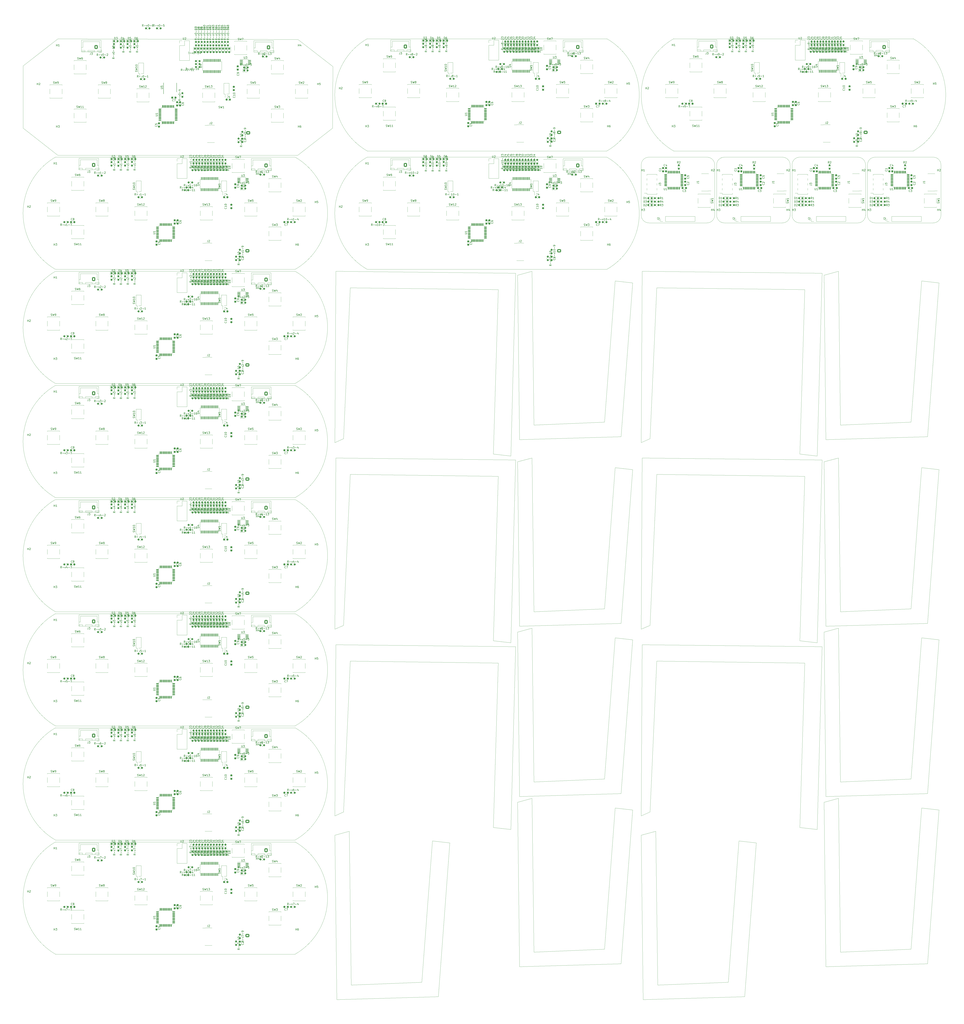
<source format=gbr>
%TF.GenerationSoftware,KiCad,Pcbnew,7.0.6-7.0.6~ubuntu20.04.1*%
%TF.CreationDate,2023-07-11T09:00:17+02:00*%
%TF.ProjectId,output_panel2023-07-11_065927.5376850000,6f757470-7574-45f7-9061-6e656c323032,rev?*%
%TF.SameCoordinates,Original*%
%TF.FileFunction,Legend,Top*%
%TF.FilePolarity,Positive*%
%FSLAX45Y45*%
G04 Gerber Fmt 4.5, Leading zero omitted, Abs format (unit mm)*
G04 Created by KiCad (PCBNEW 7.0.6-7.0.6~ubuntu20.04.1) date 2023-07-11 09:00:17*
%MOMM*%
%LPD*%
G01*
G04 APERTURE LIST*
G04 Aperture macros list*
%AMRoundRect*
0 Rectangle with rounded corners*
0 $1 Rounding radius*
0 $2 $3 $4 $5 $6 $7 $8 $9 X,Y pos of 4 corners*
0 Add a 4 corners polygon primitive as box body*
4,1,4,$2,$3,$4,$5,$6,$7,$8,$9,$2,$3,0*
0 Add four circle primitives for the rounded corners*
1,1,$1+$1,$2,$3*
1,1,$1+$1,$4,$5*
1,1,$1+$1,$6,$7*
1,1,$1+$1,$8,$9*
0 Add four rect primitives between the rounded corners*
20,1,$1+$1,$2,$3,$4,$5,0*
20,1,$1+$1,$4,$5,$6,$7,0*
20,1,$1+$1,$6,$7,$8,$9,0*
20,1,$1+$1,$8,$9,$2,$3,0*%
G04 Aperture macros list end*
%TA.AperFunction,Profile*%
%ADD10C,0.050000*%
%TD*%
%TA.AperFunction,Profile*%
%ADD11C,0.100000*%
%TD*%
%ADD12C,0.150000*%
%ADD13C,0.120000*%
%ADD14C,5.600000*%
%ADD15R,1.550000X1.300000*%
%ADD16RoundRect,0.237500X-0.250000X-0.237500X0.250000X-0.237500X0.250000X0.237500X-0.250000X0.237500X0*%
%ADD17RoundRect,0.237500X-0.237500X0.287500X-0.237500X-0.287500X0.237500X-0.287500X0.237500X0.287500X0*%
%ADD18RoundRect,0.237500X0.287500X0.237500X-0.287500X0.237500X-0.287500X-0.237500X0.287500X-0.237500X0*%
%ADD19RoundRect,0.237500X-0.237500X0.300000X-0.237500X-0.300000X0.237500X-0.300000X0.237500X0.300000X0*%
%ADD20R,2.400000X0.740000*%
%ADD21R,1.700000X1.700000*%
%ADD22O,1.700000X1.700000*%
%ADD23RoundRect,0.237500X0.237500X-0.250000X0.237500X0.250000X-0.237500X0.250000X-0.237500X-0.250000X0*%
%ADD24RoundRect,0.237500X0.250000X0.237500X-0.250000X0.237500X-0.250000X-0.237500X0.250000X-0.237500X0*%
%ADD25RoundRect,0.237500X-0.300000X-0.237500X0.300000X-0.237500X0.300000X0.237500X-0.300000X0.237500X0*%
%ADD26RoundRect,0.237500X0.237500X-0.300000X0.237500X0.300000X-0.237500X0.300000X-0.237500X-0.300000X0*%
%ADD27RoundRect,0.237500X-0.287500X-0.237500X0.287500X-0.237500X0.287500X0.237500X-0.287500X0.237500X0*%
%ADD28RoundRect,0.237500X-0.237500X0.250000X-0.237500X-0.250000X0.237500X-0.250000X0.237500X0.250000X0*%
%ADD29R,0.760000X1.600000*%
%ADD30RoundRect,0.100000X-0.712500X-0.100000X0.712500X-0.100000X0.712500X0.100000X-0.712500X0.100000X0*%
%ADD31RoundRect,0.250000X0.600000X0.725000X-0.600000X0.725000X-0.600000X-0.725000X0.600000X-0.725000X0*%
%ADD32O,1.700000X1.950000*%
%ADD33RoundRect,0.100000X0.100000X-0.637500X0.100000X0.637500X-0.100000X0.637500X-0.100000X-0.637500X0*%
%ADD34RoundRect,0.237500X0.300000X0.237500X-0.300000X0.237500X-0.300000X-0.237500X0.300000X-0.237500X0*%
%ADD35RoundRect,0.125000X0.125000X-0.625000X0.125000X0.625000X-0.125000X0.625000X-0.125000X-0.625000X0*%
%ADD36RoundRect,0.125000X0.625000X-0.125000X0.625000X0.125000X-0.625000X0.125000X-0.625000X-0.125000X0*%
%ADD37R,0.400000X1.000000*%
%ADD38RoundRect,0.125000X0.625000X0.125000X-0.625000X0.125000X-0.625000X-0.125000X0.625000X-0.125000X0*%
%ADD39RoundRect,0.125000X0.125000X0.625000X-0.125000X0.625000X-0.125000X-0.625000X0.125000X-0.625000X0*%
%ADD40R,3.000000X1.000000*%
%ADD41RoundRect,0.250000X-0.750000X0.600000X-0.750000X-0.600000X0.750000X-0.600000X0.750000X0.600000X0*%
%ADD42O,2.000000X1.700000*%
G04 APERTURE END LIST*
D10*
X32017643Y-40219379D02*
X32067643Y-31369379D01*
X14123822Y-17870000D02*
G75*
G03*
X14123822Y-12070000I-1674316J2900000D01*
G01*
X25619977Y-39514585D02*
X25719977Y-48014585D01*
X32817643Y-22569688D02*
X32467643Y-30369688D01*
X46517622Y-39814585D02*
X45967622Y-47114585D01*
D11*
X47517640Y-6570000D02*
G75*
G03*
X47117643Y-6170000I-400000J0D01*
G01*
X32017640Y-9170000D02*
G75*
G03*
X32417643Y-9570000I400000J0D01*
G01*
X47117643Y-9570003D02*
G75*
G03*
X47517643Y-9170000I-3J400003D01*
G01*
X17843821Y-5850000D02*
X30243821Y-5850000D01*
D10*
X42217622Y-12068311D02*
X41467622Y-12268311D01*
X30119977Y-38316294D02*
X26469977Y-38466294D01*
X47417622Y-12668311D02*
X46517622Y-12568311D01*
X22119996Y-41617385D02*
X21219996Y-41517385D01*
X25619977Y-12268311D02*
X25719977Y-20768311D01*
X14123822Y-23770000D02*
G75*
G03*
X14123822Y-17970000I-1674316J2900000D01*
G01*
X25719977Y-39216294D02*
X30969977Y-39066294D01*
X24619998Y-13019997D02*
X16969998Y-12919997D01*
X42317622Y-29668003D02*
X42217622Y-21718003D01*
D11*
X1723822Y-41470000D02*
X14123822Y-41470000D01*
X1850000Y-50000D02*
X14270000Y-90000D01*
D10*
X46517622Y-22218003D02*
X45967622Y-29518003D01*
X40467643Y-32319379D02*
X32817643Y-32219379D01*
D11*
X35917640Y-9170000D02*
G75*
G03*
X36317643Y-9570000I400000J0D01*
G01*
X43617640Y-6570000D02*
G75*
G03*
X43217643Y-6170000I-400000J0D01*
G01*
D10*
X25269998Y-21619997D02*
X24369998Y-21519997D01*
X21219996Y-41517385D02*
X20669996Y-48817385D01*
X26369977Y-21718003D02*
X25619977Y-21918003D01*
X16269995Y-49717385D02*
X21519996Y-49567385D01*
X20669996Y-48817385D02*
X17019996Y-48967385D01*
D11*
X47517643Y-6570000D02*
X47517643Y-9170000D01*
D10*
X41117643Y-31269688D02*
X40217643Y-31169688D01*
X1723822Y-23870000D02*
G75*
G03*
X1723822Y-29670000I1674316J-2900000D01*
G01*
D11*
X16050000Y-4670000D02*
X14250000Y-6070000D01*
D10*
X31569977Y-39914585D02*
X30669977Y-39814585D01*
X16619998Y-30369688D02*
X16169998Y-30569688D01*
D11*
X14270000Y-90000D02*
X16070000Y-1480000D01*
D10*
X30119977Y-47114585D02*
X26469977Y-47264585D01*
X41367643Y-12169997D02*
X41117643Y-21619997D01*
X40217643Y-21519997D02*
X40467643Y-13019997D01*
X40217643Y-40819379D02*
X40467643Y-32319379D01*
X30119977Y-29518003D02*
X26469977Y-29668003D01*
X32817643Y-32219379D02*
X32467643Y-40019379D01*
X46817622Y-30268003D02*
X47417622Y-22318003D01*
X32017643Y-20919997D02*
X32067643Y-12069997D01*
D11*
X1723822Y-35570000D02*
X14123822Y-35570000D01*
X35817640Y-6570000D02*
G75*
G03*
X35417643Y-6170000I-400000J0D01*
G01*
D10*
X16969998Y-32219379D02*
X16619998Y-40019379D01*
X25719977Y-48014585D02*
X30969977Y-47864585D01*
X31569977Y-31116294D02*
X30669977Y-31016294D01*
X30969977Y-30268003D02*
X31569977Y-22318003D01*
X24619998Y-22669688D02*
X16969998Y-22569688D01*
X26469977Y-29668003D02*
X26369977Y-21718003D01*
D11*
X32017643Y-9170000D02*
X32017643Y-6570000D01*
X1723822Y-23770000D02*
X14123822Y-23770000D01*
X44117643Y-6170003D02*
G75*
G03*
X43717643Y-6570000I-3J-399997D01*
G01*
X35417643Y-9570003D02*
G75*
G03*
X35817643Y-9170000I-3J400003D01*
G01*
X1723822Y-23870000D02*
X14123822Y-23870000D01*
D10*
X30669977Y-39814585D02*
X30119977Y-47114585D01*
X32467643Y-40019379D02*
X32017643Y-40219379D01*
X31569977Y-12668311D02*
X30669977Y-12568311D01*
X46817622Y-39066294D02*
X47417622Y-31116294D01*
D11*
X35917643Y-9170000D02*
X35917643Y-6570000D01*
D10*
X1723822Y-12070000D02*
G75*
G03*
X1723822Y-17870000I1674316J-2900000D01*
G01*
X25719977Y-30418003D02*
X30969977Y-30268003D01*
X17019996Y-48967385D02*
X16919996Y-41017385D01*
D11*
X40217643Y-6170003D02*
G75*
G03*
X39817643Y-6570000I-3J-399997D01*
G01*
D10*
X30243821Y-5850000D02*
G75*
G03*
X30243821Y-50000I-1674316J2900000D01*
G01*
X25619977Y-21918003D02*
X25719977Y-30418003D01*
D11*
X1723822Y-17870000D02*
X14123822Y-17870000D01*
D10*
X30669977Y-12568311D02*
X30119977Y-19868311D01*
X26369977Y-12068311D02*
X25619977Y-12268311D01*
X24369998Y-31169688D02*
X24619998Y-22669688D01*
D11*
X50000Y-1450000D02*
X1850000Y-50000D01*
D10*
X25519998Y-31469379D02*
X25269998Y-40919379D01*
X41467622Y-30716294D02*
X41567622Y-39216294D01*
D11*
X35817643Y-6570000D02*
X35817643Y-9170000D01*
D10*
X41567622Y-20768311D02*
X46817622Y-20618311D01*
X45967622Y-38316294D02*
X42317622Y-38466294D01*
X32117640Y-49717385D02*
X37367640Y-49567385D01*
D11*
X1723822Y-41570000D02*
X14123822Y-41570000D01*
D10*
X41117643Y-40919379D02*
X40217643Y-40819379D01*
X14123822Y-29670000D02*
G75*
G03*
X14123822Y-23870000I-1674316J2900000D01*
G01*
D11*
X50000Y-4670000D02*
X50000Y-1450000D01*
D10*
X46817622Y-20618311D02*
X47417622Y-12668311D01*
X16219998Y-12069997D02*
X25519998Y-12169997D01*
D11*
X39717643Y-6570000D02*
X39717643Y-9170000D01*
X39817643Y-9170000D02*
X39817643Y-6570000D01*
X1723822Y-29670000D02*
X14123822Y-29670000D01*
X43717643Y-9170000D02*
X43717643Y-6570000D01*
D10*
X42217622Y-30516294D02*
X41467622Y-30716294D01*
X46091466Y-5850000D02*
G75*
G03*
X46091466Y-50000I-1674316J2900000D01*
G01*
X30669977Y-22218003D02*
X30119977Y-29518003D01*
X32017640Y-41217385D02*
X32117640Y-49717385D01*
X1723822Y-35670000D02*
G75*
G03*
X1723822Y-41470000I1674316J-2900000D01*
G01*
X41367643Y-31469379D02*
X41117643Y-40919379D01*
X16969998Y-12919997D02*
X16619998Y-20719997D01*
X24369998Y-21519997D02*
X24619998Y-13019997D01*
D11*
X1723822Y-47370000D02*
X14123822Y-47370000D01*
X40217643Y-6170000D02*
X43217643Y-6170000D01*
D10*
X42217622Y-39314585D02*
X41467622Y-39514585D01*
X16619998Y-20719997D02*
X16169998Y-20919997D01*
D11*
X43217643Y-9570000D02*
X40217643Y-9570000D01*
D10*
X32017643Y-30569688D02*
X32067643Y-21719688D01*
X40467643Y-13019997D02*
X32817643Y-12919997D01*
D11*
X32417643Y-6170003D02*
G75*
G03*
X32017643Y-6570000I-3J-399997D01*
G01*
D10*
X36517640Y-48817385D02*
X32867640Y-48967385D01*
D11*
X39817640Y-9170000D02*
G75*
G03*
X40217643Y-9570000I400000J0D01*
G01*
D10*
X26469977Y-38466294D02*
X26369977Y-30516294D01*
X16219998Y-21719688D02*
X25519998Y-21819688D01*
D11*
X43217643Y-9570003D02*
G75*
G03*
X43617643Y-9170000I-3J400003D01*
G01*
D10*
X26369977Y-30516294D02*
X25619977Y-30716294D01*
X14123822Y-11970000D02*
G75*
G03*
X14123822Y-6170000I-1674316J2900000D01*
G01*
D11*
X39317643Y-9570000D02*
X36317643Y-9570000D01*
D10*
X25519998Y-21819688D02*
X25269998Y-31269688D01*
D11*
X1723822Y-17970000D02*
X14123822Y-17970000D01*
X47117643Y-9570000D02*
X44117643Y-9570000D01*
D10*
X37967640Y-41617385D02*
X37067640Y-41517385D01*
X41567622Y-39216294D02*
X46817622Y-39066294D01*
X16219998Y-31369379D02*
X25519998Y-31469379D01*
X30969977Y-47864585D02*
X31569977Y-39914585D01*
X40217643Y-31169688D02*
X40467643Y-22669688D01*
X21519996Y-49567385D02*
X22119996Y-41617385D01*
D11*
X43717640Y-9170000D02*
G75*
G03*
X44117643Y-9570000I400000J0D01*
G01*
D10*
X46517622Y-31016294D02*
X45967622Y-38316294D01*
X40467643Y-22669688D02*
X32817643Y-22569688D01*
D11*
X43617643Y-6570000D02*
X43617643Y-9170000D01*
D10*
X47417622Y-22318003D02*
X46517622Y-22218003D01*
X41567622Y-48014585D02*
X46817622Y-47864585D01*
D11*
X17843821Y-50000D02*
X30243821Y-50000D01*
D10*
X32867640Y-48967385D02*
X32767640Y-41017385D01*
X32067643Y-21719688D02*
X41367643Y-21819688D01*
D11*
X32417643Y-6170000D02*
X35417643Y-6170000D01*
D10*
X41467622Y-39514585D02*
X41567622Y-48014585D01*
X16969998Y-22569688D02*
X16619998Y-30369688D01*
D11*
X36317643Y-6170003D02*
G75*
G03*
X35917643Y-6570000I-3J-399997D01*
G01*
D10*
X26469977Y-47264585D02*
X26369977Y-39314585D01*
D11*
X44117643Y-6170000D02*
X47117643Y-6170000D01*
D10*
X37367640Y-49567385D02*
X37967640Y-41617385D01*
X41467622Y-21918003D02*
X41567622Y-30418003D01*
X42217622Y-21718003D02*
X41467622Y-21918003D01*
X30243821Y-11970000D02*
G75*
G03*
X30243821Y-6170000I-1674316J2900000D01*
G01*
X25719977Y-20768311D02*
X30969977Y-20618311D01*
X1723822Y-17970000D02*
G75*
G03*
X1723822Y-23770000I1674316J-2900000D01*
G01*
X24369998Y-40819379D02*
X24619998Y-32319379D01*
X17843822Y-6170000D02*
G75*
G03*
X17843821Y-11970000I1674316J-2900000D01*
G01*
X32467643Y-20719997D02*
X32017643Y-20919997D01*
X41117643Y-21619997D02*
X40217643Y-21519997D01*
D11*
X36317643Y-6170000D02*
X39317643Y-6170000D01*
D10*
X31569977Y-22318003D02*
X30669977Y-22218003D01*
X42317622Y-20018311D02*
X42217622Y-12068311D01*
X14123822Y-47370000D02*
G75*
G03*
X14123822Y-41570000I-1674316J2900000D01*
G01*
X32467643Y-30369688D02*
X32017643Y-30569688D01*
X30969977Y-20618311D02*
X31569977Y-12668311D01*
X17843821Y-50000D02*
G75*
G03*
X17843821Y-5850000I1674316J-2900000D01*
G01*
X30119977Y-19868311D02*
X26469977Y-20018311D01*
X16919996Y-41017385D02*
X16169995Y-41217385D01*
D11*
X39317643Y-9570003D02*
G75*
G03*
X39717643Y-9170000I-3J400003D01*
G01*
D10*
X25269998Y-40919379D02*
X24369998Y-40819379D01*
D11*
X1723822Y-35670000D02*
X14123822Y-35670000D01*
X17843821Y-11970000D02*
X30243821Y-11970000D01*
D10*
X42317622Y-47264585D02*
X42217622Y-39314585D01*
X1723822Y-29770000D02*
G75*
G03*
X1723822Y-35570000I1674316J-2900000D01*
G01*
D11*
X1723822Y-29770000D02*
X14123822Y-29770000D01*
X39717640Y-6570000D02*
G75*
G03*
X39317643Y-6170000I-400000J0D01*
G01*
D10*
X30669977Y-31016294D02*
X30119977Y-38316294D01*
X14123822Y-41470000D02*
G75*
G03*
X14123822Y-35670000I-1674316J2900000D01*
G01*
D11*
X1723822Y-6170000D02*
X14123822Y-6170000D01*
D10*
X25619977Y-30716294D02*
X25719977Y-39216294D01*
D11*
X33691466Y-50000D02*
X46091466Y-50000D01*
D10*
X32767640Y-41017385D02*
X32017640Y-41217385D01*
D11*
X1850000Y-6070000D02*
X50000Y-4670000D01*
D10*
X16169998Y-30569688D02*
X16219998Y-21719688D01*
X32817643Y-12919997D02*
X32467643Y-20719997D01*
X26369977Y-39314585D02*
X25619977Y-39514585D01*
D11*
X33691466Y-5850000D02*
X46091466Y-5850000D01*
D10*
X24619998Y-32319379D02*
X16969998Y-32219379D01*
X41467622Y-12268311D02*
X41567622Y-20768311D01*
X33691466Y-50000D02*
G75*
G03*
X33691466Y-5850000I1674316J-2900000D01*
G01*
X45967622Y-29518003D02*
X42317622Y-29668003D01*
D11*
X1723822Y-11970000D02*
X14123822Y-11970000D01*
X35417643Y-9570000D02*
X32417643Y-9570000D01*
D10*
X25519998Y-12169997D02*
X25269998Y-21619997D01*
X45967622Y-47114585D02*
X42317622Y-47264585D01*
X46517622Y-12568311D02*
X45967622Y-19868311D01*
D11*
X14250000Y-6070000D02*
X1850000Y-6070000D01*
D10*
X37067640Y-41517385D02*
X36517640Y-48817385D01*
X41367643Y-21819688D02*
X41117643Y-31269688D01*
X1723822Y-41570000D02*
G75*
G03*
X1723822Y-47370000I1674316J-2900000D01*
G01*
D11*
X16070000Y-1480000D02*
X16050000Y-4670000D01*
D10*
X14123822Y-35570000D02*
G75*
G03*
X14123822Y-29770000I-1674316J2900000D01*
G01*
D11*
X1723822Y-12070000D02*
X14123822Y-12070000D01*
D10*
X16169995Y-41217385D02*
X16269995Y-49717385D01*
X30969977Y-39066294D02*
X31569977Y-31116294D01*
D11*
X17843821Y-6170000D02*
X30243821Y-6170000D01*
D10*
X46817622Y-47864585D02*
X47417622Y-39914585D01*
X25269998Y-31269688D02*
X24369998Y-31169688D01*
X16169998Y-20919997D02*
X16219998Y-12069997D01*
X26469977Y-20018311D02*
X26369977Y-12068311D01*
X16619998Y-40019379D02*
X16169998Y-40219379D01*
X42317622Y-38466294D02*
X42217622Y-30516294D01*
X47417622Y-31116294D02*
X46517622Y-31016294D01*
X41567622Y-30418003D02*
X46817622Y-30268003D01*
X47417622Y-39914585D02*
X46517622Y-39814585D01*
X1723822Y-6170000D02*
G75*
G03*
X1723822Y-11970000I1674316J-2900000D01*
G01*
X45967622Y-19868311D02*
X42317622Y-20018311D01*
X32067643Y-31369379D02*
X41367643Y-31469379D01*
X16169998Y-40219379D02*
X16219998Y-31369379D01*
X32067643Y-12069997D02*
X41367643Y-12169997D01*
D12*
X30267631Y-10735482D02*
X30267631Y-10635482D01*
X30267631Y-10683101D02*
X30324773Y-10683101D01*
X30324773Y-10735482D02*
X30324773Y-10635482D01*
X30415250Y-10635482D02*
X30396202Y-10635482D01*
X30396202Y-10635482D02*
X30386678Y-10640244D01*
X30386678Y-10640244D02*
X30381916Y-10645005D01*
X30381916Y-10645005D02*
X30372393Y-10659291D01*
X30372393Y-10659291D02*
X30367631Y-10678339D01*
X30367631Y-10678339D02*
X30367631Y-10716434D01*
X30367631Y-10716434D02*
X30372393Y-10725958D01*
X30372393Y-10725958D02*
X30377154Y-10730720D01*
X30377154Y-10730720D02*
X30386678Y-10735482D01*
X30386678Y-10735482D02*
X30405726Y-10735482D01*
X30405726Y-10735482D02*
X30415250Y-10730720D01*
X30415250Y-10730720D02*
X30420012Y-10725958D01*
X30420012Y-10725958D02*
X30424773Y-10716434D01*
X30424773Y-10716434D02*
X30424773Y-10692624D01*
X30424773Y-10692624D02*
X30420012Y-10683101D01*
X30420012Y-10683101D02*
X30415250Y-10678339D01*
X30415250Y-10678339D02*
X30405726Y-10673577D01*
X30405726Y-10673577D02*
X30386678Y-10673577D01*
X30386678Y-10673577D02*
X30377154Y-10678339D01*
X30377154Y-10678339D02*
X30372393Y-10683101D01*
X30372393Y-10683101D02*
X30367631Y-10692624D01*
X14190489Y-43860720D02*
X14204775Y-43865482D01*
X14204775Y-43865482D02*
X14228584Y-43865482D01*
X14228584Y-43865482D02*
X14238108Y-43860720D01*
X14238108Y-43860720D02*
X14242870Y-43855958D01*
X14242870Y-43855958D02*
X14247632Y-43846434D01*
X14247632Y-43846434D02*
X14247632Y-43836910D01*
X14247632Y-43836910D02*
X14242870Y-43827386D01*
X14242870Y-43827386D02*
X14238108Y-43822624D01*
X14238108Y-43822624D02*
X14228584Y-43817863D01*
X14228584Y-43817863D02*
X14209536Y-43813101D01*
X14209536Y-43813101D02*
X14200013Y-43808339D01*
X14200013Y-43808339D02*
X14195251Y-43803577D01*
X14195251Y-43803577D02*
X14190489Y-43794053D01*
X14190489Y-43794053D02*
X14190489Y-43784529D01*
X14190489Y-43784529D02*
X14195251Y-43775005D01*
X14195251Y-43775005D02*
X14200013Y-43770244D01*
X14200013Y-43770244D02*
X14209536Y-43765482D01*
X14209536Y-43765482D02*
X14233346Y-43765482D01*
X14233346Y-43765482D02*
X14247632Y-43770244D01*
X14280965Y-43765482D02*
X14304775Y-43865482D01*
X14304775Y-43865482D02*
X14323822Y-43794053D01*
X14323822Y-43794053D02*
X14342870Y-43865482D01*
X14342870Y-43865482D02*
X14366679Y-43765482D01*
X14400013Y-43775005D02*
X14404775Y-43770244D01*
X14404775Y-43770244D02*
X14414298Y-43765482D01*
X14414298Y-43765482D02*
X14438108Y-43765482D01*
X14438108Y-43765482D02*
X14447632Y-43770244D01*
X14447632Y-43770244D02*
X14452394Y-43775005D01*
X14452394Y-43775005D02*
X14457155Y-43784529D01*
X14457155Y-43784529D02*
X14457155Y-43794053D01*
X14457155Y-43794053D02*
X14452394Y-43808339D01*
X14452394Y-43808339D02*
X14395251Y-43865482D01*
X14395251Y-43865482D02*
X14457155Y-43865482D01*
X3797632Y-7022482D02*
X3764298Y-6974862D01*
X3740489Y-7022482D02*
X3740489Y-6922482D01*
X3740489Y-6922482D02*
X3778584Y-6922482D01*
X3778584Y-6922482D02*
X3788108Y-6927243D01*
X3788108Y-6927243D02*
X3792870Y-6932005D01*
X3792870Y-6932005D02*
X3797632Y-6941529D01*
X3797632Y-6941529D02*
X3797632Y-6955815D01*
X3797632Y-6955815D02*
X3792870Y-6965339D01*
X3792870Y-6965339D02*
X3788108Y-6970101D01*
X3788108Y-6970101D02*
X3778584Y-6974862D01*
X3778584Y-6974862D02*
X3740489Y-6974862D01*
X3840489Y-6984386D02*
X3916679Y-6984386D01*
X3954775Y-6955815D02*
X3978584Y-7022482D01*
X3978584Y-7022482D02*
X4002394Y-6955815D01*
X4092870Y-7022482D02*
X4035727Y-7022482D01*
X4064298Y-7022482D02*
X4064298Y-6922482D01*
X4064298Y-6922482D02*
X4054775Y-6936767D01*
X4054775Y-6936767D02*
X4045251Y-6946291D01*
X4045251Y-6946291D02*
X4035727Y-6951053D01*
X4135727Y-6984386D02*
X4211918Y-6984386D01*
X4254775Y-6932005D02*
X4259537Y-6927243D01*
X4259537Y-6927243D02*
X4269060Y-6922482D01*
X4269060Y-6922482D02*
X4292870Y-6922482D01*
X4292870Y-6922482D02*
X4302394Y-6927243D01*
X4302394Y-6927243D02*
X4307156Y-6932005D01*
X4307156Y-6932005D02*
X4311917Y-6941529D01*
X4311917Y-6941529D02*
X4311917Y-6951053D01*
X4311917Y-6951053D02*
X4307156Y-6965339D01*
X4307156Y-6965339D02*
X4250013Y-7022482D01*
X4250013Y-7022482D02*
X4311917Y-7022482D01*
X26409803Y-751428D02*
X26309803Y-751428D01*
X26309803Y-751428D02*
X26309803Y-727619D01*
X26309803Y-727619D02*
X26314565Y-713333D01*
X26314565Y-713333D02*
X26324089Y-703809D01*
X26324089Y-703809D02*
X26333613Y-699048D01*
X26333613Y-699048D02*
X26352660Y-694286D01*
X26352660Y-694286D02*
X26366946Y-694286D01*
X26366946Y-694286D02*
X26385993Y-699048D01*
X26385993Y-699048D02*
X26395517Y-703809D01*
X26395517Y-703809D02*
X26405041Y-713333D01*
X26405041Y-713333D02*
X26409803Y-727619D01*
X26409803Y-727619D02*
X26409803Y-751428D01*
X26409803Y-599048D02*
X26409803Y-656190D01*
X26409803Y-627619D02*
X26309803Y-627619D01*
X26309803Y-627619D02*
X26324089Y-637143D01*
X26324089Y-637143D02*
X26333613Y-646667D01*
X26333613Y-646667D02*
X26338374Y-656190D01*
X26309803Y-508571D02*
X26309803Y-556190D01*
X26309803Y-556190D02*
X26357422Y-560952D01*
X26357422Y-560952D02*
X26352660Y-556190D01*
X26352660Y-556190D02*
X26347898Y-546667D01*
X26347898Y-546667D02*
X26347898Y-522857D01*
X26347898Y-522857D02*
X26352660Y-513333D01*
X26352660Y-513333D02*
X26357422Y-508571D01*
X26357422Y-508571D02*
X26366946Y-503809D01*
X26366946Y-503809D02*
X26390755Y-503809D01*
X26390755Y-503809D02*
X26400279Y-508571D01*
X26400279Y-508571D02*
X26405041Y-513333D01*
X26405041Y-513333D02*
X26409803Y-522857D01*
X26409803Y-522857D02*
X26409803Y-546667D01*
X26409803Y-546667D02*
X26405041Y-556190D01*
X26405041Y-556190D02*
X26400279Y-560952D01*
X32145709Y-8335482D02*
X32145709Y-8235482D01*
X32145709Y-8235482D02*
X32169518Y-8235482D01*
X32169518Y-8235482D02*
X32183804Y-8240243D01*
X32183804Y-8240243D02*
X32193328Y-8249767D01*
X32193328Y-8249767D02*
X32198090Y-8259291D01*
X32198090Y-8259291D02*
X32202852Y-8278339D01*
X32202852Y-8278339D02*
X32202852Y-8292624D01*
X32202852Y-8292624D02*
X32198090Y-8311672D01*
X32198090Y-8311672D02*
X32193328Y-8321196D01*
X32193328Y-8321196D02*
X32183804Y-8330720D01*
X32183804Y-8330720D02*
X32169518Y-8335482D01*
X32169518Y-8335482D02*
X32145709Y-8335482D01*
X32298090Y-8335482D02*
X32240947Y-8335482D01*
X32269518Y-8335482D02*
X32269518Y-8235482D01*
X32269518Y-8235482D02*
X32259995Y-8249767D01*
X32259995Y-8249767D02*
X32250471Y-8259291D01*
X32250471Y-8259291D02*
X32240947Y-8264053D01*
X2819048Y-3610720D02*
X2833333Y-3615482D01*
X2833333Y-3615482D02*
X2857143Y-3615482D01*
X2857143Y-3615482D02*
X2866667Y-3610720D01*
X2866667Y-3610720D02*
X2871428Y-3605958D01*
X2871428Y-3605958D02*
X2876190Y-3596434D01*
X2876190Y-3596434D02*
X2876190Y-3586910D01*
X2876190Y-3586910D02*
X2871428Y-3577386D01*
X2871428Y-3577386D02*
X2866667Y-3572624D01*
X2866667Y-3572624D02*
X2857143Y-3567862D01*
X2857143Y-3567862D02*
X2838095Y-3563101D01*
X2838095Y-3563101D02*
X2828571Y-3558339D01*
X2828571Y-3558339D02*
X2823809Y-3553577D01*
X2823809Y-3553577D02*
X2819048Y-3544053D01*
X2819048Y-3544053D02*
X2819048Y-3534529D01*
X2819048Y-3534529D02*
X2823809Y-3525005D01*
X2823809Y-3525005D02*
X2828571Y-3520243D01*
X2828571Y-3520243D02*
X2838095Y-3515482D01*
X2838095Y-3515482D02*
X2861905Y-3515482D01*
X2861905Y-3515482D02*
X2876190Y-3520243D01*
X2909524Y-3515482D02*
X2933333Y-3615482D01*
X2933333Y-3615482D02*
X2952381Y-3544053D01*
X2952381Y-3544053D02*
X2971428Y-3615482D01*
X2971428Y-3615482D02*
X2995238Y-3515482D01*
X3085714Y-3615482D02*
X3028571Y-3615482D01*
X3057143Y-3615482D02*
X3057143Y-3515482D01*
X3057143Y-3515482D02*
X3047619Y-3529767D01*
X3047619Y-3529767D02*
X3038095Y-3539291D01*
X3038095Y-3539291D02*
X3028571Y-3544053D01*
X3180952Y-3615482D02*
X3123809Y-3615482D01*
X3152381Y-3615482D02*
X3152381Y-3515482D01*
X3152381Y-3515482D02*
X3142857Y-3529767D01*
X3142857Y-3529767D02*
X3133333Y-3539291D01*
X3133333Y-3539291D02*
X3123809Y-3544053D01*
X11040489Y-41610720D02*
X11054775Y-41615482D01*
X11054775Y-41615482D02*
X11078584Y-41615482D01*
X11078584Y-41615482D02*
X11088108Y-41610720D01*
X11088108Y-41610720D02*
X11092870Y-41605958D01*
X11092870Y-41605958D02*
X11097632Y-41596434D01*
X11097632Y-41596434D02*
X11097632Y-41586910D01*
X11097632Y-41586910D02*
X11092870Y-41577386D01*
X11092870Y-41577386D02*
X11088108Y-41572624D01*
X11088108Y-41572624D02*
X11078584Y-41567863D01*
X11078584Y-41567863D02*
X11059537Y-41563101D01*
X11059537Y-41563101D02*
X11050013Y-41558339D01*
X11050013Y-41558339D02*
X11045251Y-41553577D01*
X11045251Y-41553577D02*
X11040489Y-41544053D01*
X11040489Y-41544053D02*
X11040489Y-41534529D01*
X11040489Y-41534529D02*
X11045251Y-41525005D01*
X11045251Y-41525005D02*
X11050013Y-41520244D01*
X11050013Y-41520244D02*
X11059537Y-41515482D01*
X11059537Y-41515482D02*
X11083346Y-41515482D01*
X11083346Y-41515482D02*
X11097632Y-41520244D01*
X11130965Y-41515482D02*
X11154775Y-41615482D01*
X11154775Y-41615482D02*
X11173822Y-41544053D01*
X11173822Y-41544053D02*
X11192870Y-41615482D01*
X11192870Y-41615482D02*
X11216679Y-41515482D01*
X11245251Y-41515482D02*
X11311917Y-41515482D01*
X11311917Y-41515482D02*
X11269060Y-41615482D01*
X10566280Y-32379535D02*
X10571042Y-32384297D01*
X10571042Y-32384297D02*
X10575804Y-32398583D01*
X10575804Y-32398583D02*
X10575804Y-32408107D01*
X10575804Y-32408107D02*
X10571042Y-32422392D01*
X10571042Y-32422392D02*
X10561518Y-32431916D01*
X10561518Y-32431916D02*
X10551995Y-32436678D01*
X10551995Y-32436678D02*
X10532947Y-32441440D01*
X10532947Y-32441440D02*
X10518661Y-32441440D01*
X10518661Y-32441440D02*
X10499614Y-32436678D01*
X10499614Y-32436678D02*
X10490090Y-32431916D01*
X10490090Y-32431916D02*
X10480566Y-32422392D01*
X10480566Y-32422392D02*
X10475804Y-32408107D01*
X10475804Y-32408107D02*
X10475804Y-32398583D01*
X10475804Y-32398583D02*
X10480566Y-32384297D01*
X10480566Y-32384297D02*
X10485328Y-32379535D01*
X10575804Y-32284297D02*
X10575804Y-32341440D01*
X10575804Y-32312869D02*
X10475804Y-32312869D01*
X10475804Y-32312869D02*
X10490090Y-32322392D01*
X10490090Y-32322392D02*
X10499614Y-32331916D01*
X10499614Y-32331916D02*
X10504376Y-32341440D01*
X10475804Y-32222392D02*
X10475804Y-32212869D01*
X10475804Y-32212869D02*
X10480566Y-32203345D01*
X10480566Y-32203345D02*
X10485328Y-32198583D01*
X10485328Y-32198583D02*
X10494852Y-32193821D01*
X10494852Y-32193821D02*
X10513899Y-32189059D01*
X10513899Y-32189059D02*
X10537709Y-32189059D01*
X10537709Y-32189059D02*
X10556756Y-32193821D01*
X10556756Y-32193821D02*
X10566280Y-32198583D01*
X10566280Y-32198583D02*
X10571042Y-32203345D01*
X10571042Y-32203345D02*
X10575804Y-32212869D01*
X10575804Y-32212869D02*
X10575804Y-32222392D01*
X10575804Y-32222392D02*
X10571042Y-32231916D01*
X10571042Y-32231916D02*
X10566280Y-32236678D01*
X10566280Y-32236678D02*
X10556756Y-32241440D01*
X10556756Y-32241440D02*
X10537709Y-32246202D01*
X10537709Y-32246202D02*
X10513899Y-32246202D01*
X10513899Y-32246202D02*
X10494852Y-32241440D01*
X10494852Y-32241440D02*
X10485328Y-32236678D01*
X10485328Y-32236678D02*
X10480566Y-32231916D01*
X10480566Y-32231916D02*
X10475804Y-32222392D01*
X8231013Y-13682482D02*
X8197679Y-13634862D01*
X8173870Y-13682482D02*
X8173870Y-13582482D01*
X8173870Y-13582482D02*
X8211965Y-13582482D01*
X8211965Y-13582482D02*
X8221489Y-13587243D01*
X8221489Y-13587243D02*
X8226251Y-13592005D01*
X8226251Y-13592005D02*
X8231013Y-13601529D01*
X8231013Y-13601529D02*
X8231013Y-13615815D01*
X8231013Y-13615815D02*
X8226251Y-13625339D01*
X8226251Y-13625339D02*
X8221489Y-13630101D01*
X8221489Y-13630101D02*
X8211965Y-13634862D01*
X8211965Y-13634862D02*
X8173870Y-13634862D01*
X8273870Y-13644386D02*
X8350060Y-13644386D01*
X8388155Y-13615815D02*
X8411965Y-13682482D01*
X8411965Y-13682482D02*
X8435775Y-13615815D01*
X8469108Y-13592005D02*
X8473870Y-13587243D01*
X8473870Y-13587243D02*
X8483394Y-13582482D01*
X8483394Y-13582482D02*
X8507203Y-13582482D01*
X8507203Y-13582482D02*
X8516727Y-13587243D01*
X8516727Y-13587243D02*
X8521489Y-13592005D01*
X8521489Y-13592005D02*
X8526251Y-13601529D01*
X8526251Y-13601529D02*
X8526251Y-13611053D01*
X8526251Y-13611053D02*
X8521489Y-13625339D01*
X8521489Y-13625339D02*
X8464346Y-13682482D01*
X8464346Y-13682482D02*
X8526251Y-13682482D01*
X8569108Y-13644386D02*
X8645298Y-13644386D01*
X8745298Y-13682482D02*
X8688156Y-13682482D01*
X8716727Y-13682482D02*
X8716727Y-13582482D01*
X8716727Y-13582482D02*
X8707203Y-13596767D01*
X8707203Y-13596767D02*
X8697679Y-13606291D01*
X8697679Y-13606291D02*
X8688156Y-13611053D01*
X8831013Y-13615815D02*
X8831013Y-13682482D01*
X8807203Y-13577720D02*
X8783394Y-13649148D01*
X8783394Y-13649148D02*
X8845298Y-13649148D01*
X25722988Y-4338982D02*
X25722988Y-4410410D01*
X25722988Y-4410410D02*
X25718226Y-4424696D01*
X25718226Y-4424696D02*
X25708702Y-4434220D01*
X25708702Y-4434220D02*
X25694416Y-4438982D01*
X25694416Y-4438982D02*
X25684893Y-4438982D01*
X25765845Y-4348506D02*
X25770607Y-4343744D01*
X25770607Y-4343744D02*
X25780131Y-4338982D01*
X25780131Y-4338982D02*
X25803940Y-4338982D01*
X25803940Y-4338982D02*
X25813464Y-4343744D01*
X25813464Y-4343744D02*
X25818226Y-4348506D01*
X25818226Y-4348506D02*
X25822988Y-4358030D01*
X25822988Y-4358030D02*
X25822988Y-4367553D01*
X25822988Y-4367553D02*
X25818226Y-4381839D01*
X25818226Y-4381839D02*
X25761083Y-4438982D01*
X25761083Y-4438982D02*
X25822988Y-4438982D01*
X34667513Y-4591720D02*
X34681799Y-4596482D01*
X34681799Y-4596482D02*
X34705608Y-4596482D01*
X34705608Y-4596482D02*
X34715132Y-4591720D01*
X34715132Y-4591720D02*
X34719894Y-4586958D01*
X34719894Y-4586958D02*
X34724656Y-4577434D01*
X34724656Y-4577434D02*
X34724656Y-4567910D01*
X34724656Y-4567910D02*
X34719894Y-4558387D01*
X34719894Y-4558387D02*
X34715132Y-4553625D01*
X34715132Y-4553625D02*
X34705608Y-4548863D01*
X34705608Y-4548863D02*
X34686561Y-4544101D01*
X34686561Y-4544101D02*
X34677037Y-4539339D01*
X34677037Y-4539339D02*
X34672275Y-4534577D01*
X34672275Y-4534577D02*
X34667513Y-4525053D01*
X34667513Y-4525053D02*
X34667513Y-4515530D01*
X34667513Y-4515530D02*
X34672275Y-4506006D01*
X34672275Y-4506006D02*
X34677037Y-4501244D01*
X34677037Y-4501244D02*
X34686561Y-4496482D01*
X34686561Y-4496482D02*
X34710370Y-4496482D01*
X34710370Y-4496482D02*
X34724656Y-4501244D01*
X34757989Y-4496482D02*
X34781799Y-4596482D01*
X34781799Y-4596482D02*
X34800847Y-4525053D01*
X34800847Y-4525053D02*
X34819894Y-4596482D01*
X34819894Y-4596482D02*
X34843704Y-4496482D01*
X34934180Y-4596482D02*
X34877037Y-4596482D01*
X34905608Y-4596482D02*
X34905608Y-4496482D01*
X34905608Y-4496482D02*
X34896085Y-4510768D01*
X34896085Y-4510768D02*
X34886561Y-4520291D01*
X34886561Y-4520291D02*
X34877037Y-4525053D01*
X35029418Y-4596482D02*
X34972275Y-4596482D01*
X35000847Y-4596482D02*
X35000847Y-4496482D01*
X35000847Y-4496482D02*
X34991323Y-4510768D01*
X34991323Y-4510768D02*
X34981799Y-4520291D01*
X34981799Y-4520291D02*
X34972275Y-4525053D01*
X40655125Y-9393333D02*
X40726554Y-9393333D01*
X40726554Y-9393333D02*
X40740840Y-9398095D01*
X40740840Y-9398095D02*
X40750363Y-9407619D01*
X40750363Y-9407619D02*
X40755125Y-9421904D01*
X40755125Y-9421904D02*
X40755125Y-9431428D01*
X40664649Y-9350476D02*
X40659887Y-9345714D01*
X40659887Y-9345714D02*
X40655125Y-9336190D01*
X40655125Y-9336190D02*
X40655125Y-9312381D01*
X40655125Y-9312381D02*
X40659887Y-9302857D01*
X40659887Y-9302857D02*
X40664649Y-9298095D01*
X40664649Y-9298095D02*
X40674173Y-9293333D01*
X40674173Y-9293333D02*
X40683697Y-9293333D01*
X40683697Y-9293333D02*
X40697982Y-9298095D01*
X40697982Y-9298095D02*
X40755125Y-9355238D01*
X40755125Y-9355238D02*
X40755125Y-9293333D01*
X41783948Y-555060D02*
X41736328Y-588393D01*
X41783948Y-612202D02*
X41683948Y-612202D01*
X41683948Y-612202D02*
X41683948Y-574107D01*
X41683948Y-574107D02*
X41688709Y-564583D01*
X41688709Y-564583D02*
X41693471Y-559821D01*
X41693471Y-559821D02*
X41702995Y-555060D01*
X41702995Y-555060D02*
X41717281Y-555060D01*
X41717281Y-555060D02*
X41726805Y-559821D01*
X41726805Y-559821D02*
X41731567Y-564583D01*
X41731567Y-564583D02*
X41736328Y-574107D01*
X41736328Y-574107D02*
X41736328Y-612202D01*
X41745852Y-512202D02*
X41745852Y-436012D01*
X41717281Y-397917D02*
X41783948Y-374107D01*
X41783948Y-374107D02*
X41717281Y-350298D01*
X41783948Y-307440D02*
X41783948Y-288393D01*
X41783948Y-288393D02*
X41779186Y-278869D01*
X41779186Y-278869D02*
X41774424Y-274107D01*
X41774424Y-274107D02*
X41760138Y-264583D01*
X41760138Y-264583D02*
X41741090Y-259821D01*
X41741090Y-259821D02*
X41702995Y-259821D01*
X41702995Y-259821D02*
X41693471Y-264583D01*
X41693471Y-264583D02*
X41688709Y-269345D01*
X41688709Y-269345D02*
X41683948Y-278869D01*
X41683948Y-278869D02*
X41683948Y-297917D01*
X41683948Y-297917D02*
X41688709Y-307440D01*
X41688709Y-307440D02*
X41693471Y-312202D01*
X41693471Y-312202D02*
X41702995Y-316964D01*
X41702995Y-316964D02*
X41726805Y-316964D01*
X41726805Y-316964D02*
X41736328Y-312202D01*
X41736328Y-312202D02*
X41741090Y-307440D01*
X41741090Y-307440D02*
X41745852Y-297917D01*
X41745852Y-297917D02*
X41745852Y-278869D01*
X41745852Y-278869D02*
X41741090Y-269345D01*
X41741090Y-269345D02*
X41736328Y-264583D01*
X41736328Y-264583D02*
X41726805Y-259821D01*
X41745852Y-216964D02*
X41745852Y-140774D01*
X41683948Y-102678D02*
X41683948Y-40774D01*
X41683948Y-40774D02*
X41722043Y-74107D01*
X41722043Y-74107D02*
X41722043Y-59821D01*
X41722043Y-59821D02*
X41726805Y-50298D01*
X41726805Y-50298D02*
X41731567Y-45536D01*
X41731567Y-45536D02*
X41741090Y-40774D01*
X41741090Y-40774D02*
X41764900Y-40774D01*
X41764900Y-40774D02*
X41774424Y-45536D01*
X41774424Y-45536D02*
X41779186Y-50298D01*
X41779186Y-50298D02*
X41783948Y-59821D01*
X41783948Y-59821D02*
X41783948Y-88393D01*
X41783948Y-88393D02*
X41779186Y-97917D01*
X41779186Y-97917D02*
X41774424Y-102678D01*
X41683948Y21131D02*
X41683948Y30655D01*
X41683948Y30655D02*
X41688709Y40179D01*
X41688709Y40179D02*
X41693471Y44940D01*
X41693471Y44940D02*
X41702995Y49702D01*
X41702995Y49702D02*
X41722043Y54464D01*
X41722043Y54464D02*
X41745852Y54464D01*
X41745852Y54464D02*
X41764900Y49702D01*
X41764900Y49702D02*
X41774424Y44940D01*
X41774424Y44940D02*
X41779186Y40179D01*
X41779186Y40179D02*
X41783948Y30655D01*
X41783948Y30655D02*
X41783948Y21131D01*
X41783948Y21131D02*
X41779186Y11607D01*
X41779186Y11607D02*
X41774424Y6845D01*
X41774424Y6845D02*
X41764900Y2083D01*
X41764900Y2083D02*
X41745852Y-2679D01*
X41745852Y-2679D02*
X41722043Y-2679D01*
X41722043Y-2679D02*
X41702995Y2083D01*
X41702995Y2083D02*
X41693471Y6845D01*
X41693471Y6845D02*
X41688709Y11607D01*
X41688709Y11607D02*
X41683948Y21131D01*
X11442780Y-35020416D02*
X11447542Y-35025178D01*
X11447542Y-35025178D02*
X11452304Y-35039464D01*
X11452304Y-35039464D02*
X11452304Y-35048988D01*
X11452304Y-35048988D02*
X11447542Y-35063273D01*
X11447542Y-35063273D02*
X11438018Y-35072797D01*
X11438018Y-35072797D02*
X11428494Y-35077559D01*
X11428494Y-35077559D02*
X11409447Y-35082321D01*
X11409447Y-35082321D02*
X11395161Y-35082321D01*
X11395161Y-35082321D02*
X11376114Y-35077559D01*
X11376114Y-35077559D02*
X11366590Y-35072797D01*
X11366590Y-35072797D02*
X11357066Y-35063273D01*
X11357066Y-35063273D02*
X11352304Y-35048988D01*
X11352304Y-35048988D02*
X11352304Y-35039464D01*
X11352304Y-35039464D02*
X11357066Y-35025178D01*
X11357066Y-35025178D02*
X11361828Y-35020416D01*
X11361828Y-34982321D02*
X11357066Y-34977559D01*
X11357066Y-34977559D02*
X11352304Y-34968035D01*
X11352304Y-34968035D02*
X11352304Y-34944226D01*
X11352304Y-34944226D02*
X11357066Y-34934702D01*
X11357066Y-34934702D02*
X11361828Y-34929940D01*
X11361828Y-34929940D02*
X11371352Y-34925178D01*
X11371352Y-34925178D02*
X11380875Y-34925178D01*
X11380875Y-34925178D02*
X11395161Y-34929940D01*
X11395161Y-34929940D02*
X11452304Y-34987083D01*
X11452304Y-34987083D02*
X11452304Y-34925178D01*
X40298656Y-1798482D02*
X40265323Y-1750863D01*
X40241513Y-1798482D02*
X40241513Y-1698482D01*
X40241513Y-1698482D02*
X40279608Y-1698482D01*
X40279608Y-1698482D02*
X40289132Y-1703244D01*
X40289132Y-1703244D02*
X40293894Y-1708006D01*
X40293894Y-1708006D02*
X40298656Y-1717529D01*
X40298656Y-1717529D02*
X40298656Y-1731815D01*
X40298656Y-1731815D02*
X40293894Y-1741339D01*
X40293894Y-1741339D02*
X40289132Y-1746101D01*
X40289132Y-1746101D02*
X40279608Y-1750863D01*
X40279608Y-1750863D02*
X40241513Y-1750863D01*
X40341513Y-1760387D02*
X40417704Y-1760387D01*
X40455799Y-1731815D02*
X40479608Y-1798482D01*
X40479608Y-1798482D02*
X40503418Y-1731815D01*
X40546275Y-1798482D02*
X40565323Y-1798482D01*
X40565323Y-1798482D02*
X40574847Y-1793720D01*
X40574847Y-1793720D02*
X40579608Y-1788958D01*
X40579608Y-1788958D02*
X40589132Y-1774672D01*
X40589132Y-1774672D02*
X40593894Y-1755625D01*
X40593894Y-1755625D02*
X40593894Y-1717529D01*
X40593894Y-1717529D02*
X40589132Y-1708006D01*
X40589132Y-1708006D02*
X40584370Y-1703244D01*
X40584370Y-1703244D02*
X40574847Y-1698482D01*
X40574847Y-1698482D02*
X40555799Y-1698482D01*
X40555799Y-1698482D02*
X40546275Y-1703244D01*
X40546275Y-1703244D02*
X40541513Y-1708006D01*
X40541513Y-1708006D02*
X40536751Y-1717529D01*
X40536751Y-1717529D02*
X40536751Y-1741339D01*
X40536751Y-1741339D02*
X40541513Y-1750863D01*
X40541513Y-1750863D02*
X40546275Y-1755625D01*
X40546275Y-1755625D02*
X40555799Y-1760387D01*
X40555799Y-1760387D02*
X40574847Y-1760387D01*
X40574847Y-1760387D02*
X40584370Y-1755625D01*
X40584370Y-1755625D02*
X40589132Y-1750863D01*
X40589132Y-1750863D02*
X40593894Y-1741339D01*
X40636751Y-1760387D02*
X40712942Y-1760387D01*
X40812942Y-1798482D02*
X40755799Y-1798482D01*
X40784370Y-1798482D02*
X40784370Y-1698482D01*
X40784370Y-1698482D02*
X40774847Y-1712768D01*
X40774847Y-1712768D02*
X40765323Y-1722291D01*
X40765323Y-1722291D02*
X40755799Y-1727053D01*
X40908180Y-1798482D02*
X40851037Y-1798482D01*
X40879608Y-1798482D02*
X40879608Y-1698482D01*
X40879608Y-1698482D02*
X40870085Y-1712768D01*
X40870085Y-1712768D02*
X40860561Y-1722291D01*
X40860561Y-1722291D02*
X40851037Y-1727053D01*
X32041453Y-6890482D02*
X32041453Y-6790482D01*
X32041453Y-6838101D02*
X32098596Y-6838101D01*
X32098596Y-6890482D02*
X32098596Y-6790482D01*
X32198596Y-6890482D02*
X32141453Y-6890482D01*
X32170024Y-6890482D02*
X32170024Y-6790482D01*
X32170024Y-6790482D02*
X32160500Y-6804767D01*
X32160500Y-6804767D02*
X32150977Y-6814291D01*
X32150977Y-6814291D02*
X32141453Y-6819053D01*
X26636654Y-2012958D02*
X26631893Y-2017720D01*
X26631893Y-2017720D02*
X26617607Y-2022482D01*
X26617607Y-2022482D02*
X26608083Y-2022482D01*
X26608083Y-2022482D02*
X26593797Y-2017720D01*
X26593797Y-2017720D02*
X26584274Y-2008196D01*
X26584274Y-2008196D02*
X26579512Y-1998672D01*
X26579512Y-1998672D02*
X26574750Y-1979625D01*
X26574750Y-1979625D02*
X26574750Y-1965339D01*
X26574750Y-1965339D02*
X26579512Y-1946291D01*
X26579512Y-1946291D02*
X26584274Y-1936768D01*
X26584274Y-1936768D02*
X26593797Y-1927244D01*
X26593797Y-1927244D02*
X26608083Y-1922482D01*
X26608083Y-1922482D02*
X26617607Y-1922482D01*
X26617607Y-1922482D02*
X26631893Y-1927244D01*
X26631893Y-1927244D02*
X26636654Y-1932006D01*
X26722369Y-1955815D02*
X26722369Y-2022482D01*
X26698559Y-1917720D02*
X26674750Y-1989148D01*
X26674750Y-1989148D02*
X26736654Y-1989148D01*
X12109632Y-36580982D02*
X12109632Y-36480982D01*
X12109632Y-36528601D02*
X12166774Y-36528601D01*
X12166774Y-36580982D02*
X12166774Y-36480982D01*
X12257251Y-36514315D02*
X12257251Y-36580982D01*
X12233441Y-36476220D02*
X12209632Y-36547648D01*
X12209632Y-36547648D02*
X12271536Y-36547648D01*
X9004804Y-18626309D02*
X8904804Y-18626309D01*
X8904804Y-18626309D02*
X8904804Y-18602500D01*
X8904804Y-18602500D02*
X8909566Y-18588214D01*
X8909566Y-18588214D02*
X8919090Y-18578690D01*
X8919090Y-18578690D02*
X8928614Y-18573928D01*
X8928614Y-18573928D02*
X8947661Y-18569166D01*
X8947661Y-18569166D02*
X8961947Y-18569166D01*
X8961947Y-18569166D02*
X8980995Y-18573928D01*
X8980995Y-18573928D02*
X8990518Y-18578690D01*
X8990518Y-18578690D02*
X9000042Y-18588214D01*
X9000042Y-18588214D02*
X9004804Y-18602500D01*
X9004804Y-18602500D02*
X9004804Y-18626309D01*
X8904804Y-18535833D02*
X8904804Y-18469166D01*
X8904804Y-18469166D02*
X9004804Y-18512023D01*
X15147632Y-20335482D02*
X15147632Y-20235482D01*
X15147632Y-20283101D02*
X15204774Y-20283101D01*
X15204774Y-20335482D02*
X15204774Y-20235482D01*
X15300013Y-20235482D02*
X15252394Y-20235482D01*
X15252394Y-20235482D02*
X15247632Y-20283101D01*
X15247632Y-20283101D02*
X15252394Y-20278339D01*
X15252394Y-20278339D02*
X15261917Y-20273577D01*
X15261917Y-20273577D02*
X15285727Y-20273577D01*
X15285727Y-20273577D02*
X15295251Y-20278339D01*
X15295251Y-20278339D02*
X15300013Y-20283101D01*
X15300013Y-20283101D02*
X15304774Y-20292624D01*
X15304774Y-20292624D02*
X15304774Y-20316434D01*
X15304774Y-20316434D02*
X15300013Y-20325958D01*
X15300013Y-20325958D02*
X15295251Y-20330720D01*
X15295251Y-20330720D02*
X15285727Y-20335482D01*
X15285727Y-20335482D02*
X15261917Y-20335482D01*
X15261917Y-20335482D02*
X15252394Y-20330720D01*
X15252394Y-20330720D02*
X15247632Y-20325958D01*
X2048429Y-9713482D02*
X2015096Y-9665863D01*
X1991286Y-9713482D02*
X1991286Y-9613482D01*
X1991286Y-9613482D02*
X2029382Y-9613482D01*
X2029382Y-9613482D02*
X2038905Y-9618244D01*
X2038905Y-9618244D02*
X2043667Y-9623005D01*
X2043667Y-9623005D02*
X2048429Y-9632529D01*
X2048429Y-9632529D02*
X2048429Y-9646815D01*
X2048429Y-9646815D02*
X2043667Y-9656339D01*
X2043667Y-9656339D02*
X2038905Y-9661101D01*
X2038905Y-9661101D02*
X2029382Y-9665863D01*
X2029382Y-9665863D02*
X1991286Y-9665863D01*
X2091286Y-9675386D02*
X2167477Y-9675386D01*
X2205572Y-9646815D02*
X2229382Y-9713482D01*
X2229382Y-9713482D02*
X2253191Y-9646815D01*
X2343667Y-9713482D02*
X2286525Y-9713482D01*
X2315096Y-9713482D02*
X2315096Y-9613482D01*
X2315096Y-9613482D02*
X2305572Y-9627767D01*
X2305572Y-9627767D02*
X2296048Y-9637291D01*
X2296048Y-9637291D02*
X2286525Y-9642053D01*
X2386525Y-9675386D02*
X2462715Y-9675386D01*
X2500810Y-9613482D02*
X2567477Y-9613482D01*
X2567477Y-9613482D02*
X2524620Y-9713482D01*
X33031601Y-6836666D02*
X33036363Y-6841428D01*
X33036363Y-6841428D02*
X33041125Y-6855714D01*
X33041125Y-6855714D02*
X33041125Y-6865238D01*
X33041125Y-6865238D02*
X33036363Y-6879523D01*
X33036363Y-6879523D02*
X33026839Y-6889047D01*
X33026839Y-6889047D02*
X33017316Y-6893809D01*
X33017316Y-6893809D02*
X32998268Y-6898571D01*
X32998268Y-6898571D02*
X32983982Y-6898571D01*
X32983982Y-6898571D02*
X32964935Y-6893809D01*
X32964935Y-6893809D02*
X32955411Y-6889047D01*
X32955411Y-6889047D02*
X32945887Y-6879523D01*
X32945887Y-6879523D02*
X32941125Y-6865238D01*
X32941125Y-6865238D02*
X32941125Y-6855714D01*
X32941125Y-6855714D02*
X32945887Y-6841428D01*
X32945887Y-6841428D02*
X32950649Y-6836666D01*
X33041125Y-6741428D02*
X33041125Y-6798571D01*
X33041125Y-6770000D02*
X32941125Y-6770000D01*
X32941125Y-6770000D02*
X32955411Y-6779523D01*
X32955411Y-6779523D02*
X32964935Y-6789047D01*
X32964935Y-6789047D02*
X32969697Y-6798571D01*
X11207780Y-37176666D02*
X11212542Y-37181428D01*
X11212542Y-37181428D02*
X11217304Y-37195714D01*
X11217304Y-37195714D02*
X11217304Y-37205238D01*
X11217304Y-37205238D02*
X11212542Y-37219523D01*
X11212542Y-37219523D02*
X11203018Y-37229047D01*
X11203018Y-37229047D02*
X11193494Y-37233809D01*
X11193494Y-37233809D02*
X11174447Y-37238571D01*
X11174447Y-37238571D02*
X11160161Y-37238571D01*
X11160161Y-37238571D02*
X11141114Y-37233809D01*
X11141114Y-37233809D02*
X11131590Y-37229047D01*
X11131590Y-37229047D02*
X11122066Y-37219523D01*
X11122066Y-37219523D02*
X11117304Y-37205238D01*
X11117304Y-37205238D02*
X11117304Y-37195714D01*
X11117304Y-37195714D02*
X11122066Y-37181428D01*
X11122066Y-37181428D02*
X11126828Y-37176666D01*
X11217304Y-37129047D02*
X11217304Y-37110000D01*
X11217304Y-37110000D02*
X11212542Y-37100476D01*
X11212542Y-37100476D02*
X11207780Y-37095714D01*
X11207780Y-37095714D02*
X11193494Y-37086190D01*
X11193494Y-37086190D02*
X11174447Y-37081428D01*
X11174447Y-37081428D02*
X11136352Y-37081428D01*
X11136352Y-37081428D02*
X11126828Y-37086190D01*
X11126828Y-37086190D02*
X11122066Y-37090952D01*
X11122066Y-37090952D02*
X11117304Y-37100476D01*
X11117304Y-37100476D02*
X11117304Y-37119523D01*
X11117304Y-37119523D02*
X11122066Y-37129047D01*
X11122066Y-37129047D02*
X11126828Y-37133809D01*
X11126828Y-37133809D02*
X11136352Y-37138571D01*
X11136352Y-37138571D02*
X11160161Y-37138571D01*
X11160161Y-37138571D02*
X11169685Y-37133809D01*
X11169685Y-37133809D02*
X11174447Y-37129047D01*
X11174447Y-37129047D02*
X11179209Y-37119523D01*
X11179209Y-37119523D02*
X11179209Y-37100476D01*
X11179209Y-37100476D02*
X11174447Y-37090952D01*
X11174447Y-37090952D02*
X11169685Y-37086190D01*
X11169685Y-37086190D02*
X11160161Y-37081428D01*
X41937448Y-751428D02*
X41837448Y-751428D01*
X41837448Y-751428D02*
X41837448Y-727619D01*
X41837448Y-727619D02*
X41842209Y-713333D01*
X41842209Y-713333D02*
X41851733Y-703809D01*
X41851733Y-703809D02*
X41861257Y-699048D01*
X41861257Y-699048D02*
X41880305Y-694286D01*
X41880305Y-694286D02*
X41894590Y-694286D01*
X41894590Y-694286D02*
X41913638Y-699048D01*
X41913638Y-699048D02*
X41923162Y-703809D01*
X41923162Y-703809D02*
X41932686Y-713333D01*
X41932686Y-713333D02*
X41937448Y-727619D01*
X41937448Y-727619D02*
X41937448Y-751428D01*
X41937448Y-599048D02*
X41937448Y-656190D01*
X41937448Y-627619D02*
X41837448Y-627619D01*
X41837448Y-627619D02*
X41851733Y-637143D01*
X41851733Y-637143D02*
X41861257Y-646667D01*
X41861257Y-646667D02*
X41866019Y-656190D01*
X41837448Y-565714D02*
X41837448Y-503809D01*
X41837448Y-503809D02*
X41875543Y-537143D01*
X41875543Y-537143D02*
X41875543Y-522857D01*
X41875543Y-522857D02*
X41880305Y-513333D01*
X41880305Y-513333D02*
X41885067Y-508571D01*
X41885067Y-508571D02*
X41894590Y-503809D01*
X41894590Y-503809D02*
X41918400Y-503809D01*
X41918400Y-503809D02*
X41927924Y-508571D01*
X41927924Y-508571D02*
X41932686Y-513333D01*
X41932686Y-513333D02*
X41937448Y-522857D01*
X41937448Y-522857D02*
X41937448Y-551429D01*
X41937448Y-551429D02*
X41932686Y-560952D01*
X41932686Y-560952D02*
X41927924Y-565714D01*
X10642833Y-3089958D02*
X10638071Y-3094720D01*
X10638071Y-3094720D02*
X10623786Y-3099482D01*
X10623786Y-3099482D02*
X10614262Y-3099482D01*
X10614262Y-3099482D02*
X10599976Y-3094720D01*
X10599976Y-3094720D02*
X10590452Y-3085196D01*
X10590452Y-3085196D02*
X10585691Y-3075672D01*
X10585691Y-3075672D02*
X10580929Y-3056624D01*
X10580929Y-3056624D02*
X10580929Y-3042339D01*
X10580929Y-3042339D02*
X10585691Y-3023291D01*
X10585691Y-3023291D02*
X10590452Y-3013767D01*
X10590452Y-3013767D02*
X10599976Y-3004243D01*
X10599976Y-3004243D02*
X10614262Y-2999482D01*
X10614262Y-2999482D02*
X10623786Y-2999482D01*
X10623786Y-2999482D02*
X10638071Y-3004243D01*
X10638071Y-3004243D02*
X10642833Y-3009005D01*
X10728548Y-3032815D02*
X10728548Y-3099482D01*
X10704738Y-2994720D02*
X10680929Y-3066148D01*
X10680929Y-3066148D02*
X10742833Y-3066148D01*
X11207780Y-7676666D02*
X11212542Y-7681428D01*
X11212542Y-7681428D02*
X11217304Y-7695714D01*
X11217304Y-7695714D02*
X11217304Y-7705238D01*
X11217304Y-7705238D02*
X11212542Y-7719523D01*
X11212542Y-7719523D02*
X11203018Y-7729047D01*
X11203018Y-7729047D02*
X11193494Y-7733809D01*
X11193494Y-7733809D02*
X11174447Y-7738571D01*
X11174447Y-7738571D02*
X11160161Y-7738571D01*
X11160161Y-7738571D02*
X11141114Y-7733809D01*
X11141114Y-7733809D02*
X11131590Y-7729047D01*
X11131590Y-7729047D02*
X11122066Y-7719523D01*
X11122066Y-7719523D02*
X11117304Y-7705238D01*
X11117304Y-7705238D02*
X11117304Y-7695714D01*
X11117304Y-7695714D02*
X11122066Y-7681428D01*
X11122066Y-7681428D02*
X11126828Y-7676666D01*
X11217304Y-7629047D02*
X11217304Y-7610000D01*
X11217304Y-7610000D02*
X11212542Y-7600476D01*
X11212542Y-7600476D02*
X11207780Y-7595714D01*
X11207780Y-7595714D02*
X11193494Y-7586190D01*
X11193494Y-7586190D02*
X11174447Y-7581428D01*
X11174447Y-7581428D02*
X11136352Y-7581428D01*
X11136352Y-7581428D02*
X11126828Y-7586190D01*
X11126828Y-7586190D02*
X11122066Y-7590952D01*
X11122066Y-7590952D02*
X11117304Y-7600476D01*
X11117304Y-7600476D02*
X11117304Y-7619523D01*
X11117304Y-7619523D02*
X11122066Y-7629047D01*
X11122066Y-7629047D02*
X11126828Y-7633809D01*
X11126828Y-7633809D02*
X11136352Y-7638571D01*
X11136352Y-7638571D02*
X11160161Y-7638571D01*
X11160161Y-7638571D02*
X11169685Y-7633809D01*
X11169685Y-7633809D02*
X11174447Y-7629047D01*
X11174447Y-7629047D02*
X11179209Y-7619523D01*
X11179209Y-7619523D02*
X11179209Y-7600476D01*
X11179209Y-7600476D02*
X11174447Y-7590952D01*
X11174447Y-7590952D02*
X11169685Y-7586190D01*
X11169685Y-7586190D02*
X11160161Y-7581428D01*
X36952852Y-8515482D02*
X36919518Y-8467863D01*
X36895709Y-8515482D02*
X36895709Y-8415482D01*
X36895709Y-8415482D02*
X36933804Y-8415482D01*
X36933804Y-8415482D02*
X36943328Y-8420244D01*
X36943328Y-8420244D02*
X36948090Y-8425005D01*
X36948090Y-8425005D02*
X36952852Y-8434529D01*
X36952852Y-8434529D02*
X36952852Y-8448815D01*
X36952852Y-8448815D02*
X36948090Y-8458339D01*
X36948090Y-8458339D02*
X36943328Y-8463101D01*
X36943328Y-8463101D02*
X36933804Y-8467863D01*
X36933804Y-8467863D02*
X36895709Y-8467863D01*
X37038566Y-8448815D02*
X37038566Y-8515482D01*
X37014757Y-8410720D02*
X36990947Y-8482148D01*
X36990947Y-8482148D02*
X37052852Y-8482148D01*
X2048429Y-27413482D02*
X2015096Y-27365862D01*
X1991286Y-27413482D02*
X1991286Y-27313482D01*
X1991286Y-27313482D02*
X2029382Y-27313482D01*
X2029382Y-27313482D02*
X2038905Y-27318243D01*
X2038905Y-27318243D02*
X2043667Y-27323005D01*
X2043667Y-27323005D02*
X2048429Y-27332529D01*
X2048429Y-27332529D02*
X2048429Y-27346815D01*
X2048429Y-27346815D02*
X2043667Y-27356339D01*
X2043667Y-27356339D02*
X2038905Y-27361101D01*
X2038905Y-27361101D02*
X2029382Y-27365862D01*
X2029382Y-27365862D02*
X1991286Y-27365862D01*
X2091286Y-27375386D02*
X2167477Y-27375386D01*
X2205572Y-27346815D02*
X2229382Y-27413482D01*
X2229382Y-27413482D02*
X2253191Y-27346815D01*
X2334144Y-27346815D02*
X2334144Y-27413482D01*
X2310334Y-27308720D02*
X2286525Y-27380148D01*
X2286525Y-27380148D02*
X2348429Y-27380148D01*
X2386525Y-27375386D02*
X2462715Y-27375386D01*
X2500810Y-27313482D02*
X2567477Y-27313482D01*
X2567477Y-27313482D02*
X2524620Y-27413482D01*
X10116304Y-42075059D02*
X10068685Y-42108393D01*
X10116304Y-42132202D02*
X10016304Y-42132202D01*
X10016304Y-42132202D02*
X10016304Y-42094107D01*
X10016304Y-42094107D02*
X10021066Y-42084583D01*
X10021066Y-42084583D02*
X10025828Y-42079821D01*
X10025828Y-42079821D02*
X10035352Y-42075059D01*
X10035352Y-42075059D02*
X10049637Y-42075059D01*
X10049637Y-42075059D02*
X10059161Y-42079821D01*
X10059161Y-42079821D02*
X10063923Y-42084583D01*
X10063923Y-42084583D02*
X10068685Y-42094107D01*
X10068685Y-42094107D02*
X10068685Y-42132202D01*
X10078209Y-42032202D02*
X10078209Y-41956012D01*
X10049637Y-41917916D02*
X10116304Y-41894107D01*
X10116304Y-41894107D02*
X10049637Y-41870297D01*
X10016304Y-41841726D02*
X10016304Y-41775059D01*
X10016304Y-41775059D02*
X10116304Y-41817916D01*
X10078209Y-41736964D02*
X10078209Y-41660774D01*
X10016304Y-41622678D02*
X10016304Y-41560774D01*
X10016304Y-41560774D02*
X10054399Y-41594107D01*
X10054399Y-41594107D02*
X10054399Y-41579821D01*
X10054399Y-41579821D02*
X10059161Y-41570297D01*
X10059161Y-41570297D02*
X10063923Y-41565535D01*
X10063923Y-41565535D02*
X10073447Y-41560774D01*
X10073447Y-41560774D02*
X10097256Y-41560774D01*
X10097256Y-41560774D02*
X10106780Y-41565535D01*
X10106780Y-41565535D02*
X10111542Y-41570297D01*
X10111542Y-41570297D02*
X10116304Y-41579821D01*
X10116304Y-41579821D02*
X10116304Y-41608393D01*
X10116304Y-41608393D02*
X10111542Y-41617916D01*
X10111542Y-41617916D02*
X10106780Y-41622678D01*
X10025828Y-41522678D02*
X10021066Y-41517916D01*
X10021066Y-41517916D02*
X10016304Y-41508393D01*
X10016304Y-41508393D02*
X10016304Y-41484583D01*
X10016304Y-41484583D02*
X10021066Y-41475059D01*
X10021066Y-41475059D02*
X10025828Y-41470297D01*
X10025828Y-41470297D02*
X10035352Y-41465535D01*
X10035352Y-41465535D02*
X10044876Y-41465535D01*
X10044876Y-41465535D02*
X10059161Y-41470297D01*
X10059161Y-41470297D02*
X10116304Y-41527440D01*
X10116304Y-41527440D02*
X10116304Y-41465535D01*
X12150013Y-24672482D02*
X12116679Y-24624862D01*
X12092870Y-24672482D02*
X12092870Y-24572482D01*
X12092870Y-24572482D02*
X12130965Y-24572482D01*
X12130965Y-24572482D02*
X12140489Y-24577243D01*
X12140489Y-24577243D02*
X12145251Y-24582005D01*
X12145251Y-24582005D02*
X12150013Y-24591529D01*
X12150013Y-24591529D02*
X12150013Y-24605815D01*
X12150013Y-24605815D02*
X12145251Y-24615339D01*
X12145251Y-24615339D02*
X12140489Y-24620101D01*
X12140489Y-24620101D02*
X12130965Y-24624862D01*
X12130965Y-24624862D02*
X12092870Y-24624862D01*
X12192870Y-24634386D02*
X12269060Y-24634386D01*
X12307155Y-24605815D02*
X12330965Y-24672482D01*
X12330965Y-24672482D02*
X12354774Y-24605815D01*
X12435727Y-24605815D02*
X12435727Y-24672482D01*
X12411917Y-24567720D02*
X12388108Y-24639148D01*
X12388108Y-24639148D02*
X12450013Y-24639148D01*
X12488108Y-24634386D02*
X12564298Y-24634386D01*
X12664298Y-24672482D02*
X12607155Y-24672482D01*
X12635727Y-24672482D02*
X12635727Y-24572482D01*
X12635727Y-24572482D02*
X12626203Y-24586767D01*
X12626203Y-24586767D02*
X12616679Y-24596291D01*
X12616679Y-24596291D02*
X12607155Y-24601053D01*
X12697632Y-24572482D02*
X12759536Y-24572482D01*
X12759536Y-24572482D02*
X12726203Y-24610577D01*
X12726203Y-24610577D02*
X12740489Y-24610577D01*
X12740489Y-24610577D02*
X12750013Y-24615339D01*
X12750013Y-24615339D02*
X12754774Y-24620101D01*
X12754774Y-24620101D02*
X12759536Y-24629624D01*
X12759536Y-24629624D02*
X12759536Y-24653434D01*
X12759536Y-24653434D02*
X12754774Y-24662958D01*
X12754774Y-24662958D02*
X12750013Y-24667720D01*
X12750013Y-24667720D02*
X12740489Y-24672482D01*
X12740489Y-24672482D02*
X12711917Y-24672482D01*
X12711917Y-24672482D02*
X12702394Y-24667720D01*
X12702394Y-24667720D02*
X12697632Y-24662958D01*
X11376013Y-43092482D02*
X11376013Y-42992482D01*
X11376013Y-42992482D02*
X11399822Y-42992482D01*
X11399822Y-42992482D02*
X11414108Y-42997244D01*
X11414108Y-42997244D02*
X11423632Y-43006767D01*
X11423632Y-43006767D02*
X11428394Y-43016291D01*
X11428394Y-43016291D02*
X11433155Y-43035339D01*
X11433155Y-43035339D02*
X11433155Y-43049624D01*
X11433155Y-43049624D02*
X11428394Y-43068672D01*
X11428394Y-43068672D02*
X11423632Y-43078196D01*
X11423632Y-43078196D02*
X11414108Y-43087720D01*
X11414108Y-43087720D02*
X11399822Y-43092482D01*
X11399822Y-43092482D02*
X11376013Y-43092482D01*
X11471251Y-43002005D02*
X11476013Y-42997244D01*
X11476013Y-42997244D02*
X11485536Y-42992482D01*
X11485536Y-42992482D02*
X11509346Y-42992482D01*
X11509346Y-42992482D02*
X11518870Y-42997244D01*
X11518870Y-42997244D02*
X11523632Y-43002005D01*
X11523632Y-43002005D02*
X11528394Y-43011529D01*
X11528394Y-43011529D02*
X11528394Y-43021053D01*
X11528394Y-43021053D02*
X11523632Y-43035339D01*
X11523632Y-43035339D02*
X11466489Y-43092482D01*
X11466489Y-43092482D02*
X11528394Y-43092482D01*
X46590125Y-7503333D02*
X46661554Y-7503333D01*
X46661554Y-7503333D02*
X46675839Y-7508095D01*
X46675839Y-7508095D02*
X46685363Y-7517619D01*
X46685363Y-7517619D02*
X46690125Y-7531904D01*
X46690125Y-7531904D02*
X46690125Y-7541428D01*
X46690125Y-7403333D02*
X46690125Y-7460476D01*
X46690125Y-7431904D02*
X46590125Y-7431904D01*
X46590125Y-7431904D02*
X46604411Y-7441428D01*
X46604411Y-7441428D02*
X46613935Y-7450952D01*
X46613935Y-7450952D02*
X46618697Y-7460476D01*
X4116667Y-2360720D02*
X4130952Y-2365482D01*
X4130952Y-2365482D02*
X4154762Y-2365482D01*
X4154762Y-2365482D02*
X4164286Y-2360720D01*
X4164286Y-2360720D02*
X4169048Y-2355958D01*
X4169048Y-2355958D02*
X4173809Y-2346434D01*
X4173809Y-2346434D02*
X4173809Y-2336910D01*
X4173809Y-2336910D02*
X4169048Y-2327386D01*
X4169048Y-2327386D02*
X4164286Y-2322624D01*
X4164286Y-2322624D02*
X4154762Y-2317863D01*
X4154762Y-2317863D02*
X4135714Y-2313101D01*
X4135714Y-2313101D02*
X4126190Y-2308339D01*
X4126190Y-2308339D02*
X4121429Y-2303577D01*
X4121429Y-2303577D02*
X4116667Y-2294053D01*
X4116667Y-2294053D02*
X4116667Y-2284529D01*
X4116667Y-2284529D02*
X4121429Y-2275005D01*
X4121429Y-2275005D02*
X4126190Y-2270244D01*
X4126190Y-2270244D02*
X4135714Y-2265482D01*
X4135714Y-2265482D02*
X4159524Y-2265482D01*
X4159524Y-2265482D02*
X4173809Y-2270244D01*
X4207143Y-2265482D02*
X4230952Y-2365482D01*
X4230952Y-2365482D02*
X4250000Y-2294053D01*
X4250000Y-2294053D02*
X4269048Y-2365482D01*
X4269048Y-2365482D02*
X4292857Y-2265482D01*
X4345238Y-2308339D02*
X4335714Y-2303577D01*
X4335714Y-2303577D02*
X4330952Y-2298815D01*
X4330952Y-2298815D02*
X4326191Y-2289291D01*
X4326191Y-2289291D02*
X4326191Y-2284529D01*
X4326191Y-2284529D02*
X4330952Y-2275005D01*
X4330952Y-2275005D02*
X4335714Y-2270244D01*
X4335714Y-2270244D02*
X4345238Y-2265482D01*
X4345238Y-2265482D02*
X4364286Y-2265482D01*
X4364286Y-2265482D02*
X4373810Y-2270244D01*
X4373810Y-2270244D02*
X4378571Y-2275005D01*
X4378571Y-2275005D02*
X4383333Y-2284529D01*
X4383333Y-2284529D02*
X4383333Y-2289291D01*
X4383333Y-2289291D02*
X4378571Y-2298815D01*
X4378571Y-2298815D02*
X4373810Y-2303577D01*
X4373810Y-2303577D02*
X4364286Y-2308339D01*
X4364286Y-2308339D02*
X4345238Y-2308339D01*
X4345238Y-2308339D02*
X4335714Y-2313101D01*
X4335714Y-2313101D02*
X4330952Y-2317863D01*
X4330952Y-2317863D02*
X4326191Y-2327386D01*
X4326191Y-2327386D02*
X4326191Y-2346434D01*
X4326191Y-2346434D02*
X4330952Y-2355958D01*
X4330952Y-2355958D02*
X4335714Y-2360720D01*
X4335714Y-2360720D02*
X4345238Y-2365482D01*
X4345238Y-2365482D02*
X4364286Y-2365482D01*
X4364286Y-2365482D02*
X4373810Y-2360720D01*
X4373810Y-2360720D02*
X4378571Y-2355958D01*
X4378571Y-2355958D02*
X4383333Y-2346434D01*
X4383333Y-2346434D02*
X4383333Y-2327386D01*
X4383333Y-2327386D02*
X4378571Y-2317863D01*
X4378571Y-2317863D02*
X4373810Y-2313101D01*
X4373810Y-2313101D02*
X4364286Y-2308339D01*
X11223632Y-31140082D02*
X11190298Y-31092462D01*
X11166489Y-31140082D02*
X11166489Y-31040082D01*
X11166489Y-31040082D02*
X11204584Y-31040082D01*
X11204584Y-31040082D02*
X11214108Y-31044843D01*
X11214108Y-31044843D02*
X11218870Y-31049605D01*
X11218870Y-31049605D02*
X11223632Y-31059129D01*
X11223632Y-31059129D02*
X11223632Y-31073415D01*
X11223632Y-31073415D02*
X11218870Y-31082939D01*
X11218870Y-31082939D02*
X11214108Y-31087701D01*
X11214108Y-31087701D02*
X11204584Y-31092462D01*
X11204584Y-31092462D02*
X11166489Y-31092462D01*
X11266489Y-31101986D02*
X11342679Y-31101986D01*
X11380775Y-31073415D02*
X11404584Y-31140082D01*
X11404584Y-31140082D02*
X11428394Y-31073415D01*
X11514108Y-31040082D02*
X11466489Y-31040082D01*
X11466489Y-31040082D02*
X11461727Y-31087701D01*
X11461727Y-31087701D02*
X11466489Y-31082939D01*
X11466489Y-31082939D02*
X11476013Y-31078177D01*
X11476013Y-31078177D02*
X11499822Y-31078177D01*
X11499822Y-31078177D02*
X11509346Y-31082939D01*
X11509346Y-31082939D02*
X11514108Y-31087701D01*
X11514108Y-31087701D02*
X11518870Y-31097224D01*
X11518870Y-31097224D02*
X11518870Y-31121034D01*
X11518870Y-31121034D02*
X11514108Y-31130558D01*
X11514108Y-31130558D02*
X11509346Y-31135320D01*
X11509346Y-31135320D02*
X11499822Y-31140082D01*
X11499822Y-31140082D02*
X11476013Y-31140082D01*
X11476013Y-31140082D02*
X11466489Y-31135320D01*
X11466489Y-31135320D02*
X11461727Y-31130558D01*
X11561727Y-31101986D02*
X11637917Y-31101986D01*
X11676013Y-31040082D02*
X11737917Y-31040082D01*
X11737917Y-31040082D02*
X11704584Y-31078177D01*
X11704584Y-31078177D02*
X11718870Y-31078177D01*
X11718870Y-31078177D02*
X11728394Y-31082939D01*
X11728394Y-31082939D02*
X11733155Y-31087701D01*
X11733155Y-31087701D02*
X11737917Y-31097224D01*
X11737917Y-31097224D02*
X11737917Y-31121034D01*
X11737917Y-31121034D02*
X11733155Y-31130558D01*
X11733155Y-31130558D02*
X11728394Y-31135320D01*
X11728394Y-31135320D02*
X11718870Y-31140082D01*
X11718870Y-31140082D02*
X11690298Y-31140082D01*
X11690298Y-31140082D02*
X11680775Y-31135320D01*
X11680775Y-31135320D02*
X11676013Y-31130558D01*
X280632Y-26471982D02*
X280632Y-26371982D01*
X280632Y-26419601D02*
X337775Y-26419601D01*
X337775Y-26471982D02*
X337775Y-26371982D01*
X380632Y-26381505D02*
X385394Y-26376743D01*
X385394Y-26376743D02*
X394917Y-26371982D01*
X394917Y-26371982D02*
X418727Y-26371982D01*
X418727Y-26371982D02*
X428251Y-26376743D01*
X428251Y-26376743D02*
X433013Y-26381505D01*
X433013Y-26381505D02*
X437774Y-26391029D01*
X437774Y-26391029D02*
X437774Y-26400553D01*
X437774Y-26400553D02*
X433013Y-26414839D01*
X433013Y-26414839D02*
X375870Y-26471982D01*
X375870Y-26471982D02*
X437774Y-26471982D01*
X12109632Y-30680982D02*
X12109632Y-30580982D01*
X12109632Y-30628601D02*
X12166774Y-30628601D01*
X12166774Y-30680982D02*
X12166774Y-30580982D01*
X12257251Y-30614315D02*
X12257251Y-30680982D01*
X12233441Y-30576220D02*
X12209632Y-30647648D01*
X12209632Y-30647648D02*
X12271536Y-30647648D01*
X9966304Y-24375059D02*
X9918685Y-24408392D01*
X9966304Y-24432202D02*
X9866304Y-24432202D01*
X9866304Y-24432202D02*
X9866304Y-24394107D01*
X9866304Y-24394107D02*
X9871066Y-24384583D01*
X9871066Y-24384583D02*
X9875828Y-24379821D01*
X9875828Y-24379821D02*
X9885352Y-24375059D01*
X9885352Y-24375059D02*
X9899637Y-24375059D01*
X9899637Y-24375059D02*
X9909161Y-24379821D01*
X9909161Y-24379821D02*
X9913923Y-24384583D01*
X9913923Y-24384583D02*
X9918685Y-24394107D01*
X9918685Y-24394107D02*
X9918685Y-24432202D01*
X9928209Y-24332202D02*
X9928209Y-24256012D01*
X9899637Y-24217916D02*
X9966304Y-24194107D01*
X9966304Y-24194107D02*
X9899637Y-24170297D01*
X9899637Y-24089345D02*
X9966304Y-24089345D01*
X9861542Y-24113154D02*
X9932971Y-24136964D01*
X9932971Y-24136964D02*
X9932971Y-24075059D01*
X9928209Y-24036964D02*
X9928209Y-23960773D01*
X9866304Y-23922678D02*
X9866304Y-23860773D01*
X9866304Y-23860773D02*
X9904399Y-23894107D01*
X9904399Y-23894107D02*
X9904399Y-23879821D01*
X9904399Y-23879821D02*
X9909161Y-23870297D01*
X9909161Y-23870297D02*
X9913923Y-23865535D01*
X9913923Y-23865535D02*
X9923447Y-23860773D01*
X9923447Y-23860773D02*
X9947256Y-23860773D01*
X9947256Y-23860773D02*
X9956780Y-23865535D01*
X9956780Y-23865535D02*
X9961542Y-23870297D01*
X9961542Y-23870297D02*
X9966304Y-23879821D01*
X9966304Y-23879821D02*
X9966304Y-23908392D01*
X9966304Y-23908392D02*
X9961542Y-23917916D01*
X9961542Y-23917916D02*
X9956780Y-23922678D01*
X9966304Y-23765535D02*
X9966304Y-23822678D01*
X9966304Y-23794107D02*
X9866304Y-23794107D01*
X9866304Y-23794107D02*
X9880590Y-23803631D01*
X9880590Y-23803631D02*
X9890114Y-23813154D01*
X9890114Y-23813154D02*
X9894876Y-23822678D01*
X10116304Y-12575059D02*
X10068685Y-12608392D01*
X10116304Y-12632202D02*
X10016304Y-12632202D01*
X10016304Y-12632202D02*
X10016304Y-12594107D01*
X10016304Y-12594107D02*
X10021066Y-12584583D01*
X10021066Y-12584583D02*
X10025828Y-12579821D01*
X10025828Y-12579821D02*
X10035352Y-12575059D01*
X10035352Y-12575059D02*
X10049637Y-12575059D01*
X10049637Y-12575059D02*
X10059161Y-12579821D01*
X10059161Y-12579821D02*
X10063923Y-12584583D01*
X10063923Y-12584583D02*
X10068685Y-12594107D01*
X10068685Y-12594107D02*
X10068685Y-12632202D01*
X10078209Y-12532202D02*
X10078209Y-12456012D01*
X10049637Y-12417916D02*
X10116304Y-12394107D01*
X10116304Y-12394107D02*
X10049637Y-12370297D01*
X10025828Y-12336964D02*
X10021066Y-12332202D01*
X10021066Y-12332202D02*
X10016304Y-12322678D01*
X10016304Y-12322678D02*
X10016304Y-12298869D01*
X10016304Y-12298869D02*
X10021066Y-12289345D01*
X10021066Y-12289345D02*
X10025828Y-12284583D01*
X10025828Y-12284583D02*
X10035352Y-12279821D01*
X10035352Y-12279821D02*
X10044876Y-12279821D01*
X10044876Y-12279821D02*
X10059161Y-12284583D01*
X10059161Y-12284583D02*
X10116304Y-12341726D01*
X10116304Y-12341726D02*
X10116304Y-12279821D01*
X10078209Y-12236964D02*
X10078209Y-12160773D01*
X10016304Y-12122678D02*
X10016304Y-12060773D01*
X10016304Y-12060773D02*
X10054399Y-12094107D01*
X10054399Y-12094107D02*
X10054399Y-12079821D01*
X10054399Y-12079821D02*
X10059161Y-12070297D01*
X10059161Y-12070297D02*
X10063923Y-12065535D01*
X10063923Y-12065535D02*
X10073447Y-12060773D01*
X10073447Y-12060773D02*
X10097256Y-12060773D01*
X10097256Y-12060773D02*
X10106780Y-12065535D01*
X10106780Y-12065535D02*
X10111542Y-12070297D01*
X10111542Y-12070297D02*
X10116304Y-12079821D01*
X10116304Y-12079821D02*
X10116304Y-12108392D01*
X10116304Y-12108392D02*
X10111542Y-12117916D01*
X10111542Y-12117916D02*
X10106780Y-12122678D01*
X10025828Y-12022678D02*
X10021066Y-12017916D01*
X10021066Y-12017916D02*
X10016304Y-12008392D01*
X10016304Y-12008392D02*
X10016304Y-11984583D01*
X10016304Y-11984583D02*
X10021066Y-11975059D01*
X10021066Y-11975059D02*
X10025828Y-11970297D01*
X10025828Y-11970297D02*
X10035352Y-11965535D01*
X10035352Y-11965535D02*
X10044876Y-11965535D01*
X10044876Y-11965535D02*
X10059161Y-11970297D01*
X10059161Y-11970297D02*
X10116304Y-12027440D01*
X10116304Y-12027440D02*
X10116304Y-11965535D01*
X4814804Y-30391309D02*
X4767185Y-30424642D01*
X4814804Y-30448452D02*
X4714804Y-30448452D01*
X4714804Y-30448452D02*
X4714804Y-30410357D01*
X4714804Y-30410357D02*
X4719566Y-30400833D01*
X4719566Y-30400833D02*
X4724328Y-30396071D01*
X4724328Y-30396071D02*
X4733852Y-30391309D01*
X4733852Y-30391309D02*
X4748137Y-30391309D01*
X4748137Y-30391309D02*
X4757661Y-30396071D01*
X4757661Y-30396071D02*
X4762423Y-30400833D01*
X4762423Y-30400833D02*
X4767185Y-30410357D01*
X4767185Y-30410357D02*
X4767185Y-30448452D01*
X4776709Y-30348452D02*
X4776709Y-30272262D01*
X4748137Y-30234166D02*
X4814804Y-30210357D01*
X4814804Y-30210357D02*
X4748137Y-30186547D01*
X4714804Y-30100833D02*
X4714804Y-30148452D01*
X4714804Y-30148452D02*
X4762423Y-30153214D01*
X4762423Y-30153214D02*
X4757661Y-30148452D01*
X4757661Y-30148452D02*
X4752899Y-30138928D01*
X4752899Y-30138928D02*
X4752899Y-30115119D01*
X4752899Y-30115119D02*
X4757661Y-30105595D01*
X4757661Y-30105595D02*
X4762423Y-30100833D01*
X4762423Y-30100833D02*
X4771947Y-30096071D01*
X4771947Y-30096071D02*
X4795756Y-30096071D01*
X4795756Y-30096071D02*
X4805280Y-30100833D01*
X4805280Y-30100833D02*
X4810042Y-30105595D01*
X4810042Y-30105595D02*
X4814804Y-30115119D01*
X4814804Y-30115119D02*
X4814804Y-30138928D01*
X4814804Y-30138928D02*
X4810042Y-30148452D01*
X4810042Y-30148452D02*
X4805280Y-30153214D01*
X4776709Y-30053214D02*
X4776709Y-29977023D01*
X4814804Y-29877023D02*
X4814804Y-29934166D01*
X4814804Y-29905595D02*
X4714804Y-29905595D01*
X4714804Y-29905595D02*
X4729090Y-29915119D01*
X4729090Y-29915119D02*
X4738614Y-29924642D01*
X4738614Y-29924642D02*
X4743376Y-29934166D01*
X4757661Y-29819881D02*
X4752899Y-29829404D01*
X4752899Y-29829404D02*
X4748137Y-29834166D01*
X4748137Y-29834166D02*
X4738614Y-29838928D01*
X4738614Y-29838928D02*
X4733852Y-29838928D01*
X4733852Y-29838928D02*
X4724328Y-29834166D01*
X4724328Y-29834166D02*
X4719566Y-29829404D01*
X4719566Y-29829404D02*
X4714804Y-29819881D01*
X4714804Y-29819881D02*
X4714804Y-29800833D01*
X4714804Y-29800833D02*
X4719566Y-29791309D01*
X4719566Y-29791309D02*
X4724328Y-29786547D01*
X4724328Y-29786547D02*
X4733852Y-29781785D01*
X4733852Y-29781785D02*
X4738614Y-29781785D01*
X4738614Y-29781785D02*
X4748137Y-29786547D01*
X4748137Y-29786547D02*
X4752899Y-29791309D01*
X4752899Y-29791309D02*
X4757661Y-29800833D01*
X4757661Y-29800833D02*
X4757661Y-29819881D01*
X4757661Y-29819881D02*
X4762423Y-29829404D01*
X4762423Y-29829404D02*
X4767185Y-29834166D01*
X4767185Y-29834166D02*
X4776709Y-29838928D01*
X4776709Y-29838928D02*
X4795756Y-29838928D01*
X4795756Y-29838928D02*
X4805280Y-29834166D01*
X4805280Y-29834166D02*
X4810042Y-29829404D01*
X4810042Y-29829404D02*
X4814804Y-29819881D01*
X4814804Y-29819881D02*
X4814804Y-29800833D01*
X4814804Y-29800833D02*
X4810042Y-29791309D01*
X4810042Y-29791309D02*
X4805280Y-29786547D01*
X4805280Y-29786547D02*
X4795756Y-29781785D01*
X4795756Y-29781785D02*
X4776709Y-29781785D01*
X4776709Y-29781785D02*
X4767185Y-29786547D01*
X4767185Y-29786547D02*
X4762423Y-29791309D01*
X4762423Y-29791309D02*
X4757661Y-29800833D01*
X36952852Y-8335482D02*
X36919518Y-8287862D01*
X36895709Y-8335482D02*
X36895709Y-8235482D01*
X36895709Y-8235482D02*
X36933804Y-8235482D01*
X36933804Y-8235482D02*
X36943328Y-8240243D01*
X36943328Y-8240243D02*
X36948090Y-8245005D01*
X36948090Y-8245005D02*
X36952852Y-8254529D01*
X36952852Y-8254529D02*
X36952852Y-8268815D01*
X36952852Y-8268815D02*
X36948090Y-8278339D01*
X36948090Y-8278339D02*
X36943328Y-8283101D01*
X36943328Y-8283101D02*
X36933804Y-8287862D01*
X36933804Y-8287862D02*
X36895709Y-8287862D01*
X37048090Y-8335482D02*
X36990947Y-8335482D01*
X37019518Y-8335482D02*
X37019518Y-8235482D01*
X37019518Y-8235482D02*
X37009995Y-8249767D01*
X37009995Y-8249767D02*
X37000471Y-8259291D01*
X37000471Y-8259291D02*
X36990947Y-8264053D01*
X12940489Y-24910720D02*
X12954775Y-24915482D01*
X12954775Y-24915482D02*
X12978584Y-24915482D01*
X12978584Y-24915482D02*
X12988108Y-24910720D01*
X12988108Y-24910720D02*
X12992870Y-24905958D01*
X12992870Y-24905958D02*
X12997632Y-24896434D01*
X12997632Y-24896434D02*
X12997632Y-24886910D01*
X12997632Y-24886910D02*
X12992870Y-24877386D01*
X12992870Y-24877386D02*
X12988108Y-24872624D01*
X12988108Y-24872624D02*
X12978584Y-24867862D01*
X12978584Y-24867862D02*
X12959536Y-24863101D01*
X12959536Y-24863101D02*
X12950013Y-24858339D01*
X12950013Y-24858339D02*
X12945251Y-24853577D01*
X12945251Y-24853577D02*
X12940489Y-24844053D01*
X12940489Y-24844053D02*
X12940489Y-24834529D01*
X12940489Y-24834529D02*
X12945251Y-24825005D01*
X12945251Y-24825005D02*
X12950013Y-24820243D01*
X12950013Y-24820243D02*
X12959536Y-24815482D01*
X12959536Y-24815482D02*
X12983346Y-24815482D01*
X12983346Y-24815482D02*
X12997632Y-24820243D01*
X13030965Y-24815482D02*
X13054775Y-24915482D01*
X13054775Y-24915482D02*
X13073822Y-24844053D01*
X13073822Y-24844053D02*
X13092870Y-24915482D01*
X13092870Y-24915482D02*
X13116679Y-24815482D01*
X13197632Y-24848815D02*
X13197632Y-24915482D01*
X13173822Y-24810720D02*
X13150013Y-24882148D01*
X13150013Y-24882148D02*
X13211917Y-24882148D01*
X9602989Y-39958982D02*
X9602989Y-40030410D01*
X9602989Y-40030410D02*
X9598227Y-40044696D01*
X9598227Y-40044696D02*
X9588703Y-40054220D01*
X9588703Y-40054220D02*
X9574417Y-40058982D01*
X9574417Y-40058982D02*
X9564894Y-40058982D01*
X9645846Y-39968505D02*
X9650608Y-39963744D01*
X9650608Y-39963744D02*
X9660132Y-39958982D01*
X9660132Y-39958982D02*
X9683941Y-39958982D01*
X9683941Y-39958982D02*
X9693465Y-39963744D01*
X9693465Y-39963744D02*
X9698227Y-39968505D01*
X9698227Y-39968505D02*
X9702989Y-39978029D01*
X9702989Y-39978029D02*
X9702989Y-39987553D01*
X9702989Y-39987553D02*
X9698227Y-40001839D01*
X9698227Y-40001839D02*
X9641084Y-40058982D01*
X9641084Y-40058982D02*
X9702989Y-40058982D01*
X11452304Y-34876190D02*
X11404685Y-34909523D01*
X11452304Y-34933333D02*
X11352304Y-34933333D01*
X11352304Y-34933333D02*
X11352304Y-34895238D01*
X11352304Y-34895238D02*
X11357066Y-34885714D01*
X11357066Y-34885714D02*
X11361828Y-34880952D01*
X11361828Y-34880952D02*
X11371352Y-34876190D01*
X11371352Y-34876190D02*
X11385637Y-34876190D01*
X11385637Y-34876190D02*
X11395161Y-34880952D01*
X11395161Y-34880952D02*
X11399923Y-34885714D01*
X11399923Y-34885714D02*
X11404685Y-34895238D01*
X11404685Y-34895238D02*
X11404685Y-34933333D01*
X11414209Y-34833333D02*
X11414209Y-34757143D01*
X11385637Y-34719047D02*
X11452304Y-34695238D01*
X11452304Y-34695238D02*
X11385637Y-34671428D01*
X11352304Y-34585714D02*
X11352304Y-34633333D01*
X11352304Y-34633333D02*
X11399923Y-34638095D01*
X11399923Y-34638095D02*
X11395161Y-34633333D01*
X11395161Y-34633333D02*
X11390399Y-34623809D01*
X11390399Y-34623809D02*
X11390399Y-34600000D01*
X11390399Y-34600000D02*
X11395161Y-34590476D01*
X11395161Y-34590476D02*
X11399923Y-34585714D01*
X11399923Y-34585714D02*
X11409447Y-34580952D01*
X11409447Y-34580952D02*
X11433256Y-34580952D01*
X11433256Y-34580952D02*
X11442780Y-34585714D01*
X11442780Y-34585714D02*
X11447542Y-34590476D01*
X11447542Y-34590476D02*
X11452304Y-34600000D01*
X11452304Y-34600000D02*
X11452304Y-34623809D01*
X11452304Y-34623809D02*
X11447542Y-34633333D01*
X11447542Y-34633333D02*
X11442780Y-34638095D01*
X11414209Y-34538095D02*
X11414209Y-34461904D01*
X11452304Y-34409523D02*
X11452304Y-34390476D01*
X11452304Y-34390476D02*
X11447542Y-34380952D01*
X11447542Y-34380952D02*
X11442780Y-34376190D01*
X11442780Y-34376190D02*
X11428494Y-34366666D01*
X11428494Y-34366666D02*
X11409447Y-34361904D01*
X11409447Y-34361904D02*
X11371352Y-34361904D01*
X11371352Y-34361904D02*
X11361828Y-34366666D01*
X11361828Y-34366666D02*
X11357066Y-34371428D01*
X11357066Y-34371428D02*
X11352304Y-34380952D01*
X11352304Y-34380952D02*
X11352304Y-34400000D01*
X11352304Y-34400000D02*
X11357066Y-34409523D01*
X11357066Y-34409523D02*
X11361828Y-34414285D01*
X11361828Y-34414285D02*
X11371352Y-34419047D01*
X11371352Y-34419047D02*
X11395161Y-34419047D01*
X11395161Y-34419047D02*
X11404685Y-34414285D01*
X11404685Y-34414285D02*
X11409447Y-34409523D01*
X11409447Y-34409523D02*
X11414209Y-34400000D01*
X11414209Y-34400000D02*
X11414209Y-34380952D01*
X11414209Y-34380952D02*
X11409447Y-34371428D01*
X11409447Y-34371428D02*
X11404685Y-34366666D01*
X11404685Y-34366666D02*
X11395161Y-34361904D01*
X18860488Y-1010720D02*
X18874774Y-1015482D01*
X18874774Y-1015482D02*
X18898583Y-1015482D01*
X18898583Y-1015482D02*
X18908107Y-1010720D01*
X18908107Y-1010720D02*
X18912869Y-1005958D01*
X18912869Y-1005958D02*
X18917631Y-996434D01*
X18917631Y-996434D02*
X18917631Y-986910D01*
X18917631Y-986910D02*
X18912869Y-977387D01*
X18912869Y-977387D02*
X18908107Y-972625D01*
X18908107Y-972625D02*
X18898583Y-967863D01*
X18898583Y-967863D02*
X18879536Y-963101D01*
X18879536Y-963101D02*
X18870012Y-958339D01*
X18870012Y-958339D02*
X18865250Y-953577D01*
X18865250Y-953577D02*
X18860488Y-944053D01*
X18860488Y-944053D02*
X18860488Y-934529D01*
X18860488Y-934529D02*
X18865250Y-925006D01*
X18865250Y-925006D02*
X18870012Y-920244D01*
X18870012Y-920244D02*
X18879536Y-915482D01*
X18879536Y-915482D02*
X18903345Y-915482D01*
X18903345Y-915482D02*
X18917631Y-920244D01*
X18950964Y-915482D02*
X18974774Y-1015482D01*
X18974774Y-1015482D02*
X18993821Y-944053D01*
X18993821Y-944053D02*
X19012869Y-1015482D01*
X19012869Y-1015482D02*
X19036678Y-915482D01*
X19117631Y-915482D02*
X19098583Y-915482D01*
X19098583Y-915482D02*
X19089059Y-920244D01*
X19089059Y-920244D02*
X19084297Y-925006D01*
X19084297Y-925006D02*
X19074774Y-939291D01*
X19074774Y-939291D02*
X19070012Y-958339D01*
X19070012Y-958339D02*
X19070012Y-996434D01*
X19070012Y-996434D02*
X19074774Y-1005958D01*
X19074774Y-1005958D02*
X19079536Y-1010720D01*
X19079536Y-1010720D02*
X19089059Y-1015482D01*
X19089059Y-1015482D02*
X19108107Y-1015482D01*
X19108107Y-1015482D02*
X19117631Y-1010720D01*
X19117631Y-1010720D02*
X19122393Y-1005958D01*
X19122393Y-1005958D02*
X19127155Y-996434D01*
X19127155Y-996434D02*
X19127155Y-972625D01*
X19127155Y-972625D02*
X19122393Y-963101D01*
X19122393Y-963101D02*
X19117631Y-958339D01*
X19117631Y-958339D02*
X19108107Y-953577D01*
X19108107Y-953577D02*
X19089059Y-953577D01*
X19089059Y-953577D02*
X19079536Y-958339D01*
X19079536Y-958339D02*
X19074774Y-963101D01*
X19074774Y-963101D02*
X19070012Y-972625D01*
X33942977Y-6490482D02*
X33909643Y-6442862D01*
X33885834Y-6490482D02*
X33885834Y-6390482D01*
X33885834Y-6390482D02*
X33923929Y-6390482D01*
X33923929Y-6390482D02*
X33933453Y-6395243D01*
X33933453Y-6395243D02*
X33938215Y-6400005D01*
X33938215Y-6400005D02*
X33942977Y-6409529D01*
X33942977Y-6409529D02*
X33942977Y-6423815D01*
X33942977Y-6423815D02*
X33938215Y-6433339D01*
X33938215Y-6433339D02*
X33933453Y-6438101D01*
X33933453Y-6438101D02*
X33923929Y-6442862D01*
X33923929Y-6442862D02*
X33885834Y-6442862D01*
X33981072Y-6400005D02*
X33985834Y-6395243D01*
X33985834Y-6395243D02*
X33995358Y-6390482D01*
X33995358Y-6390482D02*
X34019167Y-6390482D01*
X34019167Y-6390482D02*
X34028691Y-6395243D01*
X34028691Y-6395243D02*
X34033453Y-6400005D01*
X34033453Y-6400005D02*
X34038215Y-6409529D01*
X34038215Y-6409529D02*
X34038215Y-6419053D01*
X34038215Y-6419053D02*
X34033453Y-6433339D01*
X34033453Y-6433339D02*
X33976310Y-6490482D01*
X33976310Y-6490482D02*
X34038215Y-6490482D01*
X10416304Y-36175059D02*
X10368685Y-36208393D01*
X10416304Y-36232202D02*
X10316304Y-36232202D01*
X10316304Y-36232202D02*
X10316304Y-36194107D01*
X10316304Y-36194107D02*
X10321066Y-36184583D01*
X10321066Y-36184583D02*
X10325828Y-36179821D01*
X10325828Y-36179821D02*
X10335352Y-36175059D01*
X10335352Y-36175059D02*
X10349637Y-36175059D01*
X10349637Y-36175059D02*
X10359161Y-36179821D01*
X10359161Y-36179821D02*
X10363923Y-36184583D01*
X10363923Y-36184583D02*
X10368685Y-36194107D01*
X10368685Y-36194107D02*
X10368685Y-36232202D01*
X10378209Y-36132202D02*
X10378209Y-36056012D01*
X10349637Y-36017916D02*
X10416304Y-35994107D01*
X10416304Y-35994107D02*
X10349637Y-35970297D01*
X10316304Y-35889345D02*
X10316304Y-35908393D01*
X10316304Y-35908393D02*
X10321066Y-35917916D01*
X10321066Y-35917916D02*
X10325828Y-35922678D01*
X10325828Y-35922678D02*
X10340114Y-35932202D01*
X10340114Y-35932202D02*
X10359161Y-35936964D01*
X10359161Y-35936964D02*
X10397256Y-35936964D01*
X10397256Y-35936964D02*
X10406780Y-35932202D01*
X10406780Y-35932202D02*
X10411542Y-35927440D01*
X10411542Y-35927440D02*
X10416304Y-35917916D01*
X10416304Y-35917916D02*
X10416304Y-35898869D01*
X10416304Y-35898869D02*
X10411542Y-35889345D01*
X10411542Y-35889345D02*
X10406780Y-35884583D01*
X10406780Y-35884583D02*
X10397256Y-35879821D01*
X10397256Y-35879821D02*
X10373447Y-35879821D01*
X10373447Y-35879821D02*
X10363923Y-35884583D01*
X10363923Y-35884583D02*
X10359161Y-35889345D01*
X10359161Y-35889345D02*
X10354399Y-35898869D01*
X10354399Y-35898869D02*
X10354399Y-35917916D01*
X10354399Y-35917916D02*
X10359161Y-35927440D01*
X10359161Y-35927440D02*
X10363923Y-35932202D01*
X10363923Y-35932202D02*
X10373447Y-35936964D01*
X10378209Y-35836964D02*
X10378209Y-35760774D01*
X10316304Y-35722678D02*
X10316304Y-35660774D01*
X10316304Y-35660774D02*
X10354399Y-35694107D01*
X10354399Y-35694107D02*
X10354399Y-35679821D01*
X10354399Y-35679821D02*
X10359161Y-35670297D01*
X10359161Y-35670297D02*
X10363923Y-35665535D01*
X10363923Y-35665535D02*
X10373447Y-35660774D01*
X10373447Y-35660774D02*
X10397256Y-35660774D01*
X10397256Y-35660774D02*
X10406780Y-35665535D01*
X10406780Y-35665535D02*
X10411542Y-35670297D01*
X10411542Y-35670297D02*
X10416304Y-35679821D01*
X10416304Y-35679821D02*
X10416304Y-35708393D01*
X10416304Y-35708393D02*
X10411542Y-35717916D01*
X10411542Y-35717916D02*
X10406780Y-35722678D01*
X10349637Y-35575059D02*
X10416304Y-35575059D01*
X10311542Y-35598869D02*
X10382971Y-35622678D01*
X10382971Y-35622678D02*
X10382971Y-35560774D01*
X31267631Y-8535482D02*
X31267631Y-8435482D01*
X31267631Y-8483101D02*
X31324773Y-8483101D01*
X31324773Y-8535482D02*
X31324773Y-8435482D01*
X31420012Y-8435482D02*
X31372393Y-8435482D01*
X31372393Y-8435482D02*
X31367631Y-8483101D01*
X31367631Y-8483101D02*
X31372393Y-8478339D01*
X31372393Y-8478339D02*
X31381916Y-8473577D01*
X31381916Y-8473577D02*
X31405726Y-8473577D01*
X31405726Y-8473577D02*
X31415250Y-8478339D01*
X31415250Y-8478339D02*
X31420012Y-8483101D01*
X31420012Y-8483101D02*
X31424773Y-8492624D01*
X31424773Y-8492624D02*
X31424773Y-8516434D01*
X31424773Y-8516434D02*
X31420012Y-8525958D01*
X31420012Y-8525958D02*
X31415250Y-8530720D01*
X31415250Y-8530720D02*
X31405726Y-8535482D01*
X31405726Y-8535482D02*
X31381916Y-8535482D01*
X31381916Y-8535482D02*
X31372393Y-8530720D01*
X31372393Y-8530720D02*
X31367631Y-8525958D01*
X12940489Y-13110720D02*
X12954775Y-13115482D01*
X12954775Y-13115482D02*
X12978584Y-13115482D01*
X12978584Y-13115482D02*
X12988108Y-13110720D01*
X12988108Y-13110720D02*
X12992870Y-13105958D01*
X12992870Y-13105958D02*
X12997632Y-13096434D01*
X12997632Y-13096434D02*
X12997632Y-13086910D01*
X12997632Y-13086910D02*
X12992870Y-13077386D01*
X12992870Y-13077386D02*
X12988108Y-13072624D01*
X12988108Y-13072624D02*
X12978584Y-13067862D01*
X12978584Y-13067862D02*
X12959536Y-13063101D01*
X12959536Y-13063101D02*
X12950013Y-13058339D01*
X12950013Y-13058339D02*
X12945251Y-13053577D01*
X12945251Y-13053577D02*
X12940489Y-13044053D01*
X12940489Y-13044053D02*
X12940489Y-13034529D01*
X12940489Y-13034529D02*
X12945251Y-13025005D01*
X12945251Y-13025005D02*
X12950013Y-13020243D01*
X12950013Y-13020243D02*
X12959536Y-13015482D01*
X12959536Y-13015482D02*
X12983346Y-13015482D01*
X12983346Y-13015482D02*
X12997632Y-13020243D01*
X13030965Y-13015482D02*
X13054775Y-13115482D01*
X13054775Y-13115482D02*
X13073822Y-13044053D01*
X13073822Y-13044053D02*
X13092870Y-13115482D01*
X13092870Y-13115482D02*
X13116679Y-13015482D01*
X13197632Y-13048815D02*
X13197632Y-13115482D01*
X13173822Y-13010720D02*
X13150013Y-13082148D01*
X13150013Y-13082148D02*
X13211917Y-13082148D01*
X5831542Y-25550952D02*
X5836304Y-25536666D01*
X5836304Y-25536666D02*
X5836304Y-25512857D01*
X5836304Y-25512857D02*
X5831542Y-25503333D01*
X5831542Y-25503333D02*
X5826780Y-25498571D01*
X5826780Y-25498571D02*
X5817256Y-25493809D01*
X5817256Y-25493809D02*
X5807733Y-25493809D01*
X5807733Y-25493809D02*
X5798209Y-25498571D01*
X5798209Y-25498571D02*
X5793447Y-25503333D01*
X5793447Y-25503333D02*
X5788685Y-25512857D01*
X5788685Y-25512857D02*
X5783923Y-25531904D01*
X5783923Y-25531904D02*
X5779161Y-25541428D01*
X5779161Y-25541428D02*
X5774399Y-25546190D01*
X5774399Y-25546190D02*
X5764875Y-25550952D01*
X5764875Y-25550952D02*
X5755352Y-25550952D01*
X5755352Y-25550952D02*
X5745828Y-25546190D01*
X5745828Y-25546190D02*
X5741066Y-25541428D01*
X5741066Y-25541428D02*
X5736304Y-25531904D01*
X5736304Y-25531904D02*
X5736304Y-25508095D01*
X5736304Y-25508095D02*
X5741066Y-25493809D01*
X5736304Y-25460476D02*
X5836304Y-25436666D01*
X5836304Y-25436666D02*
X5764875Y-25417619D01*
X5764875Y-25417619D02*
X5836304Y-25398571D01*
X5836304Y-25398571D02*
X5736304Y-25374762D01*
X5836304Y-25284285D02*
X5836304Y-25341428D01*
X5836304Y-25312857D02*
X5736304Y-25312857D01*
X5736304Y-25312857D02*
X5750590Y-25322381D01*
X5750590Y-25322381D02*
X5760114Y-25331904D01*
X5760114Y-25331904D02*
X5764875Y-25341428D01*
X5736304Y-25222381D02*
X5736304Y-25212857D01*
X5736304Y-25212857D02*
X5741066Y-25203333D01*
X5741066Y-25203333D02*
X5745828Y-25198571D01*
X5745828Y-25198571D02*
X5755352Y-25193809D01*
X5755352Y-25193809D02*
X5774399Y-25189047D01*
X5774399Y-25189047D02*
X5798209Y-25189047D01*
X5798209Y-25189047D02*
X5817256Y-25193809D01*
X5817256Y-25193809D02*
X5826780Y-25198571D01*
X5826780Y-25198571D02*
X5831542Y-25203333D01*
X5831542Y-25203333D02*
X5836304Y-25212857D01*
X5836304Y-25212857D02*
X5836304Y-25222381D01*
X5836304Y-25222381D02*
X5831542Y-25231904D01*
X5831542Y-25231904D02*
X5826780Y-25236666D01*
X5826780Y-25236666D02*
X5817256Y-25241428D01*
X5817256Y-25241428D02*
X5798209Y-25246190D01*
X5798209Y-25246190D02*
X5774399Y-25246190D01*
X5774399Y-25246190D02*
X5755352Y-25241428D01*
X5755352Y-25241428D02*
X5745828Y-25236666D01*
X5745828Y-25236666D02*
X5741066Y-25231904D01*
X5741066Y-25231904D02*
X5736304Y-25222381D01*
X9808304Y-36372678D02*
X9708304Y-36372678D01*
X9708304Y-36372678D02*
X9708304Y-36348869D01*
X9708304Y-36348869D02*
X9713066Y-36334583D01*
X9713066Y-36334583D02*
X9722590Y-36325059D01*
X9722590Y-36325059D02*
X9732114Y-36320297D01*
X9732114Y-36320297D02*
X9751161Y-36315535D01*
X9751161Y-36315535D02*
X9765447Y-36315535D01*
X9765447Y-36315535D02*
X9784495Y-36320297D01*
X9784495Y-36320297D02*
X9794018Y-36325059D01*
X9794018Y-36325059D02*
X9803542Y-36334583D01*
X9803542Y-36334583D02*
X9808304Y-36348869D01*
X9808304Y-36348869D02*
X9808304Y-36372678D01*
X9808304Y-36220297D02*
X9808304Y-36277440D01*
X9808304Y-36248869D02*
X9708304Y-36248869D01*
X9708304Y-36248869D02*
X9722590Y-36258393D01*
X9722590Y-36258393D02*
X9732114Y-36267916D01*
X9732114Y-36267916D02*
X9736876Y-36277440D01*
X9717828Y-36182202D02*
X9713066Y-36177440D01*
X9713066Y-36177440D02*
X9708304Y-36167916D01*
X9708304Y-36167916D02*
X9708304Y-36144107D01*
X9708304Y-36144107D02*
X9713066Y-36134583D01*
X9713066Y-36134583D02*
X9717828Y-36129821D01*
X9717828Y-36129821D02*
X9727352Y-36125059D01*
X9727352Y-36125059D02*
X9736876Y-36125059D01*
X9736876Y-36125059D02*
X9751161Y-36129821D01*
X9751161Y-36129821D02*
X9808304Y-36186964D01*
X9808304Y-36186964D02*
X9808304Y-36125059D01*
X11347632Y-7070482D02*
X11347632Y-7151434D01*
X11347632Y-7151434D02*
X11352394Y-7160958D01*
X11352394Y-7160958D02*
X11357155Y-7165720D01*
X11357155Y-7165720D02*
X11366679Y-7170482D01*
X11366679Y-7170482D02*
X11385727Y-7170482D01*
X11385727Y-7170482D02*
X11395251Y-7165720D01*
X11395251Y-7165720D02*
X11400013Y-7160958D01*
X11400013Y-7160958D02*
X11404774Y-7151434D01*
X11404774Y-7151434D02*
X11404774Y-7070482D01*
X11442870Y-7070482D02*
X11504774Y-7070482D01*
X11504774Y-7070482D02*
X11471441Y-7108577D01*
X11471441Y-7108577D02*
X11485727Y-7108577D01*
X11485727Y-7108577D02*
X11495251Y-7113339D01*
X11495251Y-7113339D02*
X11500013Y-7118101D01*
X11500013Y-7118101D02*
X11504774Y-7127624D01*
X11504774Y-7127624D02*
X11504774Y-7151434D01*
X11504774Y-7151434D02*
X11500013Y-7160958D01*
X11500013Y-7160958D02*
X11495251Y-7165720D01*
X11495251Y-7165720D02*
X11485727Y-7170482D01*
X11485727Y-7170482D02*
X11457155Y-7170482D01*
X11457155Y-7170482D02*
X11447632Y-7165720D01*
X11447632Y-7165720D02*
X11442870Y-7160958D01*
X34708132Y-1010720D02*
X34722418Y-1015482D01*
X34722418Y-1015482D02*
X34746228Y-1015482D01*
X34746228Y-1015482D02*
X34755751Y-1010720D01*
X34755751Y-1010720D02*
X34760513Y-1005958D01*
X34760513Y-1005958D02*
X34765275Y-996434D01*
X34765275Y-996434D02*
X34765275Y-986910D01*
X34765275Y-986910D02*
X34760513Y-977387D01*
X34760513Y-977387D02*
X34755751Y-972625D01*
X34755751Y-972625D02*
X34746228Y-967863D01*
X34746228Y-967863D02*
X34727180Y-963101D01*
X34727180Y-963101D02*
X34717656Y-958339D01*
X34717656Y-958339D02*
X34712894Y-953577D01*
X34712894Y-953577D02*
X34708132Y-944053D01*
X34708132Y-944053D02*
X34708132Y-934529D01*
X34708132Y-934529D02*
X34712894Y-925006D01*
X34712894Y-925006D02*
X34717656Y-920244D01*
X34717656Y-920244D02*
X34727180Y-915482D01*
X34727180Y-915482D02*
X34750989Y-915482D01*
X34750989Y-915482D02*
X34765275Y-920244D01*
X34798609Y-915482D02*
X34822418Y-1015482D01*
X34822418Y-1015482D02*
X34841466Y-944053D01*
X34841466Y-944053D02*
X34860513Y-1015482D01*
X34860513Y-1015482D02*
X34884323Y-915482D01*
X34965275Y-915482D02*
X34946228Y-915482D01*
X34946228Y-915482D02*
X34936704Y-920244D01*
X34936704Y-920244D02*
X34931942Y-925006D01*
X34931942Y-925006D02*
X34922418Y-939291D01*
X34922418Y-939291D02*
X34917656Y-958339D01*
X34917656Y-958339D02*
X34917656Y-996434D01*
X34917656Y-996434D02*
X34922418Y-1005958D01*
X34922418Y-1005958D02*
X34927180Y-1010720D01*
X34927180Y-1010720D02*
X34936704Y-1015482D01*
X34936704Y-1015482D02*
X34955751Y-1015482D01*
X34955751Y-1015482D02*
X34965275Y-1010720D01*
X34965275Y-1010720D02*
X34970037Y-1005958D01*
X34970037Y-1005958D02*
X34974799Y-996434D01*
X34974799Y-996434D02*
X34974799Y-972625D01*
X34974799Y-972625D02*
X34970037Y-963101D01*
X34970037Y-963101D02*
X34965275Y-958339D01*
X34965275Y-958339D02*
X34955751Y-953577D01*
X34955751Y-953577D02*
X34936704Y-953577D01*
X34936704Y-953577D02*
X34927180Y-958339D01*
X34927180Y-958339D02*
X34922418Y-963101D01*
X34922418Y-963101D02*
X34917656Y-972625D01*
X5000013Y-35672482D02*
X5000013Y-35572482D01*
X5000013Y-35572482D02*
X5023822Y-35572482D01*
X5023822Y-35572482D02*
X5038108Y-35577244D01*
X5038108Y-35577244D02*
X5047632Y-35586767D01*
X5047632Y-35586767D02*
X5052394Y-35596291D01*
X5052394Y-35596291D02*
X5057156Y-35615339D01*
X5057156Y-35615339D02*
X5057156Y-35629624D01*
X5057156Y-35629624D02*
X5052394Y-35648672D01*
X5052394Y-35648672D02*
X5047632Y-35658196D01*
X5047632Y-35658196D02*
X5038108Y-35667720D01*
X5038108Y-35667720D02*
X5023822Y-35672482D01*
X5023822Y-35672482D02*
X5000013Y-35672482D01*
X5142870Y-35605815D02*
X5142870Y-35672482D01*
X5119060Y-35567720D02*
X5095251Y-35639148D01*
X5095251Y-35639148D02*
X5157156Y-35639148D01*
X39945709Y-8695482D02*
X39945709Y-8595482D01*
X39945709Y-8595482D02*
X39969518Y-8595482D01*
X39969518Y-8595482D02*
X39983804Y-8600244D01*
X39983804Y-8600244D02*
X39993328Y-8609767D01*
X39993328Y-8609767D02*
X39998090Y-8619291D01*
X39998090Y-8619291D02*
X40002852Y-8638339D01*
X40002852Y-8638339D02*
X40002852Y-8652624D01*
X40002852Y-8652624D02*
X39998090Y-8671672D01*
X39998090Y-8671672D02*
X39993328Y-8681196D01*
X39993328Y-8681196D02*
X39983804Y-8690720D01*
X39983804Y-8690720D02*
X39969518Y-8695482D01*
X39969518Y-8695482D02*
X39945709Y-8695482D01*
X40040947Y-8605005D02*
X40045709Y-8600244D01*
X40045709Y-8600244D02*
X40055233Y-8595482D01*
X40055233Y-8595482D02*
X40079042Y-8595482D01*
X40079042Y-8595482D02*
X40088566Y-8600244D01*
X40088566Y-8600244D02*
X40093328Y-8605005D01*
X40093328Y-8605005D02*
X40098090Y-8614529D01*
X40098090Y-8614529D02*
X40098090Y-8624053D01*
X40098090Y-8624053D02*
X40093328Y-8638339D01*
X40093328Y-8638339D02*
X40036185Y-8695482D01*
X40036185Y-8695482D02*
X40098090Y-8695482D01*
X27327779Y-7676666D02*
X27332541Y-7681428D01*
X27332541Y-7681428D02*
X27337303Y-7695714D01*
X27337303Y-7695714D02*
X27337303Y-7705238D01*
X27337303Y-7705238D02*
X27332541Y-7719523D01*
X27332541Y-7719523D02*
X27323017Y-7729047D01*
X27323017Y-7729047D02*
X27313493Y-7733809D01*
X27313493Y-7733809D02*
X27294446Y-7738571D01*
X27294446Y-7738571D02*
X27280160Y-7738571D01*
X27280160Y-7738571D02*
X27261113Y-7733809D01*
X27261113Y-7733809D02*
X27251589Y-7729047D01*
X27251589Y-7729047D02*
X27242065Y-7719523D01*
X27242065Y-7719523D02*
X27237303Y-7705238D01*
X27237303Y-7705238D02*
X27237303Y-7695714D01*
X27237303Y-7695714D02*
X27242065Y-7681428D01*
X27242065Y-7681428D02*
X27246827Y-7676666D01*
X27337303Y-7629047D02*
X27337303Y-7610000D01*
X27337303Y-7610000D02*
X27332541Y-7600476D01*
X27332541Y-7600476D02*
X27327779Y-7595714D01*
X27327779Y-7595714D02*
X27313493Y-7586190D01*
X27313493Y-7586190D02*
X27294446Y-7581428D01*
X27294446Y-7581428D02*
X27256351Y-7581428D01*
X27256351Y-7581428D02*
X27246827Y-7586190D01*
X27246827Y-7586190D02*
X27242065Y-7590952D01*
X27242065Y-7590952D02*
X27237303Y-7600476D01*
X27237303Y-7600476D02*
X27237303Y-7619523D01*
X27237303Y-7619523D02*
X27242065Y-7629047D01*
X27242065Y-7629047D02*
X27246827Y-7633809D01*
X27246827Y-7633809D02*
X27256351Y-7638571D01*
X27256351Y-7638571D02*
X27280160Y-7638571D01*
X27280160Y-7638571D02*
X27289684Y-7633809D01*
X27289684Y-7633809D02*
X27294446Y-7629047D01*
X27294446Y-7629047D02*
X27299208Y-7619523D01*
X27299208Y-7619523D02*
X27299208Y-7600476D01*
X27299208Y-7600476D02*
X27294446Y-7590952D01*
X27294446Y-7590952D02*
X27289684Y-7586190D01*
X27289684Y-7586190D02*
X27280160Y-7581428D01*
X3990489Y-8460720D02*
X4004775Y-8465482D01*
X4004775Y-8465482D02*
X4028584Y-8465482D01*
X4028584Y-8465482D02*
X4038108Y-8460720D01*
X4038108Y-8460720D02*
X4042870Y-8455958D01*
X4042870Y-8455958D02*
X4047632Y-8446434D01*
X4047632Y-8446434D02*
X4047632Y-8436910D01*
X4047632Y-8436910D02*
X4042870Y-8427386D01*
X4042870Y-8427386D02*
X4038108Y-8422624D01*
X4038108Y-8422624D02*
X4028584Y-8417863D01*
X4028584Y-8417863D02*
X4009536Y-8413101D01*
X4009536Y-8413101D02*
X4000013Y-8408339D01*
X4000013Y-8408339D02*
X3995251Y-8403577D01*
X3995251Y-8403577D02*
X3990489Y-8394053D01*
X3990489Y-8394053D02*
X3990489Y-8384529D01*
X3990489Y-8384529D02*
X3995251Y-8375005D01*
X3995251Y-8375005D02*
X4000013Y-8370243D01*
X4000013Y-8370243D02*
X4009536Y-8365482D01*
X4009536Y-8365482D02*
X4033346Y-8365482D01*
X4033346Y-8365482D02*
X4047632Y-8370243D01*
X4080965Y-8365482D02*
X4104775Y-8465482D01*
X4104775Y-8465482D02*
X4123822Y-8394053D01*
X4123822Y-8394053D02*
X4142870Y-8465482D01*
X4142870Y-8465482D02*
X4166679Y-8365482D01*
X4219060Y-8408339D02*
X4209537Y-8403577D01*
X4209537Y-8403577D02*
X4204775Y-8398815D01*
X4204775Y-8398815D02*
X4200013Y-8389291D01*
X4200013Y-8389291D02*
X4200013Y-8384529D01*
X4200013Y-8384529D02*
X4204775Y-8375005D01*
X4204775Y-8375005D02*
X4209537Y-8370243D01*
X4209537Y-8370243D02*
X4219060Y-8365482D01*
X4219060Y-8365482D02*
X4238108Y-8365482D01*
X4238108Y-8365482D02*
X4247632Y-8370243D01*
X4247632Y-8370243D02*
X4252394Y-8375005D01*
X4252394Y-8375005D02*
X4257156Y-8384529D01*
X4257156Y-8384529D02*
X4257156Y-8389291D01*
X4257156Y-8389291D02*
X4252394Y-8398815D01*
X4252394Y-8398815D02*
X4247632Y-8403577D01*
X4247632Y-8403577D02*
X4238108Y-8408339D01*
X4238108Y-8408339D02*
X4219060Y-8408339D01*
X4219060Y-8408339D02*
X4209537Y-8413101D01*
X4209537Y-8413101D02*
X4204775Y-8417863D01*
X4204775Y-8417863D02*
X4200013Y-8427386D01*
X4200013Y-8427386D02*
X4200013Y-8446434D01*
X4200013Y-8446434D02*
X4204775Y-8455958D01*
X4204775Y-8455958D02*
X4209537Y-8460720D01*
X4209537Y-8460720D02*
X4219060Y-8465482D01*
X4219060Y-8465482D02*
X4238108Y-8465482D01*
X4238108Y-8465482D02*
X4247632Y-8460720D01*
X4247632Y-8460720D02*
X4252394Y-8455958D01*
X4252394Y-8455958D02*
X4257156Y-8446434D01*
X4257156Y-8446434D02*
X4257156Y-8427386D01*
X4257156Y-8427386D02*
X4252394Y-8417863D01*
X4252394Y-8417863D02*
X4247632Y-8413101D01*
X4247632Y-8413101D02*
X4238108Y-8408339D01*
X27810488Y-2340720D02*
X27824774Y-2345482D01*
X27824774Y-2345482D02*
X27848583Y-2345482D01*
X27848583Y-2345482D02*
X27858107Y-2340720D01*
X27858107Y-2340720D02*
X27862869Y-2335958D01*
X27862869Y-2335958D02*
X27867631Y-2326434D01*
X27867631Y-2326434D02*
X27867631Y-2316910D01*
X27867631Y-2316910D02*
X27862869Y-2307387D01*
X27862869Y-2307387D02*
X27858107Y-2302625D01*
X27858107Y-2302625D02*
X27848583Y-2297863D01*
X27848583Y-2297863D02*
X27829535Y-2293101D01*
X27829535Y-2293101D02*
X27820012Y-2288339D01*
X27820012Y-2288339D02*
X27815250Y-2283577D01*
X27815250Y-2283577D02*
X27810488Y-2274053D01*
X27810488Y-2274053D02*
X27810488Y-2264530D01*
X27810488Y-2264530D02*
X27815250Y-2255006D01*
X27815250Y-2255006D02*
X27820012Y-2250244D01*
X27820012Y-2250244D02*
X27829535Y-2245482D01*
X27829535Y-2245482D02*
X27853345Y-2245482D01*
X27853345Y-2245482D02*
X27867631Y-2250244D01*
X27900964Y-2245482D02*
X27924774Y-2345482D01*
X27924774Y-2345482D02*
X27943821Y-2274053D01*
X27943821Y-2274053D02*
X27962869Y-2345482D01*
X27962869Y-2345482D02*
X27986678Y-2245482D01*
X28072393Y-2245482D02*
X28024774Y-2245482D01*
X28024774Y-2245482D02*
X28020012Y-2293101D01*
X28020012Y-2293101D02*
X28024774Y-2288339D01*
X28024774Y-2288339D02*
X28034297Y-2283577D01*
X28034297Y-2283577D02*
X28058107Y-2283577D01*
X28058107Y-2283577D02*
X28067631Y-2288339D01*
X28067631Y-2288339D02*
X28072393Y-2293101D01*
X28072393Y-2293101D02*
X28077154Y-2302625D01*
X28077154Y-2302625D02*
X28077154Y-2326434D01*
X28077154Y-2326434D02*
X28072393Y-2335958D01*
X28072393Y-2335958D02*
X28067631Y-2340720D01*
X28067631Y-2340720D02*
X28058107Y-2345482D01*
X28058107Y-2345482D02*
X28034297Y-2345482D01*
X28034297Y-2345482D02*
X28024774Y-2340720D01*
X28024774Y-2340720D02*
X28020012Y-2335958D01*
X25336303Y-555060D02*
X25288684Y-588393D01*
X25336303Y-612202D02*
X25236303Y-612202D01*
X25236303Y-612202D02*
X25236303Y-574107D01*
X25236303Y-574107D02*
X25241065Y-564583D01*
X25241065Y-564583D02*
X25245827Y-559821D01*
X25245827Y-559821D02*
X25255351Y-555060D01*
X25255351Y-555060D02*
X25269636Y-555060D01*
X25269636Y-555060D02*
X25279160Y-559821D01*
X25279160Y-559821D02*
X25283922Y-564583D01*
X25283922Y-564583D02*
X25288684Y-574107D01*
X25288684Y-574107D02*
X25288684Y-612202D01*
X25298208Y-512202D02*
X25298208Y-436012D01*
X25269636Y-397917D02*
X25336303Y-374107D01*
X25336303Y-374107D02*
X25269636Y-350298D01*
X25279160Y-297917D02*
X25274398Y-307440D01*
X25274398Y-307440D02*
X25269636Y-312202D01*
X25269636Y-312202D02*
X25260113Y-316964D01*
X25260113Y-316964D02*
X25255351Y-316964D01*
X25255351Y-316964D02*
X25245827Y-312202D01*
X25245827Y-312202D02*
X25241065Y-307440D01*
X25241065Y-307440D02*
X25236303Y-297917D01*
X25236303Y-297917D02*
X25236303Y-278869D01*
X25236303Y-278869D02*
X25241065Y-269345D01*
X25241065Y-269345D02*
X25245827Y-264583D01*
X25245827Y-264583D02*
X25255351Y-259821D01*
X25255351Y-259821D02*
X25260113Y-259821D01*
X25260113Y-259821D02*
X25269636Y-264583D01*
X25269636Y-264583D02*
X25274398Y-269345D01*
X25274398Y-269345D02*
X25279160Y-278869D01*
X25279160Y-278869D02*
X25279160Y-297917D01*
X25279160Y-297917D02*
X25283922Y-307440D01*
X25283922Y-307440D02*
X25288684Y-312202D01*
X25288684Y-312202D02*
X25298208Y-316964D01*
X25298208Y-316964D02*
X25317255Y-316964D01*
X25317255Y-316964D02*
X25326779Y-312202D01*
X25326779Y-312202D02*
X25331541Y-307440D01*
X25331541Y-307440D02*
X25336303Y-297917D01*
X25336303Y-297917D02*
X25336303Y-278869D01*
X25336303Y-278869D02*
X25331541Y-269345D01*
X25331541Y-269345D02*
X25326779Y-264583D01*
X25326779Y-264583D02*
X25317255Y-259821D01*
X25317255Y-259821D02*
X25298208Y-259821D01*
X25298208Y-259821D02*
X25288684Y-264583D01*
X25288684Y-264583D02*
X25283922Y-269345D01*
X25283922Y-269345D02*
X25279160Y-278869D01*
X25298208Y-216964D02*
X25298208Y-140774D01*
X25245827Y-97917D02*
X25241065Y-93155D01*
X25241065Y-93155D02*
X25236303Y-83631D01*
X25236303Y-83631D02*
X25236303Y-59821D01*
X25236303Y-59821D02*
X25241065Y-50298D01*
X25241065Y-50298D02*
X25245827Y-45536D01*
X25245827Y-45536D02*
X25255351Y-40774D01*
X25255351Y-40774D02*
X25264874Y-40774D01*
X25264874Y-40774D02*
X25279160Y-45536D01*
X25279160Y-45536D02*
X25336303Y-102678D01*
X25336303Y-102678D02*
X25336303Y-40774D01*
X25236303Y44940D02*
X25236303Y25893D01*
X25236303Y25893D02*
X25241065Y16369D01*
X25241065Y16369D02*
X25245827Y11607D01*
X25245827Y11607D02*
X25260113Y2083D01*
X25260113Y2083D02*
X25279160Y-2679D01*
X25279160Y-2679D02*
X25317255Y-2679D01*
X25317255Y-2679D02*
X25326779Y2083D01*
X25326779Y2083D02*
X25331541Y6845D01*
X25331541Y6845D02*
X25336303Y16369D01*
X25336303Y16369D02*
X25336303Y35417D01*
X25336303Y35417D02*
X25331541Y44940D01*
X25331541Y44940D02*
X25326779Y49702D01*
X25326779Y49702D02*
X25317255Y54464D01*
X25317255Y54464D02*
X25293446Y54464D01*
X25293446Y54464D02*
X25283922Y49702D01*
X25283922Y49702D02*
X25279160Y44940D01*
X25279160Y44940D02*
X25274398Y35417D01*
X25274398Y35417D02*
X25274398Y16369D01*
X25274398Y16369D02*
X25279160Y6845D01*
X25279160Y6845D02*
X25283922Y2083D01*
X25283922Y2083D02*
X25293446Y-2679D01*
X9216304Y-42075059D02*
X9168685Y-42108393D01*
X9216304Y-42132202D02*
X9116304Y-42132202D01*
X9116304Y-42132202D02*
X9116304Y-42094107D01*
X9116304Y-42094107D02*
X9121066Y-42084583D01*
X9121066Y-42084583D02*
X9125828Y-42079821D01*
X9125828Y-42079821D02*
X9135352Y-42075059D01*
X9135352Y-42075059D02*
X9149637Y-42075059D01*
X9149637Y-42075059D02*
X9159161Y-42079821D01*
X9159161Y-42079821D02*
X9163923Y-42084583D01*
X9163923Y-42084583D02*
X9168685Y-42094107D01*
X9168685Y-42094107D02*
X9168685Y-42132202D01*
X9178209Y-42032202D02*
X9178209Y-41956012D01*
X9149637Y-41917916D02*
X9216304Y-41894107D01*
X9216304Y-41894107D02*
X9149637Y-41870297D01*
X9116304Y-41841726D02*
X9116304Y-41775059D01*
X9116304Y-41775059D02*
X9216304Y-41817916D01*
X9178209Y-41736964D02*
X9178209Y-41660774D01*
X9125828Y-41617916D02*
X9121066Y-41613154D01*
X9121066Y-41613154D02*
X9116304Y-41603631D01*
X9116304Y-41603631D02*
X9116304Y-41579821D01*
X9116304Y-41579821D02*
X9121066Y-41570297D01*
X9121066Y-41570297D02*
X9125828Y-41565535D01*
X9125828Y-41565535D02*
X9135352Y-41560774D01*
X9135352Y-41560774D02*
X9144876Y-41560774D01*
X9144876Y-41560774D02*
X9159161Y-41565535D01*
X9159161Y-41565535D02*
X9216304Y-41622678D01*
X9216304Y-41622678D02*
X9216304Y-41560774D01*
X9116304Y-41475059D02*
X9116304Y-41494107D01*
X9116304Y-41494107D02*
X9121066Y-41503631D01*
X9121066Y-41503631D02*
X9125828Y-41508393D01*
X9125828Y-41508393D02*
X9140114Y-41517916D01*
X9140114Y-41517916D02*
X9159161Y-41522678D01*
X9159161Y-41522678D02*
X9197256Y-41522678D01*
X9197256Y-41522678D02*
X9206780Y-41517916D01*
X9206780Y-41517916D02*
X9211542Y-41513154D01*
X9211542Y-41513154D02*
X9216304Y-41503631D01*
X9216304Y-41503631D02*
X9216304Y-41484583D01*
X9216304Y-41484583D02*
X9211542Y-41475059D01*
X9211542Y-41475059D02*
X9206780Y-41470297D01*
X9206780Y-41470297D02*
X9197256Y-41465535D01*
X9197256Y-41465535D02*
X9173447Y-41465535D01*
X9173447Y-41465535D02*
X9163923Y-41470297D01*
X9163923Y-41470297D02*
X9159161Y-41475059D01*
X9159161Y-41475059D02*
X9154399Y-41484583D01*
X9154399Y-41484583D02*
X9154399Y-41503631D01*
X9154399Y-41503631D02*
X9159161Y-41513154D01*
X9159161Y-41513154D02*
X9163923Y-41517916D01*
X9163923Y-41517916D02*
X9173447Y-41522678D01*
X10416304Y-30275059D02*
X10368685Y-30308392D01*
X10416304Y-30332202D02*
X10316304Y-30332202D01*
X10316304Y-30332202D02*
X10316304Y-30294107D01*
X10316304Y-30294107D02*
X10321066Y-30284583D01*
X10321066Y-30284583D02*
X10325828Y-30279821D01*
X10325828Y-30279821D02*
X10335352Y-30275059D01*
X10335352Y-30275059D02*
X10349637Y-30275059D01*
X10349637Y-30275059D02*
X10359161Y-30279821D01*
X10359161Y-30279821D02*
X10363923Y-30284583D01*
X10363923Y-30284583D02*
X10368685Y-30294107D01*
X10368685Y-30294107D02*
X10368685Y-30332202D01*
X10378209Y-30232202D02*
X10378209Y-30156012D01*
X10349637Y-30117916D02*
X10416304Y-30094107D01*
X10416304Y-30094107D02*
X10349637Y-30070297D01*
X10316304Y-29984583D02*
X10316304Y-30032202D01*
X10316304Y-30032202D02*
X10363923Y-30036964D01*
X10363923Y-30036964D02*
X10359161Y-30032202D01*
X10359161Y-30032202D02*
X10354399Y-30022678D01*
X10354399Y-30022678D02*
X10354399Y-29998869D01*
X10354399Y-29998869D02*
X10359161Y-29989345D01*
X10359161Y-29989345D02*
X10363923Y-29984583D01*
X10363923Y-29984583D02*
X10373447Y-29979821D01*
X10373447Y-29979821D02*
X10397256Y-29979821D01*
X10397256Y-29979821D02*
X10406780Y-29984583D01*
X10406780Y-29984583D02*
X10411542Y-29989345D01*
X10411542Y-29989345D02*
X10416304Y-29998869D01*
X10416304Y-29998869D02*
X10416304Y-30022678D01*
X10416304Y-30022678D02*
X10411542Y-30032202D01*
X10411542Y-30032202D02*
X10406780Y-30036964D01*
X10378209Y-29936964D02*
X10378209Y-29860773D01*
X10316304Y-29822678D02*
X10316304Y-29760773D01*
X10316304Y-29760773D02*
X10354399Y-29794107D01*
X10354399Y-29794107D02*
X10354399Y-29779821D01*
X10354399Y-29779821D02*
X10359161Y-29770297D01*
X10359161Y-29770297D02*
X10363923Y-29765535D01*
X10363923Y-29765535D02*
X10373447Y-29760773D01*
X10373447Y-29760773D02*
X10397256Y-29760773D01*
X10397256Y-29760773D02*
X10406780Y-29765535D01*
X10406780Y-29765535D02*
X10411542Y-29770297D01*
X10411542Y-29770297D02*
X10416304Y-29779821D01*
X10416304Y-29779821D02*
X10416304Y-29808392D01*
X10416304Y-29808392D02*
X10411542Y-29817916D01*
X10411542Y-29817916D02*
X10406780Y-29822678D01*
X10349637Y-29675059D02*
X10416304Y-29675059D01*
X10311542Y-29698869D02*
X10382971Y-29722678D01*
X10382971Y-29722678D02*
X10382971Y-29660773D01*
X8431013Y-7668482D02*
X8397679Y-7620862D01*
X8373870Y-7668482D02*
X8373870Y-7568482D01*
X8373870Y-7568482D02*
X8411965Y-7568482D01*
X8411965Y-7568482D02*
X8421489Y-7573243D01*
X8421489Y-7573243D02*
X8426251Y-7578005D01*
X8426251Y-7578005D02*
X8431013Y-7587529D01*
X8431013Y-7587529D02*
X8431013Y-7601815D01*
X8431013Y-7601815D02*
X8426251Y-7611339D01*
X8426251Y-7611339D02*
X8421489Y-7616101D01*
X8421489Y-7616101D02*
X8411965Y-7620862D01*
X8411965Y-7620862D02*
X8373870Y-7620862D01*
X8473870Y-7630386D02*
X8550060Y-7630386D01*
X8588156Y-7601815D02*
X8611965Y-7668482D01*
X8611965Y-7668482D02*
X8635775Y-7601815D01*
X8726251Y-7668482D02*
X8669108Y-7668482D01*
X8697679Y-7668482D02*
X8697679Y-7568482D01*
X8697679Y-7568482D02*
X8688156Y-7582767D01*
X8688156Y-7582767D02*
X8678632Y-7592291D01*
X8678632Y-7592291D02*
X8669108Y-7597053D01*
X8769108Y-7630386D02*
X8845298Y-7630386D01*
X8945298Y-7668482D02*
X8888156Y-7668482D01*
X8916727Y-7668482D02*
X8916727Y-7568482D01*
X8916727Y-7568482D02*
X8907203Y-7582767D01*
X8907203Y-7582767D02*
X8897679Y-7592291D01*
X8897679Y-7592291D02*
X8888156Y-7597053D01*
X9031013Y-7568482D02*
X9011965Y-7568482D01*
X9011965Y-7568482D02*
X9002441Y-7573243D01*
X9002441Y-7573243D02*
X8997679Y-7578005D01*
X8997679Y-7578005D02*
X8988156Y-7592291D01*
X8988156Y-7592291D02*
X8983394Y-7611339D01*
X8983394Y-7611339D02*
X8983394Y-7649434D01*
X8983394Y-7649434D02*
X8988156Y-7658958D01*
X8988156Y-7658958D02*
X8992917Y-7663720D01*
X8992917Y-7663720D02*
X9002441Y-7668482D01*
X9002441Y-7668482D02*
X9021489Y-7668482D01*
X9021489Y-7668482D02*
X9031013Y-7663720D01*
X9031013Y-7663720D02*
X9035775Y-7658958D01*
X9035775Y-7658958D02*
X9040536Y-7649434D01*
X9040536Y-7649434D02*
X9040536Y-7625624D01*
X9040536Y-7625624D02*
X9035775Y-7616101D01*
X9035775Y-7616101D02*
X9031013Y-7611339D01*
X9031013Y-7611339D02*
X9021489Y-7606577D01*
X9021489Y-7606577D02*
X9002441Y-7606577D01*
X9002441Y-7606577D02*
X8992917Y-7611339D01*
X8992917Y-7611339D02*
X8988156Y-7616101D01*
X8988156Y-7616101D02*
X8983394Y-7625624D01*
X5517304Y-36291309D02*
X5469685Y-36324643D01*
X5517304Y-36348452D02*
X5417304Y-36348452D01*
X5417304Y-36348452D02*
X5417304Y-36310357D01*
X5417304Y-36310357D02*
X5422066Y-36300833D01*
X5422066Y-36300833D02*
X5426828Y-36296071D01*
X5426828Y-36296071D02*
X5436352Y-36291309D01*
X5436352Y-36291309D02*
X5450637Y-36291309D01*
X5450637Y-36291309D02*
X5460161Y-36296071D01*
X5460161Y-36296071D02*
X5464923Y-36300833D01*
X5464923Y-36300833D02*
X5469685Y-36310357D01*
X5469685Y-36310357D02*
X5469685Y-36348452D01*
X5479209Y-36248452D02*
X5479209Y-36172262D01*
X5450637Y-36134166D02*
X5517304Y-36110357D01*
X5517304Y-36110357D02*
X5450637Y-36086547D01*
X5417304Y-36005595D02*
X5417304Y-36024643D01*
X5417304Y-36024643D02*
X5422066Y-36034166D01*
X5422066Y-36034166D02*
X5426828Y-36038928D01*
X5426828Y-36038928D02*
X5441114Y-36048452D01*
X5441114Y-36048452D02*
X5460161Y-36053214D01*
X5460161Y-36053214D02*
X5498256Y-36053214D01*
X5498256Y-36053214D02*
X5507780Y-36048452D01*
X5507780Y-36048452D02*
X5512542Y-36043690D01*
X5512542Y-36043690D02*
X5517304Y-36034166D01*
X5517304Y-36034166D02*
X5517304Y-36015119D01*
X5517304Y-36015119D02*
X5512542Y-36005595D01*
X5512542Y-36005595D02*
X5507780Y-36000833D01*
X5507780Y-36000833D02*
X5498256Y-35996071D01*
X5498256Y-35996071D02*
X5474447Y-35996071D01*
X5474447Y-35996071D02*
X5464923Y-36000833D01*
X5464923Y-36000833D02*
X5460161Y-36005595D01*
X5460161Y-36005595D02*
X5455399Y-36015119D01*
X5455399Y-36015119D02*
X5455399Y-36034166D01*
X5455399Y-36034166D02*
X5460161Y-36043690D01*
X5460161Y-36043690D02*
X5464923Y-36048452D01*
X5464923Y-36048452D02*
X5474447Y-36053214D01*
X5479209Y-35953214D02*
X5479209Y-35877024D01*
X5426828Y-35834166D02*
X5422066Y-35829404D01*
X5422066Y-35829404D02*
X5417304Y-35819881D01*
X5417304Y-35819881D02*
X5417304Y-35796071D01*
X5417304Y-35796071D02*
X5422066Y-35786547D01*
X5422066Y-35786547D02*
X5426828Y-35781785D01*
X5426828Y-35781785D02*
X5436352Y-35777024D01*
X5436352Y-35777024D02*
X5445876Y-35777024D01*
X5445876Y-35777024D02*
X5460161Y-35781785D01*
X5460161Y-35781785D02*
X5517304Y-35838928D01*
X5517304Y-35838928D02*
X5517304Y-35777024D01*
X5517304Y-35681785D02*
X5517304Y-35738928D01*
X5517304Y-35710357D02*
X5417304Y-35710357D01*
X5417304Y-35710357D02*
X5431590Y-35719881D01*
X5431590Y-35719881D02*
X5441114Y-35729404D01*
X5441114Y-35729404D02*
X5445876Y-35738928D01*
X35958132Y-2340720D02*
X35972418Y-2345482D01*
X35972418Y-2345482D02*
X35996228Y-2345482D01*
X35996228Y-2345482D02*
X36005751Y-2340720D01*
X36005751Y-2340720D02*
X36010513Y-2335958D01*
X36010513Y-2335958D02*
X36015275Y-2326434D01*
X36015275Y-2326434D02*
X36015275Y-2316910D01*
X36015275Y-2316910D02*
X36010513Y-2307387D01*
X36010513Y-2307387D02*
X36005751Y-2302625D01*
X36005751Y-2302625D02*
X35996228Y-2297863D01*
X35996228Y-2297863D02*
X35977180Y-2293101D01*
X35977180Y-2293101D02*
X35967656Y-2288339D01*
X35967656Y-2288339D02*
X35962894Y-2283577D01*
X35962894Y-2283577D02*
X35958132Y-2274053D01*
X35958132Y-2274053D02*
X35958132Y-2264530D01*
X35958132Y-2264530D02*
X35962894Y-2255006D01*
X35962894Y-2255006D02*
X35967656Y-2250244D01*
X35967656Y-2250244D02*
X35977180Y-2245482D01*
X35977180Y-2245482D02*
X36000989Y-2245482D01*
X36000989Y-2245482D02*
X36015275Y-2250244D01*
X36048609Y-2245482D02*
X36072418Y-2345482D01*
X36072418Y-2345482D02*
X36091466Y-2274053D01*
X36091466Y-2274053D02*
X36110513Y-2345482D01*
X36110513Y-2345482D02*
X36134323Y-2245482D01*
X36186704Y-2288339D02*
X36177180Y-2283577D01*
X36177180Y-2283577D02*
X36172418Y-2278815D01*
X36172418Y-2278815D02*
X36167656Y-2269291D01*
X36167656Y-2269291D02*
X36167656Y-2264530D01*
X36167656Y-2264530D02*
X36172418Y-2255006D01*
X36172418Y-2255006D02*
X36177180Y-2250244D01*
X36177180Y-2250244D02*
X36186704Y-2245482D01*
X36186704Y-2245482D02*
X36205751Y-2245482D01*
X36205751Y-2245482D02*
X36215275Y-2250244D01*
X36215275Y-2250244D02*
X36220037Y-2255006D01*
X36220037Y-2255006D02*
X36224799Y-2264530D01*
X36224799Y-2264530D02*
X36224799Y-2269291D01*
X36224799Y-2269291D02*
X36220037Y-2278815D01*
X36220037Y-2278815D02*
X36215275Y-2283577D01*
X36215275Y-2283577D02*
X36205751Y-2288339D01*
X36205751Y-2288339D02*
X36186704Y-2288339D01*
X36186704Y-2288339D02*
X36177180Y-2293101D01*
X36177180Y-2293101D02*
X36172418Y-2297863D01*
X36172418Y-2297863D02*
X36167656Y-2307387D01*
X36167656Y-2307387D02*
X36167656Y-2326434D01*
X36167656Y-2326434D02*
X36172418Y-2335958D01*
X36172418Y-2335958D02*
X36177180Y-2340720D01*
X36177180Y-2340720D02*
X36186704Y-2345482D01*
X36186704Y-2345482D02*
X36205751Y-2345482D01*
X36205751Y-2345482D02*
X36215275Y-2340720D01*
X36215275Y-2340720D02*
X36220037Y-2335958D01*
X36220037Y-2335958D02*
X36224799Y-2326434D01*
X36224799Y-2326434D02*
X36224799Y-2307387D01*
X36224799Y-2307387D02*
X36220037Y-2297863D01*
X36220037Y-2297863D02*
X36215275Y-2293101D01*
X36215275Y-2293101D02*
X36205751Y-2288339D01*
X36952852Y-8695482D02*
X36919518Y-8647863D01*
X36895709Y-8695482D02*
X36895709Y-8595482D01*
X36895709Y-8595482D02*
X36933804Y-8595482D01*
X36933804Y-8595482D02*
X36943328Y-8600244D01*
X36943328Y-8600244D02*
X36948090Y-8605005D01*
X36948090Y-8605005D02*
X36952852Y-8614529D01*
X36952852Y-8614529D02*
X36952852Y-8628815D01*
X36952852Y-8628815D02*
X36948090Y-8638339D01*
X36948090Y-8638339D02*
X36943328Y-8643101D01*
X36943328Y-8643101D02*
X36933804Y-8647863D01*
X36933804Y-8647863D02*
X36895709Y-8647863D01*
X36986185Y-8595482D02*
X37048090Y-8595482D01*
X37048090Y-8595482D02*
X37014757Y-8633577D01*
X37014757Y-8633577D02*
X37029042Y-8633577D01*
X37029042Y-8633577D02*
X37038566Y-8638339D01*
X37038566Y-8638339D02*
X37043328Y-8643101D01*
X37043328Y-8643101D02*
X37048090Y-8652624D01*
X37048090Y-8652624D02*
X37048090Y-8676434D01*
X37048090Y-8676434D02*
X37043328Y-8685958D01*
X37043328Y-8685958D02*
X37038566Y-8690720D01*
X37038566Y-8690720D02*
X37029042Y-8695482D01*
X37029042Y-8695482D02*
X37000471Y-8695482D01*
X37000471Y-8695482D02*
X36990947Y-8690720D01*
X36990947Y-8690720D02*
X36986185Y-8685958D01*
X10416304Y-6675059D02*
X10368685Y-6708392D01*
X10416304Y-6732202D02*
X10316304Y-6732202D01*
X10316304Y-6732202D02*
X10316304Y-6694107D01*
X10316304Y-6694107D02*
X10321066Y-6684583D01*
X10321066Y-6684583D02*
X10325828Y-6679821D01*
X10325828Y-6679821D02*
X10335352Y-6675059D01*
X10335352Y-6675059D02*
X10349637Y-6675059D01*
X10349637Y-6675059D02*
X10359161Y-6679821D01*
X10359161Y-6679821D02*
X10363923Y-6684583D01*
X10363923Y-6684583D02*
X10368685Y-6694107D01*
X10368685Y-6694107D02*
X10368685Y-6732202D01*
X10378209Y-6632202D02*
X10378209Y-6556012D01*
X10349637Y-6517916D02*
X10416304Y-6494107D01*
X10416304Y-6494107D02*
X10349637Y-6470297D01*
X10416304Y-6379821D02*
X10416304Y-6436964D01*
X10416304Y-6408392D02*
X10316304Y-6408392D01*
X10316304Y-6408392D02*
X10330590Y-6417916D01*
X10330590Y-6417916D02*
X10340114Y-6427440D01*
X10340114Y-6427440D02*
X10344876Y-6436964D01*
X10378209Y-6336964D02*
X10378209Y-6260773D01*
X10316304Y-6222678D02*
X10316304Y-6160773D01*
X10316304Y-6160773D02*
X10354399Y-6194107D01*
X10354399Y-6194107D02*
X10354399Y-6179821D01*
X10354399Y-6179821D02*
X10359161Y-6170297D01*
X10359161Y-6170297D02*
X10363923Y-6165535D01*
X10363923Y-6165535D02*
X10373447Y-6160773D01*
X10373447Y-6160773D02*
X10397256Y-6160773D01*
X10397256Y-6160773D02*
X10406780Y-6165535D01*
X10406780Y-6165535D02*
X10411542Y-6170297D01*
X10411542Y-6170297D02*
X10416304Y-6179821D01*
X10416304Y-6179821D02*
X10416304Y-6208392D01*
X10416304Y-6208392D02*
X10411542Y-6217916D01*
X10411542Y-6217916D02*
X10406780Y-6222678D01*
X10349637Y-6075059D02*
X10416304Y-6075059D01*
X10311542Y-6098869D02*
X10382971Y-6122678D01*
X10382971Y-6122678D02*
X10382971Y-6060773D01*
X19535488Y-752982D02*
X19535488Y-824410D01*
X19535488Y-824410D02*
X19530726Y-838696D01*
X19530726Y-838696D02*
X19521202Y-848220D01*
X19521202Y-848220D02*
X19506916Y-852982D01*
X19506916Y-852982D02*
X19497393Y-852982D01*
X19573583Y-752982D02*
X19635488Y-752982D01*
X19635488Y-752982D02*
X19602155Y-791077D01*
X19602155Y-791077D02*
X19616440Y-791077D01*
X19616440Y-791077D02*
X19625964Y-795839D01*
X19625964Y-795839D02*
X19630726Y-800601D01*
X19630726Y-800601D02*
X19635488Y-810125D01*
X19635488Y-810125D02*
X19635488Y-833934D01*
X19635488Y-833934D02*
X19630726Y-843458D01*
X19630726Y-843458D02*
X19625964Y-848220D01*
X19625964Y-848220D02*
X19616440Y-852982D01*
X19616440Y-852982D02*
X19587869Y-852982D01*
X19587869Y-852982D02*
X19578345Y-848220D01*
X19578345Y-848220D02*
X19573583Y-843458D01*
X10566280Y-44179535D02*
X10571042Y-44184297D01*
X10571042Y-44184297D02*
X10575804Y-44198583D01*
X10575804Y-44198583D02*
X10575804Y-44208107D01*
X10575804Y-44208107D02*
X10571042Y-44222393D01*
X10571042Y-44222393D02*
X10561518Y-44231916D01*
X10561518Y-44231916D02*
X10551995Y-44236678D01*
X10551995Y-44236678D02*
X10532947Y-44241440D01*
X10532947Y-44241440D02*
X10518661Y-44241440D01*
X10518661Y-44241440D02*
X10499614Y-44236678D01*
X10499614Y-44236678D02*
X10490090Y-44231916D01*
X10490090Y-44231916D02*
X10480566Y-44222393D01*
X10480566Y-44222393D02*
X10475804Y-44208107D01*
X10475804Y-44208107D02*
X10475804Y-44198583D01*
X10475804Y-44198583D02*
X10480566Y-44184297D01*
X10480566Y-44184297D02*
X10485328Y-44179535D01*
X10575804Y-44084297D02*
X10575804Y-44141440D01*
X10575804Y-44112869D02*
X10475804Y-44112869D01*
X10475804Y-44112869D02*
X10490090Y-44122393D01*
X10490090Y-44122393D02*
X10499614Y-44131916D01*
X10499614Y-44131916D02*
X10504376Y-44141440D01*
X10475804Y-44022393D02*
X10475804Y-44012869D01*
X10475804Y-44012869D02*
X10480566Y-44003345D01*
X10480566Y-44003345D02*
X10485328Y-43998583D01*
X10485328Y-43998583D02*
X10494852Y-43993821D01*
X10494852Y-43993821D02*
X10513899Y-43989059D01*
X10513899Y-43989059D02*
X10537709Y-43989059D01*
X10537709Y-43989059D02*
X10556756Y-43993821D01*
X10556756Y-43993821D02*
X10566280Y-43998583D01*
X10566280Y-43998583D02*
X10571042Y-44003345D01*
X10571042Y-44003345D02*
X10575804Y-44012869D01*
X10575804Y-44012869D02*
X10575804Y-44022393D01*
X10575804Y-44022393D02*
X10571042Y-44031916D01*
X10571042Y-44031916D02*
X10566280Y-44036678D01*
X10566280Y-44036678D02*
X10556756Y-44041440D01*
X10556756Y-44041440D02*
X10537709Y-44046202D01*
X10537709Y-44046202D02*
X10513899Y-44046202D01*
X10513899Y-44046202D02*
X10494852Y-44041440D01*
X10494852Y-44041440D02*
X10485328Y-44036678D01*
X10485328Y-44036678D02*
X10480566Y-44031916D01*
X10480566Y-44031916D02*
X10475804Y-44022393D01*
X26249803Y-6871428D02*
X26149803Y-6871428D01*
X26149803Y-6871428D02*
X26149803Y-6847619D01*
X26149803Y-6847619D02*
X26154565Y-6833333D01*
X26154565Y-6833333D02*
X26164089Y-6823809D01*
X26164089Y-6823809D02*
X26173613Y-6819047D01*
X26173613Y-6819047D02*
X26192660Y-6814285D01*
X26192660Y-6814285D02*
X26206946Y-6814285D01*
X26206946Y-6814285D02*
X26225993Y-6819047D01*
X26225993Y-6819047D02*
X26235517Y-6823809D01*
X26235517Y-6823809D02*
X26245041Y-6833333D01*
X26245041Y-6833333D02*
X26249803Y-6847619D01*
X26249803Y-6847619D02*
X26249803Y-6871428D01*
X26249803Y-6719047D02*
X26249803Y-6776190D01*
X26249803Y-6747619D02*
X26149803Y-6747619D01*
X26149803Y-6747619D02*
X26164089Y-6757142D01*
X26164089Y-6757142D02*
X26173613Y-6766666D01*
X26173613Y-6766666D02*
X26178374Y-6776190D01*
X26183136Y-6633333D02*
X26249803Y-6633333D01*
X26145041Y-6657142D02*
X26216470Y-6680952D01*
X26216470Y-6680952D02*
X26216470Y-6619047D01*
X4650013Y-29772482D02*
X4650013Y-29672482D01*
X4650013Y-29672482D02*
X4673822Y-29672482D01*
X4673822Y-29672482D02*
X4688108Y-29677243D01*
X4688108Y-29677243D02*
X4697632Y-29686767D01*
X4697632Y-29686767D02*
X4702394Y-29696291D01*
X4702394Y-29696291D02*
X4707156Y-29715339D01*
X4707156Y-29715339D02*
X4707156Y-29729624D01*
X4707156Y-29729624D02*
X4702394Y-29748672D01*
X4702394Y-29748672D02*
X4697632Y-29758196D01*
X4697632Y-29758196D02*
X4688108Y-29767720D01*
X4688108Y-29767720D02*
X4673822Y-29772482D01*
X4673822Y-29772482D02*
X4650013Y-29772482D01*
X4740489Y-29672482D02*
X4802394Y-29672482D01*
X4802394Y-29672482D02*
X4769060Y-29710577D01*
X4769060Y-29710577D02*
X4783346Y-29710577D01*
X4783346Y-29710577D02*
X4792870Y-29715339D01*
X4792870Y-29715339D02*
X4797632Y-29720101D01*
X4797632Y-29720101D02*
X4802394Y-29729624D01*
X4802394Y-29729624D02*
X4802394Y-29753434D01*
X4802394Y-29753434D02*
X4797632Y-29762958D01*
X4797632Y-29762958D02*
X4792870Y-29767720D01*
X4792870Y-29767720D02*
X4783346Y-29772482D01*
X4783346Y-29772482D02*
X4754775Y-29772482D01*
X4754775Y-29772482D02*
X4745251Y-29767720D01*
X4745251Y-29767720D02*
X4740489Y-29762958D01*
X12940489Y-27410720D02*
X12954775Y-27415482D01*
X12954775Y-27415482D02*
X12978584Y-27415482D01*
X12978584Y-27415482D02*
X12988108Y-27410720D01*
X12988108Y-27410720D02*
X12992870Y-27405958D01*
X12992870Y-27405958D02*
X12997632Y-27396434D01*
X12997632Y-27396434D02*
X12997632Y-27386910D01*
X12997632Y-27386910D02*
X12992870Y-27377386D01*
X12992870Y-27377386D02*
X12988108Y-27372624D01*
X12988108Y-27372624D02*
X12978584Y-27367862D01*
X12978584Y-27367862D02*
X12959536Y-27363101D01*
X12959536Y-27363101D02*
X12950013Y-27358339D01*
X12950013Y-27358339D02*
X12945251Y-27353577D01*
X12945251Y-27353577D02*
X12940489Y-27344053D01*
X12940489Y-27344053D02*
X12940489Y-27334529D01*
X12940489Y-27334529D02*
X12945251Y-27325005D01*
X12945251Y-27325005D02*
X12950013Y-27320243D01*
X12950013Y-27320243D02*
X12959536Y-27315482D01*
X12959536Y-27315482D02*
X12983346Y-27315482D01*
X12983346Y-27315482D02*
X12997632Y-27320243D01*
X13030965Y-27315482D02*
X13054775Y-27415482D01*
X13054775Y-27415482D02*
X13073822Y-27344053D01*
X13073822Y-27344053D02*
X13092870Y-27415482D01*
X13092870Y-27415482D02*
X13116679Y-27315482D01*
X13145251Y-27315482D02*
X13207155Y-27315482D01*
X13207155Y-27315482D02*
X13173822Y-27353577D01*
X13173822Y-27353577D02*
X13188108Y-27353577D01*
X13188108Y-27353577D02*
X13197632Y-27358339D01*
X13197632Y-27358339D02*
X13202394Y-27363101D01*
X13202394Y-27363101D02*
X13207155Y-27372624D01*
X13207155Y-27372624D02*
X13207155Y-27396434D01*
X13207155Y-27396434D02*
X13202394Y-27405958D01*
X13202394Y-27405958D02*
X13197632Y-27410720D01*
X13197632Y-27410720D02*
X13188108Y-27415482D01*
X13188108Y-27415482D02*
X13159536Y-27415482D01*
X13159536Y-27415482D02*
X13150013Y-27410720D01*
X13150013Y-27410720D02*
X13145251Y-27405958D01*
X10516656Y-37632958D02*
X10511894Y-37637720D01*
X10511894Y-37637720D02*
X10497608Y-37642482D01*
X10497608Y-37642482D02*
X10488084Y-37642482D01*
X10488084Y-37642482D02*
X10473798Y-37637720D01*
X10473798Y-37637720D02*
X10464275Y-37628196D01*
X10464275Y-37628196D02*
X10459513Y-37618672D01*
X10459513Y-37618672D02*
X10454751Y-37599624D01*
X10454751Y-37599624D02*
X10454751Y-37585339D01*
X10454751Y-37585339D02*
X10459513Y-37566291D01*
X10459513Y-37566291D02*
X10464275Y-37556767D01*
X10464275Y-37556767D02*
X10473798Y-37547244D01*
X10473798Y-37547244D02*
X10488084Y-37542482D01*
X10488084Y-37542482D02*
X10497608Y-37542482D01*
X10497608Y-37542482D02*
X10511894Y-37547244D01*
X10511894Y-37547244D02*
X10516656Y-37552005D01*
X10602370Y-37575815D02*
X10602370Y-37642482D01*
X10578560Y-37537720D02*
X10554751Y-37609148D01*
X10554751Y-37609148D02*
X10616656Y-37609148D01*
X11816667Y-2360720D02*
X11830952Y-2365482D01*
X11830952Y-2365482D02*
X11854762Y-2365482D01*
X11854762Y-2365482D02*
X11864286Y-2360720D01*
X11864286Y-2360720D02*
X11869048Y-2355958D01*
X11869048Y-2355958D02*
X11873809Y-2346434D01*
X11873809Y-2346434D02*
X11873809Y-2336910D01*
X11873809Y-2336910D02*
X11869048Y-2327386D01*
X11869048Y-2327386D02*
X11864286Y-2322624D01*
X11864286Y-2322624D02*
X11854762Y-2317863D01*
X11854762Y-2317863D02*
X11835714Y-2313101D01*
X11835714Y-2313101D02*
X11826190Y-2308339D01*
X11826190Y-2308339D02*
X11821429Y-2303577D01*
X11821429Y-2303577D02*
X11816667Y-2294053D01*
X11816667Y-2294053D02*
X11816667Y-2284529D01*
X11816667Y-2284529D02*
X11821429Y-2275005D01*
X11821429Y-2275005D02*
X11826190Y-2270244D01*
X11826190Y-2270244D02*
X11835714Y-2265482D01*
X11835714Y-2265482D02*
X11859524Y-2265482D01*
X11859524Y-2265482D02*
X11873809Y-2270244D01*
X11907143Y-2265482D02*
X11930952Y-2365482D01*
X11930952Y-2365482D02*
X11950000Y-2294053D01*
X11950000Y-2294053D02*
X11969048Y-2365482D01*
X11969048Y-2365482D02*
X11992857Y-2265482D01*
X12078571Y-2265482D02*
X12030952Y-2265482D01*
X12030952Y-2265482D02*
X12026190Y-2313101D01*
X12026190Y-2313101D02*
X12030952Y-2308339D01*
X12030952Y-2308339D02*
X12040476Y-2303577D01*
X12040476Y-2303577D02*
X12064286Y-2303577D01*
X12064286Y-2303577D02*
X12073809Y-2308339D01*
X12073809Y-2308339D02*
X12078571Y-2313101D01*
X12078571Y-2313101D02*
X12083333Y-2322624D01*
X12083333Y-2322624D02*
X12083333Y-2346434D01*
X12083333Y-2346434D02*
X12078571Y-2355958D01*
X12078571Y-2355958D02*
X12073809Y-2360720D01*
X12073809Y-2360720D02*
X12064286Y-2365482D01*
X12064286Y-2365482D02*
X12040476Y-2365482D01*
X12040476Y-2365482D02*
X12030952Y-2360720D01*
X12030952Y-2360720D02*
X12026190Y-2355958D01*
X9342870Y-26360720D02*
X9357156Y-26365482D01*
X9357156Y-26365482D02*
X9380965Y-26365482D01*
X9380965Y-26365482D02*
X9390489Y-26360720D01*
X9390489Y-26360720D02*
X9395251Y-26355958D01*
X9395251Y-26355958D02*
X9400013Y-26346434D01*
X9400013Y-26346434D02*
X9400013Y-26336910D01*
X9400013Y-26336910D02*
X9395251Y-26327386D01*
X9395251Y-26327386D02*
X9390489Y-26322624D01*
X9390489Y-26322624D02*
X9380965Y-26317862D01*
X9380965Y-26317862D02*
X9361917Y-26313101D01*
X9361917Y-26313101D02*
X9352394Y-26308339D01*
X9352394Y-26308339D02*
X9347632Y-26303577D01*
X9347632Y-26303577D02*
X9342870Y-26294053D01*
X9342870Y-26294053D02*
X9342870Y-26284529D01*
X9342870Y-26284529D02*
X9347632Y-26275005D01*
X9347632Y-26275005D02*
X9352394Y-26270243D01*
X9352394Y-26270243D02*
X9361917Y-26265482D01*
X9361917Y-26265482D02*
X9385727Y-26265482D01*
X9385727Y-26265482D02*
X9400013Y-26270243D01*
X9433346Y-26265482D02*
X9457156Y-26365482D01*
X9457156Y-26365482D02*
X9476203Y-26294053D01*
X9476203Y-26294053D02*
X9495251Y-26365482D01*
X9495251Y-26365482D02*
X9519060Y-26265482D01*
X9609536Y-26365482D02*
X9552394Y-26365482D01*
X9580965Y-26365482D02*
X9580965Y-26265482D01*
X9580965Y-26265482D02*
X9571441Y-26279767D01*
X9571441Y-26279767D02*
X9561917Y-26289291D01*
X9561917Y-26289291D02*
X9552394Y-26294053D01*
X9642870Y-26265482D02*
X9704775Y-26265482D01*
X9704775Y-26265482D02*
X9671441Y-26303577D01*
X9671441Y-26303577D02*
X9685727Y-26303577D01*
X9685727Y-26303577D02*
X9695251Y-26308339D01*
X9695251Y-26308339D02*
X9700013Y-26313101D01*
X9700013Y-26313101D02*
X9704775Y-26322624D01*
X9704775Y-26322624D02*
X9704775Y-26346434D01*
X9704775Y-26346434D02*
X9700013Y-26355958D01*
X9700013Y-26355958D02*
X9695251Y-26360720D01*
X9695251Y-26360720D02*
X9685727Y-26365482D01*
X9685727Y-26365482D02*
X9657156Y-26365482D01*
X9657156Y-26365482D02*
X9647632Y-26360720D01*
X9647632Y-26360720D02*
X9642870Y-26355958D01*
X38125977Y-7950958D02*
X38121215Y-7955720D01*
X38121215Y-7955720D02*
X38106929Y-7960482D01*
X38106929Y-7960482D02*
X38097405Y-7960482D01*
X38097405Y-7960482D02*
X38083120Y-7955720D01*
X38083120Y-7955720D02*
X38073596Y-7946196D01*
X38073596Y-7946196D02*
X38068834Y-7936672D01*
X38068834Y-7936672D02*
X38064072Y-7917624D01*
X38064072Y-7917624D02*
X38064072Y-7903339D01*
X38064072Y-7903339D02*
X38068834Y-7884291D01*
X38068834Y-7884291D02*
X38073596Y-7874767D01*
X38073596Y-7874767D02*
X38083120Y-7865243D01*
X38083120Y-7865243D02*
X38097405Y-7860482D01*
X38097405Y-7860482D02*
X38106929Y-7860482D01*
X38106929Y-7860482D02*
X38121215Y-7865243D01*
X38121215Y-7865243D02*
X38125977Y-7870005D01*
X38159310Y-7860482D02*
X38221215Y-7860482D01*
X38221215Y-7860482D02*
X38187882Y-7898577D01*
X38187882Y-7898577D02*
X38202167Y-7898577D01*
X38202167Y-7898577D02*
X38211691Y-7903339D01*
X38211691Y-7903339D02*
X38216453Y-7908101D01*
X38216453Y-7908101D02*
X38221215Y-7917624D01*
X38221215Y-7917624D02*
X38221215Y-7941434D01*
X38221215Y-7941434D02*
X38216453Y-7950958D01*
X38216453Y-7950958D02*
X38211691Y-7955720D01*
X38211691Y-7955720D02*
X38202167Y-7960482D01*
X38202167Y-7960482D02*
X38173596Y-7960482D01*
X38173596Y-7960482D02*
X38164072Y-7955720D01*
X38164072Y-7955720D02*
X38159310Y-7950958D01*
X15147632Y-32135482D02*
X15147632Y-32035482D01*
X15147632Y-32083101D02*
X15204774Y-32083101D01*
X15204774Y-32135482D02*
X15204774Y-32035482D01*
X15300013Y-32035482D02*
X15252394Y-32035482D01*
X15252394Y-32035482D02*
X15247632Y-32083101D01*
X15247632Y-32083101D02*
X15252394Y-32078339D01*
X15252394Y-32078339D02*
X15261917Y-32073577D01*
X15261917Y-32073577D02*
X15285727Y-32073577D01*
X15285727Y-32073577D02*
X15295251Y-32078339D01*
X15295251Y-32078339D02*
X15300013Y-32083101D01*
X15300013Y-32083101D02*
X15304774Y-32092624D01*
X15304774Y-32092624D02*
X15304774Y-32116434D01*
X15304774Y-32116434D02*
X15300013Y-32125958D01*
X15300013Y-32125958D02*
X15295251Y-32130720D01*
X15295251Y-32130720D02*
X15285727Y-32135482D01*
X15285727Y-32135482D02*
X15261917Y-32135482D01*
X15261917Y-32135482D02*
X15252394Y-32130720D01*
X15252394Y-32130720D02*
X15247632Y-32125958D01*
X9484804Y-30473928D02*
X9384804Y-30473928D01*
X9384804Y-30473928D02*
X9384804Y-30450119D01*
X9384804Y-30450119D02*
X9389566Y-30435833D01*
X9389566Y-30435833D02*
X9399090Y-30426309D01*
X9399090Y-30426309D02*
X9408614Y-30421547D01*
X9408614Y-30421547D02*
X9427661Y-30416785D01*
X9427661Y-30416785D02*
X9441947Y-30416785D01*
X9441947Y-30416785D02*
X9460995Y-30421547D01*
X9460995Y-30421547D02*
X9470518Y-30426309D01*
X9470518Y-30426309D02*
X9480042Y-30435833D01*
X9480042Y-30435833D02*
X9484804Y-30450119D01*
X9484804Y-30450119D02*
X9484804Y-30473928D01*
X9484804Y-30321547D02*
X9484804Y-30378690D01*
X9484804Y-30350119D02*
X9384804Y-30350119D01*
X9384804Y-30350119D02*
X9399090Y-30359642D01*
X9399090Y-30359642D02*
X9408614Y-30369166D01*
X9408614Y-30369166D02*
X9413376Y-30378690D01*
X9384804Y-30259642D02*
X9384804Y-30250119D01*
X9384804Y-30250119D02*
X9389566Y-30240595D01*
X9389566Y-30240595D02*
X9394328Y-30235833D01*
X9394328Y-30235833D02*
X9403852Y-30231071D01*
X9403852Y-30231071D02*
X9422899Y-30226309D01*
X9422899Y-30226309D02*
X9446709Y-30226309D01*
X9446709Y-30226309D02*
X9465756Y-30231071D01*
X9465756Y-30231071D02*
X9475280Y-30235833D01*
X9475280Y-30235833D02*
X9480042Y-30240595D01*
X9480042Y-30240595D02*
X9484804Y-30250119D01*
X9484804Y-30250119D02*
X9484804Y-30259642D01*
X9484804Y-30259642D02*
X9480042Y-30269166D01*
X9480042Y-30269166D02*
X9475280Y-30273928D01*
X9475280Y-30273928D02*
X9465756Y-30278690D01*
X9465756Y-30278690D02*
X9446709Y-30283452D01*
X9446709Y-30283452D02*
X9422899Y-30283452D01*
X9422899Y-30283452D02*
X9403852Y-30278690D01*
X9403852Y-30278690D02*
X9394328Y-30273928D01*
X9394328Y-30273928D02*
X9389566Y-30269166D01*
X9389566Y-30269166D02*
X9384804Y-30259642D01*
X14147632Y-46135482D02*
X14147632Y-46035482D01*
X14147632Y-46083101D02*
X14204774Y-46083101D01*
X14204774Y-46135482D02*
X14204774Y-46035482D01*
X14295251Y-46035482D02*
X14276203Y-46035482D01*
X14276203Y-46035482D02*
X14266679Y-46040243D01*
X14266679Y-46040243D02*
X14261917Y-46045005D01*
X14261917Y-46045005D02*
X14252394Y-46059291D01*
X14252394Y-46059291D02*
X14247632Y-46078339D01*
X14247632Y-46078339D02*
X14247632Y-46116434D01*
X14247632Y-46116434D02*
X14252394Y-46125958D01*
X14252394Y-46125958D02*
X14257155Y-46130720D01*
X14257155Y-46130720D02*
X14266679Y-46135482D01*
X14266679Y-46135482D02*
X14285727Y-46135482D01*
X14285727Y-46135482D02*
X14295251Y-46130720D01*
X14295251Y-46130720D02*
X14300013Y-46125958D01*
X14300013Y-46125958D02*
X14304774Y-46116434D01*
X14304774Y-46116434D02*
X14304774Y-46092624D01*
X14304774Y-46092624D02*
X14300013Y-46083101D01*
X14300013Y-46083101D02*
X14295251Y-46078339D01*
X14295251Y-46078339D02*
X14285727Y-46073577D01*
X14285727Y-46073577D02*
X14266679Y-46073577D01*
X14266679Y-46073577D02*
X14257155Y-46078339D01*
X14257155Y-46078339D02*
X14252394Y-46083101D01*
X14252394Y-46083101D02*
X14247632Y-46092624D01*
X14316667Y-2360720D02*
X14330952Y-2365482D01*
X14330952Y-2365482D02*
X14354762Y-2365482D01*
X14354762Y-2365482D02*
X14364286Y-2360720D01*
X14364286Y-2360720D02*
X14369048Y-2355958D01*
X14369048Y-2355958D02*
X14373809Y-2346434D01*
X14373809Y-2346434D02*
X14373809Y-2336910D01*
X14373809Y-2336910D02*
X14369048Y-2327386D01*
X14369048Y-2327386D02*
X14364286Y-2322624D01*
X14364286Y-2322624D02*
X14354762Y-2317863D01*
X14354762Y-2317863D02*
X14335714Y-2313101D01*
X14335714Y-2313101D02*
X14326190Y-2308339D01*
X14326190Y-2308339D02*
X14321429Y-2303577D01*
X14321429Y-2303577D02*
X14316667Y-2294053D01*
X14316667Y-2294053D02*
X14316667Y-2284529D01*
X14316667Y-2284529D02*
X14321429Y-2275005D01*
X14321429Y-2275005D02*
X14326190Y-2270244D01*
X14326190Y-2270244D02*
X14335714Y-2265482D01*
X14335714Y-2265482D02*
X14359524Y-2265482D01*
X14359524Y-2265482D02*
X14373809Y-2270244D01*
X14407143Y-2265482D02*
X14430952Y-2365482D01*
X14430952Y-2365482D02*
X14450000Y-2294053D01*
X14450000Y-2294053D02*
X14469048Y-2365482D01*
X14469048Y-2365482D02*
X14492857Y-2265482D01*
X14526190Y-2275005D02*
X14530952Y-2270244D01*
X14530952Y-2270244D02*
X14540476Y-2265482D01*
X14540476Y-2265482D02*
X14564286Y-2265482D01*
X14564286Y-2265482D02*
X14573809Y-2270244D01*
X14573809Y-2270244D02*
X14578571Y-2275005D01*
X14578571Y-2275005D02*
X14583333Y-2284529D01*
X14583333Y-2284529D02*
X14583333Y-2294053D01*
X14583333Y-2294053D02*
X14578571Y-2308339D01*
X14578571Y-2308339D02*
X14521429Y-2365482D01*
X14521429Y-2365482D02*
X14583333Y-2365482D01*
X10129804Y-18671428D02*
X10029804Y-18671428D01*
X10029804Y-18671428D02*
X10029804Y-18647619D01*
X10029804Y-18647619D02*
X10034566Y-18633333D01*
X10034566Y-18633333D02*
X10044090Y-18623809D01*
X10044090Y-18623809D02*
X10053614Y-18619047D01*
X10053614Y-18619047D02*
X10072661Y-18614285D01*
X10072661Y-18614285D02*
X10086947Y-18614285D01*
X10086947Y-18614285D02*
X10105995Y-18619047D01*
X10105995Y-18619047D02*
X10115518Y-18623809D01*
X10115518Y-18623809D02*
X10125042Y-18633333D01*
X10125042Y-18633333D02*
X10129804Y-18647619D01*
X10129804Y-18647619D02*
X10129804Y-18671428D01*
X10129804Y-18519047D02*
X10129804Y-18576190D01*
X10129804Y-18547619D02*
X10029804Y-18547619D01*
X10029804Y-18547619D02*
X10044090Y-18557143D01*
X10044090Y-18557143D02*
X10053614Y-18566666D01*
X10053614Y-18566666D02*
X10058376Y-18576190D01*
X10063137Y-18433333D02*
X10129804Y-18433333D01*
X10025042Y-18457143D02*
X10096471Y-18480952D01*
X10096471Y-18480952D02*
X10096471Y-18419047D01*
X11473809Y-970482D02*
X11473809Y-1051434D01*
X11473809Y-1051434D02*
X11478571Y-1060958D01*
X11478571Y-1060958D02*
X11483333Y-1065720D01*
X11483333Y-1065720D02*
X11492857Y-1070482D01*
X11492857Y-1070482D02*
X11511905Y-1070482D01*
X11511905Y-1070482D02*
X11521428Y-1065720D01*
X11521428Y-1065720D02*
X11526190Y-1060958D01*
X11526190Y-1060958D02*
X11530952Y-1051434D01*
X11530952Y-1051434D02*
X11530952Y-970482D01*
X11569048Y-970482D02*
X11630952Y-970482D01*
X11630952Y-970482D02*
X11597619Y-1008577D01*
X11597619Y-1008577D02*
X11611905Y-1008577D01*
X11611905Y-1008577D02*
X11621428Y-1013339D01*
X11621428Y-1013339D02*
X11626190Y-1018101D01*
X11626190Y-1018101D02*
X11630952Y-1027624D01*
X11630952Y-1027624D02*
X11630952Y-1051434D01*
X11630952Y-1051434D02*
X11626190Y-1060958D01*
X11626190Y-1060958D02*
X11621428Y-1065720D01*
X11621428Y-1065720D02*
X11611905Y-1070482D01*
X11611905Y-1070482D02*
X11583333Y-1070482D01*
X11583333Y-1070482D02*
X11573809Y-1065720D01*
X11573809Y-1065720D02*
X11569048Y-1060958D01*
X25462869Y-8660720D02*
X25477154Y-8665482D01*
X25477154Y-8665482D02*
X25500964Y-8665482D01*
X25500964Y-8665482D02*
X25510488Y-8660720D01*
X25510488Y-8660720D02*
X25515250Y-8655958D01*
X25515250Y-8655958D02*
X25520012Y-8646434D01*
X25520012Y-8646434D02*
X25520012Y-8636910D01*
X25520012Y-8636910D02*
X25515250Y-8627386D01*
X25515250Y-8627386D02*
X25510488Y-8622624D01*
X25510488Y-8622624D02*
X25500964Y-8617863D01*
X25500964Y-8617863D02*
X25481916Y-8613101D01*
X25481916Y-8613101D02*
X25472393Y-8608339D01*
X25472393Y-8608339D02*
X25467631Y-8603577D01*
X25467631Y-8603577D02*
X25462869Y-8594053D01*
X25462869Y-8594053D02*
X25462869Y-8584529D01*
X25462869Y-8584529D02*
X25467631Y-8575005D01*
X25467631Y-8575005D02*
X25472393Y-8570244D01*
X25472393Y-8570244D02*
X25481916Y-8565482D01*
X25481916Y-8565482D02*
X25505726Y-8565482D01*
X25505726Y-8565482D02*
X25520012Y-8570244D01*
X25553345Y-8565482D02*
X25577154Y-8665482D01*
X25577154Y-8665482D02*
X25596202Y-8594053D01*
X25596202Y-8594053D02*
X25615250Y-8665482D01*
X25615250Y-8665482D02*
X25639059Y-8565482D01*
X25729535Y-8665482D02*
X25672393Y-8665482D01*
X25700964Y-8665482D02*
X25700964Y-8565482D01*
X25700964Y-8565482D02*
X25691440Y-8579767D01*
X25691440Y-8579767D02*
X25681916Y-8589291D01*
X25681916Y-8589291D02*
X25672393Y-8594053D01*
X25762869Y-8565482D02*
X25824773Y-8565482D01*
X25824773Y-8565482D02*
X25791440Y-8603577D01*
X25791440Y-8603577D02*
X25805726Y-8603577D01*
X25805726Y-8603577D02*
X25815250Y-8608339D01*
X25815250Y-8608339D02*
X25820012Y-8613101D01*
X25820012Y-8613101D02*
X25824773Y-8622624D01*
X25824773Y-8622624D02*
X25824773Y-8646434D01*
X25824773Y-8646434D02*
X25820012Y-8655958D01*
X25820012Y-8655958D02*
X25815250Y-8660720D01*
X25815250Y-8660720D02*
X25805726Y-8665482D01*
X25805726Y-8665482D02*
X25777154Y-8665482D01*
X25777154Y-8665482D02*
X25767631Y-8660720D01*
X25767631Y-8660720D02*
X25762869Y-8655958D01*
X37931513Y-2540720D02*
X37945799Y-2545482D01*
X37945799Y-2545482D02*
X37969608Y-2545482D01*
X37969608Y-2545482D02*
X37979132Y-2540720D01*
X37979132Y-2540720D02*
X37983894Y-2535958D01*
X37983894Y-2535958D02*
X37988656Y-2526434D01*
X37988656Y-2526434D02*
X37988656Y-2516910D01*
X37988656Y-2516910D02*
X37983894Y-2507387D01*
X37983894Y-2507387D02*
X37979132Y-2502625D01*
X37979132Y-2502625D02*
X37969608Y-2497863D01*
X37969608Y-2497863D02*
X37950561Y-2493101D01*
X37950561Y-2493101D02*
X37941037Y-2488339D01*
X37941037Y-2488339D02*
X37936275Y-2483577D01*
X37936275Y-2483577D02*
X37931513Y-2474053D01*
X37931513Y-2474053D02*
X37931513Y-2464530D01*
X37931513Y-2464530D02*
X37936275Y-2455006D01*
X37936275Y-2455006D02*
X37941037Y-2450244D01*
X37941037Y-2450244D02*
X37950561Y-2445482D01*
X37950561Y-2445482D02*
X37974370Y-2445482D01*
X37974370Y-2445482D02*
X37988656Y-2450244D01*
X38021989Y-2445482D02*
X38045799Y-2545482D01*
X38045799Y-2545482D02*
X38064847Y-2474053D01*
X38064847Y-2474053D02*
X38083894Y-2545482D01*
X38083894Y-2545482D02*
X38107704Y-2445482D01*
X38198180Y-2545482D02*
X38141037Y-2545482D01*
X38169608Y-2545482D02*
X38169608Y-2445482D01*
X38169608Y-2445482D02*
X38160085Y-2459768D01*
X38160085Y-2459768D02*
X38150561Y-2469291D01*
X38150561Y-2469291D02*
X38141037Y-2474053D01*
X38236275Y-2455006D02*
X38241037Y-2450244D01*
X38241037Y-2450244D02*
X38250561Y-2445482D01*
X38250561Y-2445482D02*
X38274370Y-2445482D01*
X38274370Y-2445482D02*
X38283894Y-2450244D01*
X38283894Y-2450244D02*
X38288656Y-2455006D01*
X38288656Y-2455006D02*
X38293418Y-2464530D01*
X38293418Y-2464530D02*
X38293418Y-2474053D01*
X38293418Y-2474053D02*
X38288656Y-2488339D01*
X38288656Y-2488339D02*
X38231513Y-2545482D01*
X38231513Y-2545482D02*
X38293418Y-2545482D01*
X29060488Y-9710720D02*
X29074774Y-9715482D01*
X29074774Y-9715482D02*
X29098583Y-9715482D01*
X29098583Y-9715482D02*
X29108107Y-9710720D01*
X29108107Y-9710720D02*
X29112869Y-9705958D01*
X29112869Y-9705958D02*
X29117631Y-9696434D01*
X29117631Y-9696434D02*
X29117631Y-9686910D01*
X29117631Y-9686910D02*
X29112869Y-9677386D01*
X29112869Y-9677386D02*
X29108107Y-9672624D01*
X29108107Y-9672624D02*
X29098583Y-9667863D01*
X29098583Y-9667863D02*
X29079535Y-9663101D01*
X29079535Y-9663101D02*
X29070012Y-9658339D01*
X29070012Y-9658339D02*
X29065250Y-9653577D01*
X29065250Y-9653577D02*
X29060488Y-9644053D01*
X29060488Y-9644053D02*
X29060488Y-9634529D01*
X29060488Y-9634529D02*
X29065250Y-9625005D01*
X29065250Y-9625005D02*
X29070012Y-9620244D01*
X29070012Y-9620244D02*
X29079535Y-9615482D01*
X29079535Y-9615482D02*
X29103345Y-9615482D01*
X29103345Y-9615482D02*
X29117631Y-9620244D01*
X29150964Y-9615482D02*
X29174774Y-9715482D01*
X29174774Y-9715482D02*
X29193821Y-9644053D01*
X29193821Y-9644053D02*
X29212869Y-9715482D01*
X29212869Y-9715482D02*
X29236678Y-9615482D01*
X29265250Y-9615482D02*
X29327154Y-9615482D01*
X29327154Y-9615482D02*
X29293821Y-9653577D01*
X29293821Y-9653577D02*
X29308107Y-9653577D01*
X29308107Y-9653577D02*
X29317631Y-9658339D01*
X29317631Y-9658339D02*
X29322393Y-9663101D01*
X29322393Y-9663101D02*
X29327154Y-9672624D01*
X29327154Y-9672624D02*
X29327154Y-9696434D01*
X29327154Y-9696434D02*
X29322393Y-9705958D01*
X29322393Y-9705958D02*
X29317631Y-9710720D01*
X29317631Y-9710720D02*
X29308107Y-9715482D01*
X29308107Y-9715482D02*
X29279535Y-9715482D01*
X29279535Y-9715482D02*
X29270012Y-9710720D01*
X29270012Y-9710720D02*
X29265250Y-9705958D01*
X5831542Y-43250952D02*
X5836304Y-43236666D01*
X5836304Y-43236666D02*
X5836304Y-43212857D01*
X5836304Y-43212857D02*
X5831542Y-43203333D01*
X5831542Y-43203333D02*
X5826780Y-43198571D01*
X5826780Y-43198571D02*
X5817256Y-43193809D01*
X5817256Y-43193809D02*
X5807733Y-43193809D01*
X5807733Y-43193809D02*
X5798209Y-43198571D01*
X5798209Y-43198571D02*
X5793447Y-43203333D01*
X5793447Y-43203333D02*
X5788685Y-43212857D01*
X5788685Y-43212857D02*
X5783923Y-43231904D01*
X5783923Y-43231904D02*
X5779161Y-43241428D01*
X5779161Y-43241428D02*
X5774399Y-43246190D01*
X5774399Y-43246190D02*
X5764875Y-43250952D01*
X5764875Y-43250952D02*
X5755352Y-43250952D01*
X5755352Y-43250952D02*
X5745828Y-43246190D01*
X5745828Y-43246190D02*
X5741066Y-43241428D01*
X5741066Y-43241428D02*
X5736304Y-43231904D01*
X5736304Y-43231904D02*
X5736304Y-43208095D01*
X5736304Y-43208095D02*
X5741066Y-43193809D01*
X5736304Y-43160476D02*
X5836304Y-43136666D01*
X5836304Y-43136666D02*
X5764875Y-43117619D01*
X5764875Y-43117619D02*
X5836304Y-43098571D01*
X5836304Y-43098571D02*
X5736304Y-43074762D01*
X5836304Y-42984285D02*
X5836304Y-43041428D01*
X5836304Y-43012857D02*
X5736304Y-43012857D01*
X5736304Y-43012857D02*
X5750590Y-43022381D01*
X5750590Y-43022381D02*
X5760114Y-43031904D01*
X5760114Y-43031904D02*
X5764875Y-43041428D01*
X5736304Y-42922381D02*
X5736304Y-42912857D01*
X5736304Y-42912857D02*
X5741066Y-42903333D01*
X5741066Y-42903333D02*
X5745828Y-42898571D01*
X5745828Y-42898571D02*
X5755352Y-42893809D01*
X5755352Y-42893809D02*
X5774399Y-42889047D01*
X5774399Y-42889047D02*
X5798209Y-42889047D01*
X5798209Y-42889047D02*
X5817256Y-42893809D01*
X5817256Y-42893809D02*
X5826780Y-42898571D01*
X5826780Y-42898571D02*
X5831542Y-42903333D01*
X5831542Y-42903333D02*
X5836304Y-42912857D01*
X5836304Y-42912857D02*
X5836304Y-42922381D01*
X5836304Y-42922381D02*
X5831542Y-42931904D01*
X5831542Y-42931904D02*
X5826780Y-42936666D01*
X5826780Y-42936666D02*
X5817256Y-42941428D01*
X5817256Y-42941428D02*
X5798209Y-42946190D01*
X5798209Y-42946190D02*
X5774399Y-42946190D01*
X5774399Y-42946190D02*
X5755352Y-42941428D01*
X5755352Y-42941428D02*
X5745828Y-42936666D01*
X5745828Y-42936666D02*
X5741066Y-42931904D01*
X5741066Y-42931904D02*
X5736304Y-42922381D01*
X5350013Y-41572482D02*
X5350013Y-41472482D01*
X5350013Y-41472482D02*
X5373822Y-41472482D01*
X5373822Y-41472482D02*
X5388108Y-41477244D01*
X5388108Y-41477244D02*
X5397632Y-41486767D01*
X5397632Y-41486767D02*
X5402394Y-41496291D01*
X5402394Y-41496291D02*
X5407156Y-41515339D01*
X5407156Y-41515339D02*
X5407156Y-41529624D01*
X5407156Y-41529624D02*
X5402394Y-41548672D01*
X5402394Y-41548672D02*
X5397632Y-41558196D01*
X5397632Y-41558196D02*
X5388108Y-41567720D01*
X5388108Y-41567720D02*
X5373822Y-41572482D01*
X5373822Y-41572482D02*
X5350013Y-41572482D01*
X5497632Y-41472482D02*
X5450013Y-41472482D01*
X5450013Y-41472482D02*
X5445251Y-41520101D01*
X5445251Y-41520101D02*
X5450013Y-41515339D01*
X5450013Y-41515339D02*
X5459537Y-41510577D01*
X5459537Y-41510577D02*
X5483346Y-41510577D01*
X5483346Y-41510577D02*
X5492870Y-41515339D01*
X5492870Y-41515339D02*
X5497632Y-41520101D01*
X5497632Y-41520101D02*
X5502394Y-41529624D01*
X5502394Y-41529624D02*
X5502394Y-41553434D01*
X5502394Y-41553434D02*
X5497632Y-41562958D01*
X5497632Y-41562958D02*
X5492870Y-41567720D01*
X5492870Y-41567720D02*
X5483346Y-41572482D01*
X5483346Y-41572482D02*
X5459537Y-41572482D01*
X5459537Y-41572482D02*
X5450013Y-41567720D01*
X5450013Y-41567720D02*
X5445251Y-41562958D01*
X12940489Y-19010720D02*
X12954775Y-19015482D01*
X12954775Y-19015482D02*
X12978584Y-19015482D01*
X12978584Y-19015482D02*
X12988108Y-19010720D01*
X12988108Y-19010720D02*
X12992870Y-19005958D01*
X12992870Y-19005958D02*
X12997632Y-18996434D01*
X12997632Y-18996434D02*
X12997632Y-18986910D01*
X12997632Y-18986910D02*
X12992870Y-18977386D01*
X12992870Y-18977386D02*
X12988108Y-18972624D01*
X12988108Y-18972624D02*
X12978584Y-18967863D01*
X12978584Y-18967863D02*
X12959536Y-18963101D01*
X12959536Y-18963101D02*
X12950013Y-18958339D01*
X12950013Y-18958339D02*
X12945251Y-18953577D01*
X12945251Y-18953577D02*
X12940489Y-18944053D01*
X12940489Y-18944053D02*
X12940489Y-18934529D01*
X12940489Y-18934529D02*
X12945251Y-18925005D01*
X12945251Y-18925005D02*
X12950013Y-18920244D01*
X12950013Y-18920244D02*
X12959536Y-18915482D01*
X12959536Y-18915482D02*
X12983346Y-18915482D01*
X12983346Y-18915482D02*
X12997632Y-18920244D01*
X13030965Y-18915482D02*
X13054775Y-19015482D01*
X13054775Y-19015482D02*
X13073822Y-18944053D01*
X13073822Y-18944053D02*
X13092870Y-19015482D01*
X13092870Y-19015482D02*
X13116679Y-18915482D01*
X13197632Y-18948815D02*
X13197632Y-19015482D01*
X13173822Y-18910720D02*
X13150013Y-18982148D01*
X13150013Y-18982148D02*
X13211917Y-18982148D01*
X2740489Y-7130720D02*
X2754775Y-7135482D01*
X2754775Y-7135482D02*
X2778584Y-7135482D01*
X2778584Y-7135482D02*
X2788108Y-7130720D01*
X2788108Y-7130720D02*
X2792870Y-7125958D01*
X2792870Y-7125958D02*
X2797632Y-7116434D01*
X2797632Y-7116434D02*
X2797632Y-7106910D01*
X2797632Y-7106910D02*
X2792870Y-7097386D01*
X2792870Y-7097386D02*
X2788108Y-7092624D01*
X2788108Y-7092624D02*
X2778584Y-7087862D01*
X2778584Y-7087862D02*
X2759537Y-7083101D01*
X2759537Y-7083101D02*
X2750013Y-7078339D01*
X2750013Y-7078339D02*
X2745251Y-7073577D01*
X2745251Y-7073577D02*
X2740489Y-7064053D01*
X2740489Y-7064053D02*
X2740489Y-7054529D01*
X2740489Y-7054529D02*
X2745251Y-7045005D01*
X2745251Y-7045005D02*
X2750013Y-7040243D01*
X2750013Y-7040243D02*
X2759537Y-7035482D01*
X2759537Y-7035482D02*
X2783346Y-7035482D01*
X2783346Y-7035482D02*
X2797632Y-7040243D01*
X2830965Y-7035482D02*
X2854775Y-7135482D01*
X2854775Y-7135482D02*
X2873822Y-7064053D01*
X2873822Y-7064053D02*
X2892870Y-7135482D01*
X2892870Y-7135482D02*
X2916679Y-7035482D01*
X2997632Y-7035482D02*
X2978584Y-7035482D01*
X2978584Y-7035482D02*
X2969060Y-7040243D01*
X2969060Y-7040243D02*
X2964298Y-7045005D01*
X2964298Y-7045005D02*
X2954775Y-7059291D01*
X2954775Y-7059291D02*
X2950013Y-7078339D01*
X2950013Y-7078339D02*
X2950013Y-7116434D01*
X2950013Y-7116434D02*
X2954775Y-7125958D01*
X2954775Y-7125958D02*
X2959536Y-7130720D01*
X2959536Y-7130720D02*
X2969060Y-7135482D01*
X2969060Y-7135482D02*
X2988108Y-7135482D01*
X2988108Y-7135482D02*
X2997632Y-7130720D01*
X2997632Y-7130720D02*
X3002394Y-7125958D01*
X3002394Y-7125958D02*
X3007155Y-7116434D01*
X3007155Y-7116434D02*
X3007155Y-7092624D01*
X3007155Y-7092624D02*
X3002394Y-7083101D01*
X3002394Y-7083101D02*
X2997632Y-7078339D01*
X2997632Y-7078339D02*
X2988108Y-7073577D01*
X2988108Y-7073577D02*
X2969060Y-7073577D01*
X2969060Y-7073577D02*
X2959536Y-7078339D01*
X2959536Y-7078339D02*
X2954775Y-7083101D01*
X2954775Y-7083101D02*
X2950013Y-7092624D01*
X9602989Y-16358982D02*
X9602989Y-16430410D01*
X9602989Y-16430410D02*
X9598227Y-16444696D01*
X9598227Y-16444696D02*
X9588703Y-16454220D01*
X9588703Y-16454220D02*
X9574417Y-16458982D01*
X9574417Y-16458982D02*
X9564894Y-16458982D01*
X9645846Y-16368505D02*
X9650608Y-16363743D01*
X9650608Y-16363743D02*
X9660132Y-16358982D01*
X9660132Y-16358982D02*
X9683941Y-16358982D01*
X9683941Y-16358982D02*
X9693465Y-16363743D01*
X9693465Y-16363743D02*
X9698227Y-16368505D01*
X9698227Y-16368505D02*
X9702989Y-16378029D01*
X9702989Y-16378029D02*
X9702989Y-16387553D01*
X9702989Y-16387553D02*
X9698227Y-16401839D01*
X9698227Y-16401839D02*
X9641084Y-16458982D01*
X9641084Y-16458982D02*
X9702989Y-16458982D01*
X2699870Y-22511720D02*
X2714156Y-22516482D01*
X2714156Y-22516482D02*
X2737965Y-22516482D01*
X2737965Y-22516482D02*
X2747489Y-22511720D01*
X2747489Y-22511720D02*
X2752251Y-22506958D01*
X2752251Y-22506958D02*
X2757013Y-22497434D01*
X2757013Y-22497434D02*
X2757013Y-22487910D01*
X2757013Y-22487910D02*
X2752251Y-22478386D01*
X2752251Y-22478386D02*
X2747489Y-22473624D01*
X2747489Y-22473624D02*
X2737965Y-22468862D01*
X2737965Y-22468862D02*
X2718917Y-22464101D01*
X2718917Y-22464101D02*
X2709394Y-22459339D01*
X2709394Y-22459339D02*
X2704632Y-22454577D01*
X2704632Y-22454577D02*
X2699870Y-22445053D01*
X2699870Y-22445053D02*
X2699870Y-22435529D01*
X2699870Y-22435529D02*
X2704632Y-22426005D01*
X2704632Y-22426005D02*
X2709394Y-22421243D01*
X2709394Y-22421243D02*
X2718917Y-22416482D01*
X2718917Y-22416482D02*
X2742727Y-22416482D01*
X2742727Y-22416482D02*
X2757013Y-22421243D01*
X2790346Y-22416482D02*
X2814155Y-22516482D01*
X2814155Y-22516482D02*
X2833203Y-22445053D01*
X2833203Y-22445053D02*
X2852251Y-22516482D01*
X2852251Y-22516482D02*
X2876060Y-22416482D01*
X2966536Y-22516482D02*
X2909394Y-22516482D01*
X2937965Y-22516482D02*
X2937965Y-22416482D01*
X2937965Y-22416482D02*
X2928441Y-22430767D01*
X2928441Y-22430767D02*
X2918917Y-22440291D01*
X2918917Y-22440291D02*
X2909394Y-22445053D01*
X3061774Y-22516482D02*
X3004632Y-22516482D01*
X3033203Y-22516482D02*
X3033203Y-22416482D01*
X3033203Y-22416482D02*
X3023679Y-22430767D01*
X3023679Y-22430767D02*
X3014155Y-22440291D01*
X3014155Y-22440291D02*
X3004632Y-22445053D01*
X11252304Y-23477559D02*
X11204685Y-23510892D01*
X11252304Y-23534702D02*
X11152304Y-23534702D01*
X11152304Y-23534702D02*
X11152304Y-23496607D01*
X11152304Y-23496607D02*
X11157066Y-23487083D01*
X11157066Y-23487083D02*
X11161828Y-23482321D01*
X11161828Y-23482321D02*
X11171352Y-23477559D01*
X11171352Y-23477559D02*
X11185637Y-23477559D01*
X11185637Y-23477559D02*
X11195161Y-23482321D01*
X11195161Y-23482321D02*
X11199923Y-23487083D01*
X11199923Y-23487083D02*
X11204685Y-23496607D01*
X11204685Y-23496607D02*
X11204685Y-23534702D01*
X11214209Y-23434702D02*
X11214209Y-23358512D01*
X11185637Y-23320416D02*
X11252304Y-23296607D01*
X11252304Y-23296607D02*
X11185637Y-23272797D01*
X11152304Y-23244226D02*
X11152304Y-23182321D01*
X11152304Y-23182321D02*
X11190399Y-23215654D01*
X11190399Y-23215654D02*
X11190399Y-23201369D01*
X11190399Y-23201369D02*
X11195161Y-23191845D01*
X11195161Y-23191845D02*
X11199923Y-23187083D01*
X11199923Y-23187083D02*
X11209447Y-23182321D01*
X11209447Y-23182321D02*
X11233256Y-23182321D01*
X11233256Y-23182321D02*
X11242780Y-23187083D01*
X11242780Y-23187083D02*
X11247542Y-23191845D01*
X11247542Y-23191845D02*
X11252304Y-23201369D01*
X11252304Y-23201369D02*
X11252304Y-23229940D01*
X11252304Y-23229940D02*
X11247542Y-23239464D01*
X11247542Y-23239464D02*
X11242780Y-23244226D01*
X11214209Y-23139464D02*
X11214209Y-23063273D01*
X11252304Y-22963273D02*
X11252304Y-23020416D01*
X11252304Y-22991845D02*
X11152304Y-22991845D01*
X11152304Y-22991845D02*
X11166590Y-23001369D01*
X11166590Y-23001369D02*
X11176114Y-23010892D01*
X11176114Y-23010892D02*
X11180876Y-23020416D01*
X11152304Y-22901369D02*
X11152304Y-22891845D01*
X11152304Y-22891845D02*
X11157066Y-22882321D01*
X11157066Y-22882321D02*
X11161828Y-22877559D01*
X11161828Y-22877559D02*
X11171352Y-22872797D01*
X11171352Y-22872797D02*
X11190399Y-22868035D01*
X11190399Y-22868035D02*
X11214209Y-22868035D01*
X11214209Y-22868035D02*
X11233256Y-22872797D01*
X11233256Y-22872797D02*
X11242780Y-22877559D01*
X11242780Y-22877559D02*
X11247542Y-22882321D01*
X11247542Y-22882321D02*
X11252304Y-22891845D01*
X11252304Y-22891845D02*
X11252304Y-22901369D01*
X11252304Y-22901369D02*
X11247542Y-22910892D01*
X11247542Y-22910892D02*
X11242780Y-22915654D01*
X11242780Y-22915654D02*
X11233256Y-22920416D01*
X11233256Y-22920416D02*
X11214209Y-22925178D01*
X11214209Y-22925178D02*
X11190399Y-22925178D01*
X11190399Y-22925178D02*
X11171352Y-22920416D01*
X11171352Y-22920416D02*
X11161828Y-22915654D01*
X11161828Y-22915654D02*
X11157066Y-22910892D01*
X11157066Y-22910892D02*
X11152304Y-22901369D01*
X15273809Y-2435482D02*
X15273809Y-2335482D01*
X15273809Y-2383101D02*
X15330952Y-2383101D01*
X15330952Y-2435482D02*
X15330952Y-2335482D01*
X15426190Y-2335482D02*
X15378571Y-2335482D01*
X15378571Y-2335482D02*
X15373809Y-2383101D01*
X15373809Y-2383101D02*
X15378571Y-2378339D01*
X15378571Y-2378339D02*
X15388095Y-2373577D01*
X15388095Y-2373577D02*
X15411905Y-2373577D01*
X15411905Y-2373577D02*
X15421428Y-2378339D01*
X15421428Y-2378339D02*
X15426190Y-2383101D01*
X15426190Y-2383101D02*
X15430952Y-2392624D01*
X15430952Y-2392624D02*
X15430952Y-2416434D01*
X15430952Y-2416434D02*
X15426190Y-2425958D01*
X15426190Y-2425958D02*
X15421428Y-2430720D01*
X15421428Y-2430720D02*
X15411905Y-2435482D01*
X15411905Y-2435482D02*
X15388095Y-2435482D01*
X15388095Y-2435482D02*
X15378571Y-2430720D01*
X15378571Y-2430720D02*
X15373809Y-2425958D01*
X3990489Y-37960720D02*
X4004775Y-37965482D01*
X4004775Y-37965482D02*
X4028584Y-37965482D01*
X4028584Y-37965482D02*
X4038108Y-37960720D01*
X4038108Y-37960720D02*
X4042870Y-37955958D01*
X4042870Y-37955958D02*
X4047632Y-37946434D01*
X4047632Y-37946434D02*
X4047632Y-37936910D01*
X4047632Y-37936910D02*
X4042870Y-37927386D01*
X4042870Y-37927386D02*
X4038108Y-37922624D01*
X4038108Y-37922624D02*
X4028584Y-37917863D01*
X4028584Y-37917863D02*
X4009536Y-37913101D01*
X4009536Y-37913101D02*
X4000013Y-37908339D01*
X4000013Y-37908339D02*
X3995251Y-37903577D01*
X3995251Y-37903577D02*
X3990489Y-37894053D01*
X3990489Y-37894053D02*
X3990489Y-37884529D01*
X3990489Y-37884529D02*
X3995251Y-37875005D01*
X3995251Y-37875005D02*
X4000013Y-37870244D01*
X4000013Y-37870244D02*
X4009536Y-37865482D01*
X4009536Y-37865482D02*
X4033346Y-37865482D01*
X4033346Y-37865482D02*
X4047632Y-37870244D01*
X4080965Y-37865482D02*
X4104775Y-37965482D01*
X4104775Y-37965482D02*
X4123822Y-37894053D01*
X4123822Y-37894053D02*
X4142870Y-37965482D01*
X4142870Y-37965482D02*
X4166679Y-37865482D01*
X4219060Y-37908339D02*
X4209537Y-37903577D01*
X4209537Y-37903577D02*
X4204775Y-37898815D01*
X4204775Y-37898815D02*
X4200013Y-37889291D01*
X4200013Y-37889291D02*
X4200013Y-37884529D01*
X4200013Y-37884529D02*
X4204775Y-37875005D01*
X4204775Y-37875005D02*
X4209537Y-37870244D01*
X4209537Y-37870244D02*
X4219060Y-37865482D01*
X4219060Y-37865482D02*
X4238108Y-37865482D01*
X4238108Y-37865482D02*
X4247632Y-37870244D01*
X4247632Y-37870244D02*
X4252394Y-37875005D01*
X4252394Y-37875005D02*
X4257156Y-37884529D01*
X4257156Y-37884529D02*
X4257156Y-37889291D01*
X4257156Y-37889291D02*
X4252394Y-37898815D01*
X4252394Y-37898815D02*
X4247632Y-37903577D01*
X4247632Y-37903577D02*
X4238108Y-37908339D01*
X4238108Y-37908339D02*
X4219060Y-37908339D01*
X4219060Y-37908339D02*
X4209537Y-37913101D01*
X4209537Y-37913101D02*
X4204775Y-37917863D01*
X4204775Y-37917863D02*
X4200013Y-37927386D01*
X4200013Y-37927386D02*
X4200013Y-37946434D01*
X4200013Y-37946434D02*
X4204775Y-37955958D01*
X4204775Y-37955958D02*
X4209537Y-37960720D01*
X4209537Y-37960720D02*
X4219060Y-37965482D01*
X4219060Y-37965482D02*
X4238108Y-37965482D01*
X4238108Y-37965482D02*
X4247632Y-37960720D01*
X4247632Y-37960720D02*
X4252394Y-37955958D01*
X4252394Y-37955958D02*
X4257156Y-37946434D01*
X4257156Y-37946434D02*
X4257156Y-37927386D01*
X4257156Y-37927386D02*
X4252394Y-37917863D01*
X4252394Y-37917863D02*
X4247632Y-37913101D01*
X4247632Y-37913101D02*
X4238108Y-37908339D01*
X37317656Y-52482D02*
X37317656Y47518D01*
X37317656Y47518D02*
X37341466Y47518D01*
X37341466Y47518D02*
X37355751Y42756D01*
X37355751Y42756D02*
X37365275Y33232D01*
X37365275Y33232D02*
X37370037Y23708D01*
X37370037Y23708D02*
X37374799Y4661D01*
X37374799Y4661D02*
X37374799Y-9625D01*
X37374799Y-9625D02*
X37370037Y-28672D01*
X37370037Y-28672D02*
X37365275Y-38196D01*
X37365275Y-38196D02*
X37355751Y-47720D01*
X37355751Y-47720D02*
X37341466Y-52482D01*
X37341466Y-52482D02*
X37317656Y-52482D01*
X37465275Y47518D02*
X37417656Y47518D01*
X37417656Y47518D02*
X37412894Y-101D01*
X37412894Y-101D02*
X37417656Y4661D01*
X37417656Y4661D02*
X37427180Y9423D01*
X37427180Y9423D02*
X37450989Y9423D01*
X37450989Y9423D02*
X37460513Y4661D01*
X37460513Y4661D02*
X37465275Y-101D01*
X37465275Y-101D02*
X37470037Y-9625D01*
X37470037Y-9625D02*
X37470037Y-33434D01*
X37470037Y-33434D02*
X37465275Y-42958D01*
X37465275Y-42958D02*
X37460513Y-47720D01*
X37460513Y-47720D02*
X37450989Y-52482D01*
X37450989Y-52482D02*
X37427180Y-52482D01*
X37427180Y-52482D02*
X37417656Y-47720D01*
X37417656Y-47720D02*
X37412894Y-42958D01*
X10566280Y-38279535D02*
X10571042Y-38284297D01*
X10571042Y-38284297D02*
X10575804Y-38298583D01*
X10575804Y-38298583D02*
X10575804Y-38308107D01*
X10575804Y-38308107D02*
X10571042Y-38322393D01*
X10571042Y-38322393D02*
X10561518Y-38331916D01*
X10561518Y-38331916D02*
X10551995Y-38336678D01*
X10551995Y-38336678D02*
X10532947Y-38341440D01*
X10532947Y-38341440D02*
X10518661Y-38341440D01*
X10518661Y-38341440D02*
X10499614Y-38336678D01*
X10499614Y-38336678D02*
X10490090Y-38331916D01*
X10490090Y-38331916D02*
X10480566Y-38322393D01*
X10480566Y-38322393D02*
X10475804Y-38308107D01*
X10475804Y-38308107D02*
X10475804Y-38298583D01*
X10475804Y-38298583D02*
X10480566Y-38284297D01*
X10480566Y-38284297D02*
X10485328Y-38279535D01*
X10575804Y-38184297D02*
X10575804Y-38241440D01*
X10575804Y-38212869D02*
X10475804Y-38212869D01*
X10475804Y-38212869D02*
X10490090Y-38222393D01*
X10490090Y-38222393D02*
X10499614Y-38231916D01*
X10499614Y-38231916D02*
X10504376Y-38241440D01*
X10475804Y-38122393D02*
X10475804Y-38112869D01*
X10475804Y-38112869D02*
X10480566Y-38103345D01*
X10480566Y-38103345D02*
X10485328Y-38098583D01*
X10485328Y-38098583D02*
X10494852Y-38093821D01*
X10494852Y-38093821D02*
X10513899Y-38089059D01*
X10513899Y-38089059D02*
X10537709Y-38089059D01*
X10537709Y-38089059D02*
X10556756Y-38093821D01*
X10556756Y-38093821D02*
X10566280Y-38098583D01*
X10566280Y-38098583D02*
X10571042Y-38103345D01*
X10571042Y-38103345D02*
X10575804Y-38112869D01*
X10575804Y-38112869D02*
X10575804Y-38122393D01*
X10575804Y-38122393D02*
X10571042Y-38131916D01*
X10571042Y-38131916D02*
X10566280Y-38136678D01*
X10566280Y-38136678D02*
X10556756Y-38141440D01*
X10556756Y-38141440D02*
X10537709Y-38146202D01*
X10537709Y-38146202D02*
X10513899Y-38146202D01*
X10513899Y-38146202D02*
X10494852Y-38141440D01*
X10494852Y-38141440D02*
X10485328Y-38136678D01*
X10485328Y-38136678D02*
X10480566Y-38131916D01*
X10480566Y-38131916D02*
X10475804Y-38122393D01*
X11205958Y-1886666D02*
X11210720Y-1891428D01*
X11210720Y-1891428D02*
X11215482Y-1905714D01*
X11215482Y-1905714D02*
X11215482Y-1915238D01*
X11215482Y-1915238D02*
X11210720Y-1929523D01*
X11210720Y-1929523D02*
X11201196Y-1939047D01*
X11201196Y-1939047D02*
X11191672Y-1943809D01*
X11191672Y-1943809D02*
X11172625Y-1948571D01*
X11172625Y-1948571D02*
X11158339Y-1948571D01*
X11158339Y-1948571D02*
X11139291Y-1943809D01*
X11139291Y-1943809D02*
X11129768Y-1939047D01*
X11129768Y-1939047D02*
X11120244Y-1929523D01*
X11120244Y-1929523D02*
X11115482Y-1915238D01*
X11115482Y-1915238D02*
X11115482Y-1905714D01*
X11115482Y-1905714D02*
X11120244Y-1891428D01*
X11120244Y-1891428D02*
X11125006Y-1886666D01*
X11215482Y-1839047D02*
X11215482Y-1820000D01*
X11215482Y-1820000D02*
X11210720Y-1810476D01*
X11210720Y-1810476D02*
X11205958Y-1805714D01*
X11205958Y-1805714D02*
X11191672Y-1796190D01*
X11191672Y-1796190D02*
X11172625Y-1791428D01*
X11172625Y-1791428D02*
X11134530Y-1791428D01*
X11134530Y-1791428D02*
X11125006Y-1796190D01*
X11125006Y-1796190D02*
X11120244Y-1800952D01*
X11120244Y-1800952D02*
X11115482Y-1810476D01*
X11115482Y-1810476D02*
X11115482Y-1829523D01*
X11115482Y-1829523D02*
X11120244Y-1839047D01*
X11120244Y-1839047D02*
X11125006Y-1843809D01*
X11125006Y-1843809D02*
X11134530Y-1848571D01*
X11134530Y-1848571D02*
X11158339Y-1848571D01*
X11158339Y-1848571D02*
X11167863Y-1843809D01*
X11167863Y-1843809D02*
X11172625Y-1839047D01*
X11172625Y-1839047D02*
X11177387Y-1829523D01*
X11177387Y-1829523D02*
X11177387Y-1810476D01*
X11177387Y-1810476D02*
X11172625Y-1800952D01*
X11172625Y-1800952D02*
X11167863Y-1796190D01*
X11167863Y-1796190D02*
X11158339Y-1791428D01*
X4650013Y-12072482D02*
X4650013Y-11972482D01*
X4650013Y-11972482D02*
X4673822Y-11972482D01*
X4673822Y-11972482D02*
X4688108Y-11977243D01*
X4688108Y-11977243D02*
X4697632Y-11986767D01*
X4697632Y-11986767D02*
X4702394Y-11996291D01*
X4702394Y-11996291D02*
X4707156Y-12015339D01*
X4707156Y-12015339D02*
X4707156Y-12029624D01*
X4707156Y-12029624D02*
X4702394Y-12048672D01*
X4702394Y-12048672D02*
X4697632Y-12058196D01*
X4697632Y-12058196D02*
X4688108Y-12067720D01*
X4688108Y-12067720D02*
X4673822Y-12072482D01*
X4673822Y-12072482D02*
X4650013Y-12072482D01*
X4740489Y-11972482D02*
X4802394Y-11972482D01*
X4802394Y-11972482D02*
X4769060Y-12010577D01*
X4769060Y-12010577D02*
X4783346Y-12010577D01*
X4783346Y-12010577D02*
X4792870Y-12015339D01*
X4792870Y-12015339D02*
X4797632Y-12020101D01*
X4797632Y-12020101D02*
X4802394Y-12029624D01*
X4802394Y-12029624D02*
X4802394Y-12053434D01*
X4802394Y-12053434D02*
X4797632Y-12062958D01*
X4797632Y-12062958D02*
X4792870Y-12067720D01*
X4792870Y-12067720D02*
X4783346Y-12072482D01*
X4783346Y-12072482D02*
X4754775Y-12072482D01*
X4754775Y-12072482D02*
X4745251Y-12067720D01*
X4745251Y-12067720D02*
X4740489Y-12062958D01*
X20110488Y-2340720D02*
X20124774Y-2345482D01*
X20124774Y-2345482D02*
X20148583Y-2345482D01*
X20148583Y-2345482D02*
X20158107Y-2340720D01*
X20158107Y-2340720D02*
X20162869Y-2335958D01*
X20162869Y-2335958D02*
X20167631Y-2326434D01*
X20167631Y-2326434D02*
X20167631Y-2316910D01*
X20167631Y-2316910D02*
X20162869Y-2307387D01*
X20162869Y-2307387D02*
X20158107Y-2302625D01*
X20158107Y-2302625D02*
X20148583Y-2297863D01*
X20148583Y-2297863D02*
X20129536Y-2293101D01*
X20129536Y-2293101D02*
X20120012Y-2288339D01*
X20120012Y-2288339D02*
X20115250Y-2283577D01*
X20115250Y-2283577D02*
X20110488Y-2274053D01*
X20110488Y-2274053D02*
X20110488Y-2264530D01*
X20110488Y-2264530D02*
X20115250Y-2255006D01*
X20115250Y-2255006D02*
X20120012Y-2250244D01*
X20120012Y-2250244D02*
X20129536Y-2245482D01*
X20129536Y-2245482D02*
X20153345Y-2245482D01*
X20153345Y-2245482D02*
X20167631Y-2250244D01*
X20200964Y-2245482D02*
X20224774Y-2345482D01*
X20224774Y-2345482D02*
X20243821Y-2274053D01*
X20243821Y-2274053D02*
X20262869Y-2345482D01*
X20262869Y-2345482D02*
X20286678Y-2245482D01*
X20339059Y-2288339D02*
X20329536Y-2283577D01*
X20329536Y-2283577D02*
X20324774Y-2278815D01*
X20324774Y-2278815D02*
X20320012Y-2269291D01*
X20320012Y-2269291D02*
X20320012Y-2264530D01*
X20320012Y-2264530D02*
X20324774Y-2255006D01*
X20324774Y-2255006D02*
X20329536Y-2250244D01*
X20329536Y-2250244D02*
X20339059Y-2245482D01*
X20339059Y-2245482D02*
X20358107Y-2245482D01*
X20358107Y-2245482D02*
X20367631Y-2250244D01*
X20367631Y-2250244D02*
X20372393Y-2255006D01*
X20372393Y-2255006D02*
X20377155Y-2264530D01*
X20377155Y-2264530D02*
X20377155Y-2269291D01*
X20377155Y-2269291D02*
X20372393Y-2278815D01*
X20372393Y-2278815D02*
X20367631Y-2283577D01*
X20367631Y-2283577D02*
X20358107Y-2288339D01*
X20358107Y-2288339D02*
X20339059Y-2288339D01*
X20339059Y-2288339D02*
X20329536Y-2293101D01*
X20329536Y-2293101D02*
X20324774Y-2297863D01*
X20324774Y-2297863D02*
X20320012Y-2307387D01*
X20320012Y-2307387D02*
X20320012Y-2326434D01*
X20320012Y-2326434D02*
X20324774Y-2335958D01*
X20324774Y-2335958D02*
X20329536Y-2340720D01*
X20329536Y-2340720D02*
X20339059Y-2345482D01*
X20339059Y-2345482D02*
X20358107Y-2345482D01*
X20358107Y-2345482D02*
X20367631Y-2340720D01*
X20367631Y-2340720D02*
X20372393Y-2335958D01*
X20372393Y-2335958D02*
X20377155Y-2326434D01*
X20377155Y-2326434D02*
X20377155Y-2307387D01*
X20377155Y-2307387D02*
X20372393Y-2297863D01*
X20372393Y-2297863D02*
X20367631Y-2293101D01*
X20367631Y-2293101D02*
X20358107Y-2288339D01*
X8231013Y-37282482D02*
X8197679Y-37234863D01*
X8173870Y-37282482D02*
X8173870Y-37182482D01*
X8173870Y-37182482D02*
X8211965Y-37182482D01*
X8211965Y-37182482D02*
X8221489Y-37187244D01*
X8221489Y-37187244D02*
X8226251Y-37192005D01*
X8226251Y-37192005D02*
X8231013Y-37201529D01*
X8231013Y-37201529D02*
X8231013Y-37215815D01*
X8231013Y-37215815D02*
X8226251Y-37225339D01*
X8226251Y-37225339D02*
X8221489Y-37230101D01*
X8221489Y-37230101D02*
X8211965Y-37234863D01*
X8211965Y-37234863D02*
X8173870Y-37234863D01*
X8273870Y-37244386D02*
X8350060Y-37244386D01*
X8388155Y-37215815D02*
X8411965Y-37282482D01*
X8411965Y-37282482D02*
X8435775Y-37215815D01*
X8516727Y-37182482D02*
X8497679Y-37182482D01*
X8497679Y-37182482D02*
X8488156Y-37187244D01*
X8488156Y-37187244D02*
X8483394Y-37192005D01*
X8483394Y-37192005D02*
X8473870Y-37206291D01*
X8473870Y-37206291D02*
X8469108Y-37225339D01*
X8469108Y-37225339D02*
X8469108Y-37263434D01*
X8469108Y-37263434D02*
X8473870Y-37272958D01*
X8473870Y-37272958D02*
X8478632Y-37277720D01*
X8478632Y-37277720D02*
X8488156Y-37282482D01*
X8488156Y-37282482D02*
X8507203Y-37282482D01*
X8507203Y-37282482D02*
X8516727Y-37277720D01*
X8516727Y-37277720D02*
X8521489Y-37272958D01*
X8521489Y-37272958D02*
X8526251Y-37263434D01*
X8526251Y-37263434D02*
X8526251Y-37239624D01*
X8526251Y-37239624D02*
X8521489Y-37230101D01*
X8521489Y-37230101D02*
X8516727Y-37225339D01*
X8516727Y-37225339D02*
X8507203Y-37220577D01*
X8507203Y-37220577D02*
X8488156Y-37220577D01*
X8488156Y-37220577D02*
X8478632Y-37225339D01*
X8478632Y-37225339D02*
X8473870Y-37230101D01*
X8473870Y-37230101D02*
X8469108Y-37239624D01*
X8569108Y-37244386D02*
X8645298Y-37244386D01*
X8745298Y-37282482D02*
X8688156Y-37282482D01*
X8716727Y-37282482D02*
X8716727Y-37182482D01*
X8716727Y-37182482D02*
X8707203Y-37196767D01*
X8707203Y-37196767D02*
X8697679Y-37206291D01*
X8697679Y-37206291D02*
X8688156Y-37211053D01*
X8831013Y-37215815D02*
X8831013Y-37282482D01*
X8807203Y-37177720D02*
X8783394Y-37249148D01*
X8783394Y-37249148D02*
X8845298Y-37249148D01*
X9966304Y-18475059D02*
X9918685Y-18508393D01*
X9966304Y-18532202D02*
X9866304Y-18532202D01*
X9866304Y-18532202D02*
X9866304Y-18494107D01*
X9866304Y-18494107D02*
X9871066Y-18484583D01*
X9871066Y-18484583D02*
X9875828Y-18479821D01*
X9875828Y-18479821D02*
X9885352Y-18475059D01*
X9885352Y-18475059D02*
X9899637Y-18475059D01*
X9899637Y-18475059D02*
X9909161Y-18479821D01*
X9909161Y-18479821D02*
X9913923Y-18484583D01*
X9913923Y-18484583D02*
X9918685Y-18494107D01*
X9918685Y-18494107D02*
X9918685Y-18532202D01*
X9928209Y-18432202D02*
X9928209Y-18356012D01*
X9899637Y-18317916D02*
X9966304Y-18294107D01*
X9966304Y-18294107D02*
X9899637Y-18270297D01*
X9866304Y-18241726D02*
X9866304Y-18179821D01*
X9866304Y-18179821D02*
X9904399Y-18213154D01*
X9904399Y-18213154D02*
X9904399Y-18198869D01*
X9904399Y-18198869D02*
X9909161Y-18189345D01*
X9909161Y-18189345D02*
X9913923Y-18184583D01*
X9913923Y-18184583D02*
X9923447Y-18179821D01*
X9923447Y-18179821D02*
X9947256Y-18179821D01*
X9947256Y-18179821D02*
X9956780Y-18184583D01*
X9956780Y-18184583D02*
X9961542Y-18189345D01*
X9961542Y-18189345D02*
X9966304Y-18198869D01*
X9966304Y-18198869D02*
X9966304Y-18227440D01*
X9966304Y-18227440D02*
X9961542Y-18236964D01*
X9961542Y-18236964D02*
X9956780Y-18241726D01*
X9928209Y-18136964D02*
X9928209Y-18060774D01*
X9866304Y-18022678D02*
X9866304Y-17960774D01*
X9866304Y-17960774D02*
X9904399Y-17994107D01*
X9904399Y-17994107D02*
X9904399Y-17979821D01*
X9904399Y-17979821D02*
X9909161Y-17970297D01*
X9909161Y-17970297D02*
X9913923Y-17965535D01*
X9913923Y-17965535D02*
X9923447Y-17960774D01*
X9923447Y-17960774D02*
X9947256Y-17960774D01*
X9947256Y-17960774D02*
X9956780Y-17965535D01*
X9956780Y-17965535D02*
X9961542Y-17970297D01*
X9961542Y-17970297D02*
X9966304Y-17979821D01*
X9966304Y-17979821D02*
X9966304Y-18008393D01*
X9966304Y-18008393D02*
X9961542Y-18017916D01*
X9961542Y-18017916D02*
X9956780Y-18022678D01*
X9966304Y-17865535D02*
X9966304Y-17922678D01*
X9966304Y-17894107D02*
X9866304Y-17894107D01*
X9866304Y-17894107D02*
X9880590Y-17903631D01*
X9880590Y-17903631D02*
X9890114Y-17913154D01*
X9890114Y-17913154D02*
X9894876Y-17922678D01*
X12940489Y-42610720D02*
X12954775Y-42615482D01*
X12954775Y-42615482D02*
X12978584Y-42615482D01*
X12978584Y-42615482D02*
X12988108Y-42610720D01*
X12988108Y-42610720D02*
X12992870Y-42605958D01*
X12992870Y-42605958D02*
X12997632Y-42596434D01*
X12997632Y-42596434D02*
X12997632Y-42586910D01*
X12997632Y-42586910D02*
X12992870Y-42577386D01*
X12992870Y-42577386D02*
X12988108Y-42572624D01*
X12988108Y-42572624D02*
X12978584Y-42567863D01*
X12978584Y-42567863D02*
X12959536Y-42563101D01*
X12959536Y-42563101D02*
X12950013Y-42558339D01*
X12950013Y-42558339D02*
X12945251Y-42553577D01*
X12945251Y-42553577D02*
X12940489Y-42544053D01*
X12940489Y-42544053D02*
X12940489Y-42534529D01*
X12940489Y-42534529D02*
X12945251Y-42525005D01*
X12945251Y-42525005D02*
X12950013Y-42520244D01*
X12950013Y-42520244D02*
X12959536Y-42515482D01*
X12959536Y-42515482D02*
X12983346Y-42515482D01*
X12983346Y-42515482D02*
X12997632Y-42520244D01*
X13030965Y-42515482D02*
X13054775Y-42615482D01*
X13054775Y-42615482D02*
X13073822Y-42544053D01*
X13073822Y-42544053D02*
X13092870Y-42615482D01*
X13092870Y-42615482D02*
X13116679Y-42515482D01*
X13197632Y-42548815D02*
X13197632Y-42615482D01*
X13173822Y-42510720D02*
X13150013Y-42582148D01*
X13150013Y-42582148D02*
X13211917Y-42582148D01*
X13778834Y-27127482D02*
X13745501Y-27079862D01*
X13721691Y-27127482D02*
X13721691Y-27027482D01*
X13721691Y-27027482D02*
X13759786Y-27027482D01*
X13759786Y-27027482D02*
X13769310Y-27032243D01*
X13769310Y-27032243D02*
X13774072Y-27037005D01*
X13774072Y-27037005D02*
X13778834Y-27046529D01*
X13778834Y-27046529D02*
X13778834Y-27060815D01*
X13778834Y-27060815D02*
X13774072Y-27070339D01*
X13774072Y-27070339D02*
X13769310Y-27075101D01*
X13769310Y-27075101D02*
X13759786Y-27079862D01*
X13759786Y-27079862D02*
X13721691Y-27079862D01*
X13821691Y-27089386D02*
X13897882Y-27089386D01*
X13935977Y-27060815D02*
X13959786Y-27127482D01*
X13959786Y-27127482D02*
X13983596Y-27060815D01*
X14064548Y-27060815D02*
X14064548Y-27127482D01*
X14040739Y-27022720D02*
X14016929Y-27094148D01*
X14016929Y-27094148D02*
X14078834Y-27094148D01*
X14116929Y-27089386D02*
X14193120Y-27089386D01*
X14283596Y-27060815D02*
X14283596Y-27127482D01*
X14259786Y-27022720D02*
X14235977Y-27094148D01*
X14235977Y-27094148D02*
X14297882Y-27094148D01*
X33052852Y-8695482D02*
X33019518Y-8647863D01*
X32995709Y-8695482D02*
X32995709Y-8595482D01*
X32995709Y-8595482D02*
X33033804Y-8595482D01*
X33033804Y-8595482D02*
X33043328Y-8600244D01*
X33043328Y-8600244D02*
X33048090Y-8605005D01*
X33048090Y-8605005D02*
X33052852Y-8614529D01*
X33052852Y-8614529D02*
X33052852Y-8628815D01*
X33052852Y-8628815D02*
X33048090Y-8638339D01*
X33048090Y-8638339D02*
X33043328Y-8643101D01*
X33043328Y-8643101D02*
X33033804Y-8647863D01*
X33033804Y-8647863D02*
X32995709Y-8647863D01*
X33086185Y-8595482D02*
X33148090Y-8595482D01*
X33148090Y-8595482D02*
X33114756Y-8633577D01*
X33114756Y-8633577D02*
X33129042Y-8633577D01*
X33129042Y-8633577D02*
X33138566Y-8638339D01*
X33138566Y-8638339D02*
X33143328Y-8643101D01*
X33143328Y-8643101D02*
X33148090Y-8652624D01*
X33148090Y-8652624D02*
X33148090Y-8676434D01*
X33148090Y-8676434D02*
X33143328Y-8685958D01*
X33143328Y-8685958D02*
X33138566Y-8690720D01*
X33138566Y-8690720D02*
X33129042Y-8695482D01*
X33129042Y-8695482D02*
X33100471Y-8695482D01*
X33100471Y-8695482D02*
X33090947Y-8690720D01*
X33090947Y-8690720D02*
X33086185Y-8685958D01*
X33052852Y-8335482D02*
X33019518Y-8287862D01*
X32995709Y-8335482D02*
X32995709Y-8235482D01*
X32995709Y-8235482D02*
X33033804Y-8235482D01*
X33033804Y-8235482D02*
X33043328Y-8240243D01*
X33043328Y-8240243D02*
X33048090Y-8245005D01*
X33048090Y-8245005D02*
X33052852Y-8254529D01*
X33052852Y-8254529D02*
X33052852Y-8268815D01*
X33052852Y-8268815D02*
X33048090Y-8278339D01*
X33048090Y-8278339D02*
X33043328Y-8283101D01*
X33043328Y-8283101D02*
X33033804Y-8287862D01*
X33033804Y-8287862D02*
X32995709Y-8287862D01*
X33148090Y-8335482D02*
X33090947Y-8335482D01*
X33119518Y-8335482D02*
X33119518Y-8235482D01*
X33119518Y-8235482D02*
X33109995Y-8249767D01*
X33109995Y-8249767D02*
X33100471Y-8259291D01*
X33100471Y-8259291D02*
X33090947Y-8264053D01*
X11040489Y-23910720D02*
X11054775Y-23915482D01*
X11054775Y-23915482D02*
X11078584Y-23915482D01*
X11078584Y-23915482D02*
X11088108Y-23910720D01*
X11088108Y-23910720D02*
X11092870Y-23905958D01*
X11092870Y-23905958D02*
X11097632Y-23896434D01*
X11097632Y-23896434D02*
X11097632Y-23886910D01*
X11097632Y-23886910D02*
X11092870Y-23877386D01*
X11092870Y-23877386D02*
X11088108Y-23872624D01*
X11088108Y-23872624D02*
X11078584Y-23867862D01*
X11078584Y-23867862D02*
X11059537Y-23863101D01*
X11059537Y-23863101D02*
X11050013Y-23858339D01*
X11050013Y-23858339D02*
X11045251Y-23853577D01*
X11045251Y-23853577D02*
X11040489Y-23844053D01*
X11040489Y-23844053D02*
X11040489Y-23834529D01*
X11040489Y-23834529D02*
X11045251Y-23825005D01*
X11045251Y-23825005D02*
X11050013Y-23820243D01*
X11050013Y-23820243D02*
X11059537Y-23815482D01*
X11059537Y-23815482D02*
X11083346Y-23815482D01*
X11083346Y-23815482D02*
X11097632Y-23820243D01*
X11130965Y-23815482D02*
X11154775Y-23915482D01*
X11154775Y-23915482D02*
X11173822Y-23844053D01*
X11173822Y-23844053D02*
X11192870Y-23915482D01*
X11192870Y-23915482D02*
X11216679Y-23815482D01*
X11245251Y-23815482D02*
X11311917Y-23815482D01*
X11311917Y-23815482D02*
X11269060Y-23915482D01*
X10266304Y-18475059D02*
X10218685Y-18508393D01*
X10266304Y-18532202D02*
X10166304Y-18532202D01*
X10166304Y-18532202D02*
X10166304Y-18494107D01*
X10166304Y-18494107D02*
X10171066Y-18484583D01*
X10171066Y-18484583D02*
X10175828Y-18479821D01*
X10175828Y-18479821D02*
X10185352Y-18475059D01*
X10185352Y-18475059D02*
X10199637Y-18475059D01*
X10199637Y-18475059D02*
X10209161Y-18479821D01*
X10209161Y-18479821D02*
X10213923Y-18484583D01*
X10213923Y-18484583D02*
X10218685Y-18494107D01*
X10218685Y-18494107D02*
X10218685Y-18532202D01*
X10228209Y-18432202D02*
X10228209Y-18356012D01*
X10199637Y-18317916D02*
X10266304Y-18294107D01*
X10266304Y-18294107D02*
X10199637Y-18270297D01*
X10166304Y-18241726D02*
X10166304Y-18179821D01*
X10166304Y-18179821D02*
X10204399Y-18213154D01*
X10204399Y-18213154D02*
X10204399Y-18198869D01*
X10204399Y-18198869D02*
X10209161Y-18189345D01*
X10209161Y-18189345D02*
X10213923Y-18184583D01*
X10213923Y-18184583D02*
X10223447Y-18179821D01*
X10223447Y-18179821D02*
X10247256Y-18179821D01*
X10247256Y-18179821D02*
X10256780Y-18184583D01*
X10256780Y-18184583D02*
X10261542Y-18189345D01*
X10261542Y-18189345D02*
X10266304Y-18198869D01*
X10266304Y-18198869D02*
X10266304Y-18227440D01*
X10266304Y-18227440D02*
X10261542Y-18236964D01*
X10261542Y-18236964D02*
X10256780Y-18241726D01*
X10228209Y-18136964D02*
X10228209Y-18060774D01*
X10166304Y-18022678D02*
X10166304Y-17960774D01*
X10166304Y-17960774D02*
X10204399Y-17994107D01*
X10204399Y-17994107D02*
X10204399Y-17979821D01*
X10204399Y-17979821D02*
X10209161Y-17970297D01*
X10209161Y-17970297D02*
X10213923Y-17965535D01*
X10213923Y-17965535D02*
X10223447Y-17960774D01*
X10223447Y-17960774D02*
X10247256Y-17960774D01*
X10247256Y-17960774D02*
X10256780Y-17965535D01*
X10256780Y-17965535D02*
X10261542Y-17970297D01*
X10261542Y-17970297D02*
X10266304Y-17979821D01*
X10266304Y-17979821D02*
X10266304Y-18008393D01*
X10266304Y-18008393D02*
X10261542Y-18017916D01*
X10261542Y-18017916D02*
X10256780Y-18022678D01*
X10166304Y-17927440D02*
X10166304Y-17865535D01*
X10166304Y-17865535D02*
X10204399Y-17898869D01*
X10204399Y-17898869D02*
X10204399Y-17884583D01*
X10204399Y-17884583D02*
X10209161Y-17875059D01*
X10209161Y-17875059D02*
X10213923Y-17870297D01*
X10213923Y-17870297D02*
X10223447Y-17865535D01*
X10223447Y-17865535D02*
X10247256Y-17865535D01*
X10247256Y-17865535D02*
X10256780Y-17870297D01*
X10256780Y-17870297D02*
X10261542Y-17875059D01*
X10261542Y-17875059D02*
X10266304Y-17884583D01*
X10266304Y-17884583D02*
X10266304Y-17913154D01*
X10266304Y-17913154D02*
X10261542Y-17922678D01*
X10261542Y-17922678D02*
X10256780Y-17927440D01*
X29060488Y-3590720D02*
X29074774Y-3595482D01*
X29074774Y-3595482D02*
X29098583Y-3595482D01*
X29098583Y-3595482D02*
X29108107Y-3590720D01*
X29108107Y-3590720D02*
X29112869Y-3585958D01*
X29112869Y-3585958D02*
X29117631Y-3576434D01*
X29117631Y-3576434D02*
X29117631Y-3566910D01*
X29117631Y-3566910D02*
X29112869Y-3557387D01*
X29112869Y-3557387D02*
X29108107Y-3552625D01*
X29108107Y-3552625D02*
X29098583Y-3547863D01*
X29098583Y-3547863D02*
X29079535Y-3543101D01*
X29079535Y-3543101D02*
X29070012Y-3538339D01*
X29070012Y-3538339D02*
X29065250Y-3533577D01*
X29065250Y-3533577D02*
X29060488Y-3524053D01*
X29060488Y-3524053D02*
X29060488Y-3514529D01*
X29060488Y-3514529D02*
X29065250Y-3505006D01*
X29065250Y-3505006D02*
X29070012Y-3500244D01*
X29070012Y-3500244D02*
X29079535Y-3495482D01*
X29079535Y-3495482D02*
X29103345Y-3495482D01*
X29103345Y-3495482D02*
X29117631Y-3500244D01*
X29150964Y-3495482D02*
X29174774Y-3595482D01*
X29174774Y-3595482D02*
X29193821Y-3524053D01*
X29193821Y-3524053D02*
X29212869Y-3595482D01*
X29212869Y-3595482D02*
X29236678Y-3495482D01*
X29265250Y-3495482D02*
X29327154Y-3495482D01*
X29327154Y-3495482D02*
X29293821Y-3533577D01*
X29293821Y-3533577D02*
X29308107Y-3533577D01*
X29308107Y-3533577D02*
X29317631Y-3538339D01*
X29317631Y-3538339D02*
X29322393Y-3543101D01*
X29322393Y-3543101D02*
X29327154Y-3552625D01*
X29327154Y-3552625D02*
X29327154Y-3576434D01*
X29327154Y-3576434D02*
X29322393Y-3585958D01*
X29322393Y-3585958D02*
X29317631Y-3590720D01*
X29317631Y-3590720D02*
X29308107Y-3595482D01*
X29308107Y-3595482D02*
X29279535Y-3595482D01*
X29279535Y-3595482D02*
X29270012Y-3590720D01*
X29270012Y-3590720D02*
X29265250Y-3585958D01*
X9188882Y-1537590D02*
X9269834Y-1537590D01*
X9269834Y-1537590D02*
X9279358Y-1532828D01*
X9279358Y-1532828D02*
X9284120Y-1528066D01*
X9284120Y-1528066D02*
X9288882Y-1518542D01*
X9288882Y-1518542D02*
X9288882Y-1499495D01*
X9288882Y-1499495D02*
X9284120Y-1489971D01*
X9284120Y-1489971D02*
X9279358Y-1485209D01*
X9279358Y-1485209D02*
X9269834Y-1480447D01*
X9269834Y-1480447D02*
X9188882Y-1480447D01*
X9222215Y-1389971D02*
X9288882Y-1389971D01*
X9184120Y-1413781D02*
X9255549Y-1437590D01*
X9255549Y-1437590D02*
X9255549Y-1375685D01*
X10772304Y-30471428D02*
X10672304Y-30471428D01*
X10672304Y-30471428D02*
X10672304Y-30447619D01*
X10672304Y-30447619D02*
X10677066Y-30433333D01*
X10677066Y-30433333D02*
X10686590Y-30423809D01*
X10686590Y-30423809D02*
X10696114Y-30419047D01*
X10696114Y-30419047D02*
X10715161Y-30414285D01*
X10715161Y-30414285D02*
X10729447Y-30414285D01*
X10729447Y-30414285D02*
X10748495Y-30419047D01*
X10748495Y-30419047D02*
X10758018Y-30423809D01*
X10758018Y-30423809D02*
X10767542Y-30433333D01*
X10767542Y-30433333D02*
X10772304Y-30447619D01*
X10772304Y-30447619D02*
X10772304Y-30471428D01*
X10772304Y-30319047D02*
X10772304Y-30376190D01*
X10772304Y-30347619D02*
X10672304Y-30347619D01*
X10672304Y-30347619D02*
X10686590Y-30357142D01*
X10686590Y-30357142D02*
X10696114Y-30366666D01*
X10696114Y-30366666D02*
X10700876Y-30376190D01*
X10715161Y-30261904D02*
X10710399Y-30271428D01*
X10710399Y-30271428D02*
X10705637Y-30276190D01*
X10705637Y-30276190D02*
X10696114Y-30280952D01*
X10696114Y-30280952D02*
X10691352Y-30280952D01*
X10691352Y-30280952D02*
X10681828Y-30276190D01*
X10681828Y-30276190D02*
X10677066Y-30271428D01*
X10677066Y-30271428D02*
X10672304Y-30261904D01*
X10672304Y-30261904D02*
X10672304Y-30242857D01*
X10672304Y-30242857D02*
X10677066Y-30233333D01*
X10677066Y-30233333D02*
X10681828Y-30228571D01*
X10681828Y-30228571D02*
X10691352Y-30223809D01*
X10691352Y-30223809D02*
X10696114Y-30223809D01*
X10696114Y-30223809D02*
X10705637Y-30228571D01*
X10705637Y-30228571D02*
X10710399Y-30233333D01*
X10710399Y-30233333D02*
X10715161Y-30242857D01*
X10715161Y-30242857D02*
X10715161Y-30261904D01*
X10715161Y-30261904D02*
X10719923Y-30271428D01*
X10719923Y-30271428D02*
X10724685Y-30276190D01*
X10724685Y-30276190D02*
X10734209Y-30280952D01*
X10734209Y-30280952D02*
X10753256Y-30280952D01*
X10753256Y-30280952D02*
X10762780Y-30276190D01*
X10762780Y-30276190D02*
X10767542Y-30271428D01*
X10767542Y-30271428D02*
X10772304Y-30261904D01*
X10772304Y-30261904D02*
X10772304Y-30242857D01*
X10772304Y-30242857D02*
X10767542Y-30233333D01*
X10767542Y-30233333D02*
X10762780Y-30228571D01*
X10762780Y-30228571D02*
X10753256Y-30223809D01*
X10753256Y-30223809D02*
X10734209Y-30223809D01*
X10734209Y-30223809D02*
X10724685Y-30228571D01*
X10724685Y-30228571D02*
X10719923Y-30233333D01*
X10719923Y-30233333D02*
X10715161Y-30242857D01*
X9969804Y-30471428D02*
X9869804Y-30471428D01*
X9869804Y-30471428D02*
X9869804Y-30447619D01*
X9869804Y-30447619D02*
X9874566Y-30433333D01*
X9874566Y-30433333D02*
X9884090Y-30423809D01*
X9884090Y-30423809D02*
X9893614Y-30419047D01*
X9893614Y-30419047D02*
X9912661Y-30414285D01*
X9912661Y-30414285D02*
X9926947Y-30414285D01*
X9926947Y-30414285D02*
X9945995Y-30419047D01*
X9945995Y-30419047D02*
X9955518Y-30423809D01*
X9955518Y-30423809D02*
X9965042Y-30433333D01*
X9965042Y-30433333D02*
X9969804Y-30447619D01*
X9969804Y-30447619D02*
X9969804Y-30471428D01*
X9969804Y-30319047D02*
X9969804Y-30376190D01*
X9969804Y-30347619D02*
X9869804Y-30347619D01*
X9869804Y-30347619D02*
X9884090Y-30357142D01*
X9884090Y-30357142D02*
X9893614Y-30366666D01*
X9893614Y-30366666D02*
X9898376Y-30376190D01*
X9869804Y-30285714D02*
X9869804Y-30223809D01*
X9869804Y-30223809D02*
X9907899Y-30257142D01*
X9907899Y-30257142D02*
X9907899Y-30242857D01*
X9907899Y-30242857D02*
X9912661Y-30233333D01*
X9912661Y-30233333D02*
X9917423Y-30228571D01*
X9917423Y-30228571D02*
X9926947Y-30223809D01*
X9926947Y-30223809D02*
X9950756Y-30223809D01*
X9950756Y-30223809D02*
X9960280Y-30228571D01*
X9960280Y-30228571D02*
X9965042Y-30233333D01*
X9965042Y-30233333D02*
X9969804Y-30242857D01*
X9969804Y-30242857D02*
X9969804Y-30271428D01*
X9969804Y-30271428D02*
X9965042Y-30280952D01*
X9965042Y-30280952D02*
X9960280Y-30285714D01*
X45925977Y-7950958D02*
X45921215Y-7955720D01*
X45921215Y-7955720D02*
X45906929Y-7960482D01*
X45906929Y-7960482D02*
X45897405Y-7960482D01*
X45897405Y-7960482D02*
X45883120Y-7955720D01*
X45883120Y-7955720D02*
X45873596Y-7946196D01*
X45873596Y-7946196D02*
X45868834Y-7936672D01*
X45868834Y-7936672D02*
X45864072Y-7917624D01*
X45864072Y-7917624D02*
X45864072Y-7903339D01*
X45864072Y-7903339D02*
X45868834Y-7884291D01*
X45868834Y-7884291D02*
X45873596Y-7874767D01*
X45873596Y-7874767D02*
X45883120Y-7865243D01*
X45883120Y-7865243D02*
X45897405Y-7860482D01*
X45897405Y-7860482D02*
X45906929Y-7860482D01*
X45906929Y-7860482D02*
X45921215Y-7865243D01*
X45921215Y-7865243D02*
X45925977Y-7870005D01*
X45959310Y-7860482D02*
X46021215Y-7860482D01*
X46021215Y-7860482D02*
X45987881Y-7898577D01*
X45987881Y-7898577D02*
X46002167Y-7898577D01*
X46002167Y-7898577D02*
X46011691Y-7903339D01*
X46011691Y-7903339D02*
X46016453Y-7908101D01*
X46016453Y-7908101D02*
X46021215Y-7917624D01*
X46021215Y-7917624D02*
X46021215Y-7941434D01*
X46021215Y-7941434D02*
X46016453Y-7950958D01*
X46016453Y-7950958D02*
X46011691Y-7955720D01*
X46011691Y-7955720D02*
X46002167Y-7960482D01*
X46002167Y-7960482D02*
X45973596Y-7960482D01*
X45973596Y-7960482D02*
X45964072Y-7955720D01*
X45964072Y-7955720D02*
X45959310Y-7950958D01*
X1647632Y-34335482D02*
X1647632Y-34235482D01*
X1647632Y-34283101D02*
X1704774Y-34283101D01*
X1704774Y-34335482D02*
X1704774Y-34235482D01*
X1742870Y-34235482D02*
X1804774Y-34235482D01*
X1804774Y-34235482D02*
X1771441Y-34273577D01*
X1771441Y-34273577D02*
X1785727Y-34273577D01*
X1785727Y-34273577D02*
X1795251Y-34278339D01*
X1795251Y-34278339D02*
X1800013Y-34283101D01*
X1800013Y-34283101D02*
X1804774Y-34292624D01*
X1804774Y-34292624D02*
X1804774Y-34316434D01*
X1804774Y-34316434D02*
X1800013Y-34325958D01*
X1800013Y-34325958D02*
X1795251Y-34330720D01*
X1795251Y-34330720D02*
X1785727Y-34335482D01*
X1785727Y-34335482D02*
X1757155Y-34335482D01*
X1757155Y-34335482D02*
X1747632Y-34330720D01*
X1747632Y-34330720D02*
X1742870Y-34325958D01*
X2740489Y-42530720D02*
X2754775Y-42535482D01*
X2754775Y-42535482D02*
X2778584Y-42535482D01*
X2778584Y-42535482D02*
X2788108Y-42530720D01*
X2788108Y-42530720D02*
X2792870Y-42525958D01*
X2792870Y-42525958D02*
X2797632Y-42516434D01*
X2797632Y-42516434D02*
X2797632Y-42506910D01*
X2797632Y-42506910D02*
X2792870Y-42497386D01*
X2792870Y-42497386D02*
X2788108Y-42492624D01*
X2788108Y-42492624D02*
X2778584Y-42487863D01*
X2778584Y-42487863D02*
X2759537Y-42483101D01*
X2759537Y-42483101D02*
X2750013Y-42478339D01*
X2750013Y-42478339D02*
X2745251Y-42473577D01*
X2745251Y-42473577D02*
X2740489Y-42464053D01*
X2740489Y-42464053D02*
X2740489Y-42454529D01*
X2740489Y-42454529D02*
X2745251Y-42445005D01*
X2745251Y-42445005D02*
X2750013Y-42440244D01*
X2750013Y-42440244D02*
X2759537Y-42435482D01*
X2759537Y-42435482D02*
X2783346Y-42435482D01*
X2783346Y-42435482D02*
X2797632Y-42440244D01*
X2830965Y-42435482D02*
X2854775Y-42535482D01*
X2854775Y-42535482D02*
X2873822Y-42464053D01*
X2873822Y-42464053D02*
X2892870Y-42535482D01*
X2892870Y-42535482D02*
X2916679Y-42435482D01*
X2997632Y-42435482D02*
X2978584Y-42435482D01*
X2978584Y-42435482D02*
X2969060Y-42440244D01*
X2969060Y-42440244D02*
X2964298Y-42445005D01*
X2964298Y-42445005D02*
X2954775Y-42459291D01*
X2954775Y-42459291D02*
X2950013Y-42478339D01*
X2950013Y-42478339D02*
X2950013Y-42516434D01*
X2950013Y-42516434D02*
X2954775Y-42525958D01*
X2954775Y-42525958D02*
X2959536Y-42530720D01*
X2959536Y-42530720D02*
X2969060Y-42535482D01*
X2969060Y-42535482D02*
X2988108Y-42535482D01*
X2988108Y-42535482D02*
X2997632Y-42530720D01*
X2997632Y-42530720D02*
X3002394Y-42525958D01*
X3002394Y-42525958D02*
X3007155Y-42516434D01*
X3007155Y-42516434D02*
X3007155Y-42492624D01*
X3007155Y-42492624D02*
X3002394Y-42483101D01*
X3002394Y-42483101D02*
X2997632Y-42478339D01*
X2997632Y-42478339D02*
X2988108Y-42473577D01*
X2988108Y-42473577D02*
X2969060Y-42473577D01*
X2969060Y-42473577D02*
X2959536Y-42478339D01*
X2959536Y-42478339D02*
X2954775Y-42483101D01*
X2954775Y-42483101D02*
X2950013Y-42492624D01*
X3990489Y-43860720D02*
X4004775Y-43865482D01*
X4004775Y-43865482D02*
X4028584Y-43865482D01*
X4028584Y-43865482D02*
X4038108Y-43860720D01*
X4038108Y-43860720D02*
X4042870Y-43855958D01*
X4042870Y-43855958D02*
X4047632Y-43846434D01*
X4047632Y-43846434D02*
X4047632Y-43836910D01*
X4047632Y-43836910D02*
X4042870Y-43827386D01*
X4042870Y-43827386D02*
X4038108Y-43822624D01*
X4038108Y-43822624D02*
X4028584Y-43817863D01*
X4028584Y-43817863D02*
X4009536Y-43813101D01*
X4009536Y-43813101D02*
X4000013Y-43808339D01*
X4000013Y-43808339D02*
X3995251Y-43803577D01*
X3995251Y-43803577D02*
X3990489Y-43794053D01*
X3990489Y-43794053D02*
X3990489Y-43784529D01*
X3990489Y-43784529D02*
X3995251Y-43775005D01*
X3995251Y-43775005D02*
X4000013Y-43770244D01*
X4000013Y-43770244D02*
X4009536Y-43765482D01*
X4009536Y-43765482D02*
X4033346Y-43765482D01*
X4033346Y-43765482D02*
X4047632Y-43770244D01*
X4080965Y-43765482D02*
X4104775Y-43865482D01*
X4104775Y-43865482D02*
X4123822Y-43794053D01*
X4123822Y-43794053D02*
X4142870Y-43865482D01*
X4142870Y-43865482D02*
X4166679Y-43765482D01*
X4219060Y-43808339D02*
X4209537Y-43803577D01*
X4209537Y-43803577D02*
X4204775Y-43798815D01*
X4204775Y-43798815D02*
X4200013Y-43789291D01*
X4200013Y-43789291D02*
X4200013Y-43784529D01*
X4200013Y-43784529D02*
X4204775Y-43775005D01*
X4204775Y-43775005D02*
X4209537Y-43770244D01*
X4209537Y-43770244D02*
X4219060Y-43765482D01*
X4219060Y-43765482D02*
X4238108Y-43765482D01*
X4238108Y-43765482D02*
X4247632Y-43770244D01*
X4247632Y-43770244D02*
X4252394Y-43775005D01*
X4252394Y-43775005D02*
X4257156Y-43784529D01*
X4257156Y-43784529D02*
X4257156Y-43789291D01*
X4257156Y-43789291D02*
X4252394Y-43798815D01*
X4252394Y-43798815D02*
X4247632Y-43803577D01*
X4247632Y-43803577D02*
X4238108Y-43808339D01*
X4238108Y-43808339D02*
X4219060Y-43808339D01*
X4219060Y-43808339D02*
X4209537Y-43813101D01*
X4209537Y-43813101D02*
X4204775Y-43817863D01*
X4204775Y-43817863D02*
X4200013Y-43827386D01*
X4200013Y-43827386D02*
X4200013Y-43846434D01*
X4200013Y-43846434D02*
X4204775Y-43855958D01*
X4204775Y-43855958D02*
X4209537Y-43860720D01*
X4209537Y-43860720D02*
X4219060Y-43865482D01*
X4219060Y-43865482D02*
X4238108Y-43865482D01*
X4238108Y-43865482D02*
X4247632Y-43860720D01*
X4247632Y-43860720D02*
X4252394Y-43855958D01*
X4252394Y-43855958D02*
X4257156Y-43846434D01*
X4257156Y-43846434D02*
X4257156Y-43827386D01*
X4257156Y-43827386D02*
X4252394Y-43817863D01*
X4252394Y-43817863D02*
X4247632Y-43813101D01*
X4247632Y-43813101D02*
X4238108Y-43808339D01*
X9063304Y-36175059D02*
X9015685Y-36208393D01*
X9063304Y-36232202D02*
X8963304Y-36232202D01*
X8963304Y-36232202D02*
X8963304Y-36194107D01*
X8963304Y-36194107D02*
X8968066Y-36184583D01*
X8968066Y-36184583D02*
X8972828Y-36179821D01*
X8972828Y-36179821D02*
X8982352Y-36175059D01*
X8982352Y-36175059D02*
X8996637Y-36175059D01*
X8996637Y-36175059D02*
X9006161Y-36179821D01*
X9006161Y-36179821D02*
X9010923Y-36184583D01*
X9010923Y-36184583D02*
X9015685Y-36194107D01*
X9015685Y-36194107D02*
X9015685Y-36232202D01*
X9025209Y-36132202D02*
X9025209Y-36056012D01*
X8996637Y-36017916D02*
X9063304Y-35994107D01*
X9063304Y-35994107D02*
X8996637Y-35970297D01*
X8963304Y-35889345D02*
X8963304Y-35908393D01*
X8963304Y-35908393D02*
X8968066Y-35917916D01*
X8968066Y-35917916D02*
X8972828Y-35922678D01*
X8972828Y-35922678D02*
X8987114Y-35932202D01*
X8987114Y-35932202D02*
X9006161Y-35936964D01*
X9006161Y-35936964D02*
X9044256Y-35936964D01*
X9044256Y-35936964D02*
X9053780Y-35932202D01*
X9053780Y-35932202D02*
X9058542Y-35927440D01*
X9058542Y-35927440D02*
X9063304Y-35917916D01*
X9063304Y-35917916D02*
X9063304Y-35898869D01*
X9063304Y-35898869D02*
X9058542Y-35889345D01*
X9058542Y-35889345D02*
X9053780Y-35884583D01*
X9053780Y-35884583D02*
X9044256Y-35879821D01*
X9044256Y-35879821D02*
X9020447Y-35879821D01*
X9020447Y-35879821D02*
X9010923Y-35884583D01*
X9010923Y-35884583D02*
X9006161Y-35889345D01*
X9006161Y-35889345D02*
X9001399Y-35898869D01*
X9001399Y-35898869D02*
X9001399Y-35917916D01*
X9001399Y-35917916D02*
X9006161Y-35927440D01*
X9006161Y-35927440D02*
X9010923Y-35932202D01*
X9010923Y-35932202D02*
X9020447Y-35936964D01*
X9025209Y-35836964D02*
X9025209Y-35760774D01*
X8972828Y-35717916D02*
X8968066Y-35713154D01*
X8968066Y-35713154D02*
X8963304Y-35703631D01*
X8963304Y-35703631D02*
X8963304Y-35679821D01*
X8963304Y-35679821D02*
X8968066Y-35670297D01*
X8968066Y-35670297D02*
X8972828Y-35665535D01*
X8972828Y-35665535D02*
X8982352Y-35660774D01*
X8982352Y-35660774D02*
X8991876Y-35660774D01*
X8991876Y-35660774D02*
X9006161Y-35665535D01*
X9006161Y-35665535D02*
X9063304Y-35722678D01*
X9063304Y-35722678D02*
X9063304Y-35660774D01*
X8963304Y-35570297D02*
X8963304Y-35617916D01*
X8963304Y-35617916D02*
X9010923Y-35622678D01*
X9010923Y-35622678D02*
X9006161Y-35617916D01*
X9006161Y-35617916D02*
X9001399Y-35608393D01*
X9001399Y-35608393D02*
X9001399Y-35584583D01*
X9001399Y-35584583D02*
X9006161Y-35575059D01*
X9006161Y-35575059D02*
X9010923Y-35570297D01*
X9010923Y-35570297D02*
X9020447Y-35565535D01*
X9020447Y-35565535D02*
X9044256Y-35565535D01*
X9044256Y-35565535D02*
X9053780Y-35570297D01*
X9053780Y-35570297D02*
X9058542Y-35575059D01*
X9058542Y-35575059D02*
X9063304Y-35584583D01*
X9063304Y-35584583D02*
X9063304Y-35608393D01*
X9063304Y-35608393D02*
X9058542Y-35617916D01*
X9058542Y-35617916D02*
X9053780Y-35622678D01*
X24551012Y-1548482D02*
X24517678Y-1500863D01*
X24493869Y-1548482D02*
X24493869Y-1448482D01*
X24493869Y-1448482D02*
X24531964Y-1448482D01*
X24531964Y-1448482D02*
X24541488Y-1453244D01*
X24541488Y-1453244D02*
X24546250Y-1458006D01*
X24546250Y-1458006D02*
X24551012Y-1467529D01*
X24551012Y-1467529D02*
X24551012Y-1481815D01*
X24551012Y-1481815D02*
X24546250Y-1491339D01*
X24546250Y-1491339D02*
X24541488Y-1496101D01*
X24541488Y-1496101D02*
X24531964Y-1500863D01*
X24531964Y-1500863D02*
X24493869Y-1500863D01*
X24593869Y-1510387D02*
X24670059Y-1510387D01*
X24708154Y-1481815D02*
X24731964Y-1548482D01*
X24731964Y-1548482D02*
X24755773Y-1481815D01*
X24808154Y-1491339D02*
X24798631Y-1486577D01*
X24798631Y-1486577D02*
X24793869Y-1481815D01*
X24793869Y-1481815D02*
X24789107Y-1472291D01*
X24789107Y-1472291D02*
X24789107Y-1467529D01*
X24789107Y-1467529D02*
X24793869Y-1458006D01*
X24793869Y-1458006D02*
X24798631Y-1453244D01*
X24798631Y-1453244D02*
X24808154Y-1448482D01*
X24808154Y-1448482D02*
X24827202Y-1448482D01*
X24827202Y-1448482D02*
X24836726Y-1453244D01*
X24836726Y-1453244D02*
X24841488Y-1458006D01*
X24841488Y-1458006D02*
X24846250Y-1467529D01*
X24846250Y-1467529D02*
X24846250Y-1472291D01*
X24846250Y-1472291D02*
X24841488Y-1481815D01*
X24841488Y-1481815D02*
X24836726Y-1486577D01*
X24836726Y-1486577D02*
X24827202Y-1491339D01*
X24827202Y-1491339D02*
X24808154Y-1491339D01*
X24808154Y-1491339D02*
X24798631Y-1496101D01*
X24798631Y-1496101D02*
X24793869Y-1500863D01*
X24793869Y-1500863D02*
X24789107Y-1510387D01*
X24789107Y-1510387D02*
X24789107Y-1529434D01*
X24789107Y-1529434D02*
X24793869Y-1538958D01*
X24793869Y-1538958D02*
X24798631Y-1543720D01*
X24798631Y-1543720D02*
X24808154Y-1548482D01*
X24808154Y-1548482D02*
X24827202Y-1548482D01*
X24827202Y-1548482D02*
X24836726Y-1543720D01*
X24836726Y-1543720D02*
X24841488Y-1538958D01*
X24841488Y-1538958D02*
X24846250Y-1529434D01*
X24846250Y-1529434D02*
X24846250Y-1510387D01*
X24846250Y-1510387D02*
X24841488Y-1500863D01*
X24841488Y-1500863D02*
X24836726Y-1496101D01*
X24836726Y-1496101D02*
X24827202Y-1491339D01*
X24889107Y-1510387D02*
X24965297Y-1510387D01*
X25065297Y-1548482D02*
X25008154Y-1548482D01*
X25036726Y-1548482D02*
X25036726Y-1448482D01*
X25036726Y-1448482D02*
X25027202Y-1462768D01*
X25027202Y-1462768D02*
X25017678Y-1472291D01*
X25017678Y-1472291D02*
X25008154Y-1477053D01*
X25151012Y-1448482D02*
X25131964Y-1448482D01*
X25131964Y-1448482D02*
X25122440Y-1453244D01*
X25122440Y-1453244D02*
X25117678Y-1458006D01*
X25117678Y-1458006D02*
X25108154Y-1472291D01*
X25108154Y-1472291D02*
X25103393Y-1491339D01*
X25103393Y-1491339D02*
X25103393Y-1529434D01*
X25103393Y-1529434D02*
X25108154Y-1538958D01*
X25108154Y-1538958D02*
X25112916Y-1543720D01*
X25112916Y-1543720D02*
X25122440Y-1548482D01*
X25122440Y-1548482D02*
X25141488Y-1548482D01*
X25141488Y-1548482D02*
X25151012Y-1543720D01*
X25151012Y-1543720D02*
X25155773Y-1538958D01*
X25155773Y-1538958D02*
X25160535Y-1529434D01*
X25160535Y-1529434D02*
X25160535Y-1505625D01*
X25160535Y-1505625D02*
X25155773Y-1496101D01*
X25155773Y-1496101D02*
X25151012Y-1491339D01*
X25151012Y-1491339D02*
X25141488Y-1486577D01*
X25141488Y-1486577D02*
X25122440Y-1486577D01*
X25122440Y-1486577D02*
X25112916Y-1491339D01*
X25112916Y-1491339D02*
X25108154Y-1496101D01*
X25108154Y-1496101D02*
X25103393Y-1505625D01*
X40398656Y-1548482D02*
X40365323Y-1500863D01*
X40341513Y-1548482D02*
X40341513Y-1448482D01*
X40341513Y-1448482D02*
X40379608Y-1448482D01*
X40379608Y-1448482D02*
X40389132Y-1453244D01*
X40389132Y-1453244D02*
X40393894Y-1458006D01*
X40393894Y-1458006D02*
X40398656Y-1467529D01*
X40398656Y-1467529D02*
X40398656Y-1481815D01*
X40398656Y-1481815D02*
X40393894Y-1491339D01*
X40393894Y-1491339D02*
X40389132Y-1496101D01*
X40389132Y-1496101D02*
X40379608Y-1500863D01*
X40379608Y-1500863D02*
X40341513Y-1500863D01*
X40441513Y-1510387D02*
X40517704Y-1510387D01*
X40555799Y-1481815D02*
X40579608Y-1548482D01*
X40579608Y-1548482D02*
X40603418Y-1481815D01*
X40646275Y-1548482D02*
X40665323Y-1548482D01*
X40665323Y-1548482D02*
X40674847Y-1543720D01*
X40674847Y-1543720D02*
X40679608Y-1538958D01*
X40679608Y-1538958D02*
X40689132Y-1524672D01*
X40689132Y-1524672D02*
X40693894Y-1505625D01*
X40693894Y-1505625D02*
X40693894Y-1467529D01*
X40693894Y-1467529D02*
X40689132Y-1458006D01*
X40689132Y-1458006D02*
X40684370Y-1453244D01*
X40684370Y-1453244D02*
X40674847Y-1448482D01*
X40674847Y-1448482D02*
X40655799Y-1448482D01*
X40655799Y-1448482D02*
X40646275Y-1453244D01*
X40646275Y-1453244D02*
X40641513Y-1458006D01*
X40641513Y-1458006D02*
X40636751Y-1467529D01*
X40636751Y-1467529D02*
X40636751Y-1491339D01*
X40636751Y-1491339D02*
X40641513Y-1500863D01*
X40641513Y-1500863D02*
X40646275Y-1505625D01*
X40646275Y-1505625D02*
X40655799Y-1510387D01*
X40655799Y-1510387D02*
X40674847Y-1510387D01*
X40674847Y-1510387D02*
X40684370Y-1505625D01*
X40684370Y-1505625D02*
X40689132Y-1500863D01*
X40689132Y-1500863D02*
X40693894Y-1491339D01*
X40736751Y-1510387D02*
X40812942Y-1510387D01*
X40912942Y-1548482D02*
X40855799Y-1548482D01*
X40884370Y-1548482D02*
X40884370Y-1448482D01*
X40884370Y-1448482D02*
X40874847Y-1462768D01*
X40874847Y-1462768D02*
X40865323Y-1472291D01*
X40865323Y-1472291D02*
X40855799Y-1477053D01*
X40998656Y-1448482D02*
X40979608Y-1448482D01*
X40979608Y-1448482D02*
X40970085Y-1453244D01*
X40970085Y-1453244D02*
X40965323Y-1458006D01*
X40965323Y-1458006D02*
X40955799Y-1472291D01*
X40955799Y-1472291D02*
X40951037Y-1491339D01*
X40951037Y-1491339D02*
X40951037Y-1529434D01*
X40951037Y-1529434D02*
X40955799Y-1538958D01*
X40955799Y-1538958D02*
X40960561Y-1543720D01*
X40960561Y-1543720D02*
X40970085Y-1548482D01*
X40970085Y-1548482D02*
X40989132Y-1548482D01*
X40989132Y-1548482D02*
X40998656Y-1543720D01*
X40998656Y-1543720D02*
X41003418Y-1538958D01*
X41003418Y-1538958D02*
X41008180Y-1529434D01*
X41008180Y-1529434D02*
X41008180Y-1505625D01*
X41008180Y-1505625D02*
X41003418Y-1496101D01*
X41003418Y-1496101D02*
X40998656Y-1491339D01*
X40998656Y-1491339D02*
X40989132Y-1486577D01*
X40989132Y-1486577D02*
X40970085Y-1486577D01*
X40970085Y-1486577D02*
X40960561Y-1491339D01*
X40960561Y-1491339D02*
X40955799Y-1496101D01*
X40955799Y-1496101D02*
X40951037Y-1505625D01*
X12330889Y-12796682D02*
X12330889Y-12868110D01*
X12330889Y-12868110D02*
X12326127Y-12882396D01*
X12326127Y-12882396D02*
X12316603Y-12891920D01*
X12316603Y-12891920D02*
X12302317Y-12896682D01*
X12302317Y-12896682D02*
X12292794Y-12896682D01*
X12421365Y-12830015D02*
X12421365Y-12896682D01*
X12397555Y-12791920D02*
X12373746Y-12863348D01*
X12373746Y-12863348D02*
X12435651Y-12863348D01*
X15147632Y-26235482D02*
X15147632Y-26135482D01*
X15147632Y-26183101D02*
X15204774Y-26183101D01*
X15204774Y-26235482D02*
X15204774Y-26135482D01*
X15300013Y-26135482D02*
X15252394Y-26135482D01*
X15252394Y-26135482D02*
X15247632Y-26183101D01*
X15247632Y-26183101D02*
X15252394Y-26178339D01*
X15252394Y-26178339D02*
X15261917Y-26173577D01*
X15261917Y-26173577D02*
X15285727Y-26173577D01*
X15285727Y-26173577D02*
X15295251Y-26178339D01*
X15295251Y-26178339D02*
X15300013Y-26183101D01*
X15300013Y-26183101D02*
X15304774Y-26192624D01*
X15304774Y-26192624D02*
X15304774Y-26216434D01*
X15304774Y-26216434D02*
X15300013Y-26225958D01*
X15300013Y-26225958D02*
X15295251Y-26230720D01*
X15295251Y-26230720D02*
X15285727Y-26235482D01*
X15285727Y-26235482D02*
X15261917Y-26235482D01*
X15261917Y-26235482D02*
X15252394Y-26230720D01*
X15252394Y-26230720D02*
X15247632Y-26225958D01*
X9808304Y-42272678D02*
X9708304Y-42272678D01*
X9708304Y-42272678D02*
X9708304Y-42248869D01*
X9708304Y-42248869D02*
X9713066Y-42234583D01*
X9713066Y-42234583D02*
X9722590Y-42225059D01*
X9722590Y-42225059D02*
X9732114Y-42220297D01*
X9732114Y-42220297D02*
X9751161Y-42215535D01*
X9751161Y-42215535D02*
X9765447Y-42215535D01*
X9765447Y-42215535D02*
X9784495Y-42220297D01*
X9784495Y-42220297D02*
X9794018Y-42225059D01*
X9794018Y-42225059D02*
X9803542Y-42234583D01*
X9803542Y-42234583D02*
X9808304Y-42248869D01*
X9808304Y-42248869D02*
X9808304Y-42272678D01*
X9808304Y-42120297D02*
X9808304Y-42177440D01*
X9808304Y-42148869D02*
X9708304Y-42148869D01*
X9708304Y-42148869D02*
X9722590Y-42158393D01*
X9722590Y-42158393D02*
X9732114Y-42167916D01*
X9732114Y-42167916D02*
X9736876Y-42177440D01*
X9717828Y-42082202D02*
X9713066Y-42077440D01*
X9713066Y-42077440D02*
X9708304Y-42067916D01*
X9708304Y-42067916D02*
X9708304Y-42044107D01*
X9708304Y-42044107D02*
X9713066Y-42034583D01*
X9713066Y-42034583D02*
X9717828Y-42029821D01*
X9717828Y-42029821D02*
X9727352Y-42025059D01*
X9727352Y-42025059D02*
X9736876Y-42025059D01*
X9736876Y-42025059D02*
X9751161Y-42029821D01*
X9751161Y-42029821D02*
X9808304Y-42086964D01*
X9808304Y-42086964D02*
X9808304Y-42025059D01*
X12940489Y-7210720D02*
X12954775Y-7215482D01*
X12954775Y-7215482D02*
X12978584Y-7215482D01*
X12978584Y-7215482D02*
X12988108Y-7210720D01*
X12988108Y-7210720D02*
X12992870Y-7205958D01*
X12992870Y-7205958D02*
X12997632Y-7196434D01*
X12997632Y-7196434D02*
X12997632Y-7186910D01*
X12997632Y-7186910D02*
X12992870Y-7177386D01*
X12992870Y-7177386D02*
X12988108Y-7172624D01*
X12988108Y-7172624D02*
X12978584Y-7167862D01*
X12978584Y-7167862D02*
X12959536Y-7163101D01*
X12959536Y-7163101D02*
X12950013Y-7158339D01*
X12950013Y-7158339D02*
X12945251Y-7153577D01*
X12945251Y-7153577D02*
X12940489Y-7144053D01*
X12940489Y-7144053D02*
X12940489Y-7134529D01*
X12940489Y-7134529D02*
X12945251Y-7125005D01*
X12945251Y-7125005D02*
X12950013Y-7120243D01*
X12950013Y-7120243D02*
X12959536Y-7115482D01*
X12959536Y-7115482D02*
X12983346Y-7115482D01*
X12983346Y-7115482D02*
X12997632Y-7120243D01*
X13030965Y-7115482D02*
X13054775Y-7215482D01*
X13054775Y-7215482D02*
X13073822Y-7144053D01*
X13073822Y-7144053D02*
X13092870Y-7215482D01*
X13092870Y-7215482D02*
X13116679Y-7115482D01*
X13197632Y-7148815D02*
X13197632Y-7215482D01*
X13173822Y-7110720D02*
X13150013Y-7182148D01*
X13150013Y-7182148D02*
X13211917Y-7182148D01*
X8194632Y-6088482D02*
X8194632Y-6169434D01*
X8194632Y-6169434D02*
X8199394Y-6178958D01*
X8199394Y-6178958D02*
X8204155Y-6183720D01*
X8204155Y-6183720D02*
X8213679Y-6188482D01*
X8213679Y-6188482D02*
X8232727Y-6188482D01*
X8232727Y-6188482D02*
X8242251Y-6183720D01*
X8242251Y-6183720D02*
X8247013Y-6178958D01*
X8247013Y-6178958D02*
X8251774Y-6169434D01*
X8251774Y-6169434D02*
X8251774Y-6088482D01*
X8294632Y-6098005D02*
X8299394Y-6093243D01*
X8299394Y-6093243D02*
X8308917Y-6088482D01*
X8308917Y-6088482D02*
X8332727Y-6088482D01*
X8332727Y-6088482D02*
X8342251Y-6093243D01*
X8342251Y-6093243D02*
X8347013Y-6098005D01*
X8347013Y-6098005D02*
X8351774Y-6107529D01*
X8351774Y-6107529D02*
X8351774Y-6117053D01*
X8351774Y-6117053D02*
X8347013Y-6131339D01*
X8347013Y-6131339D02*
X8289870Y-6188482D01*
X8289870Y-6188482D02*
X8351774Y-6188482D01*
X44077275Y-960982D02*
X44077275Y-860982D01*
X44077275Y-908601D02*
X44134418Y-908601D01*
X44134418Y-960982D02*
X44134418Y-860982D01*
X44224894Y-894315D02*
X44224894Y-960982D01*
X44201085Y-856220D02*
X44177275Y-927648D01*
X44177275Y-927648D02*
X44239180Y-927648D01*
X5882632Y-31742482D02*
X5849298Y-31694862D01*
X5825489Y-31742482D02*
X5825489Y-31642482D01*
X5825489Y-31642482D02*
X5863584Y-31642482D01*
X5863584Y-31642482D02*
X5873108Y-31647243D01*
X5873108Y-31647243D02*
X5877870Y-31652005D01*
X5877870Y-31652005D02*
X5882632Y-31661529D01*
X5882632Y-31661529D02*
X5882632Y-31675815D01*
X5882632Y-31675815D02*
X5877870Y-31685339D01*
X5877870Y-31685339D02*
X5873108Y-31690101D01*
X5873108Y-31690101D02*
X5863584Y-31694862D01*
X5863584Y-31694862D02*
X5825489Y-31694862D01*
X5925489Y-31704386D02*
X6001679Y-31704386D01*
X6039775Y-31675815D02*
X6063584Y-31742482D01*
X6063584Y-31742482D02*
X6087394Y-31675815D01*
X6173108Y-31642482D02*
X6125489Y-31642482D01*
X6125489Y-31642482D02*
X6120727Y-31690101D01*
X6120727Y-31690101D02*
X6125489Y-31685339D01*
X6125489Y-31685339D02*
X6135013Y-31680577D01*
X6135013Y-31680577D02*
X6158822Y-31680577D01*
X6158822Y-31680577D02*
X6168346Y-31685339D01*
X6168346Y-31685339D02*
X6173108Y-31690101D01*
X6173108Y-31690101D02*
X6177870Y-31699624D01*
X6177870Y-31699624D02*
X6177870Y-31723434D01*
X6177870Y-31723434D02*
X6173108Y-31732958D01*
X6173108Y-31732958D02*
X6168346Y-31737720D01*
X6168346Y-31737720D02*
X6158822Y-31742482D01*
X6158822Y-31742482D02*
X6135013Y-31742482D01*
X6135013Y-31742482D02*
X6125489Y-31737720D01*
X6125489Y-31737720D02*
X6120727Y-31732958D01*
X6220727Y-31704386D02*
X6296917Y-31704386D01*
X6396917Y-31742482D02*
X6339775Y-31742482D01*
X6368346Y-31742482D02*
X6368346Y-31642482D01*
X6368346Y-31642482D02*
X6358822Y-31656767D01*
X6358822Y-31656767D02*
X6349298Y-31666291D01*
X6349298Y-31666291D02*
X6339775Y-31671053D01*
X26729803Y-751428D02*
X26629803Y-751428D01*
X26629803Y-751428D02*
X26629803Y-727619D01*
X26629803Y-727619D02*
X26634565Y-713333D01*
X26634565Y-713333D02*
X26644089Y-703809D01*
X26644089Y-703809D02*
X26653613Y-699048D01*
X26653613Y-699048D02*
X26672660Y-694286D01*
X26672660Y-694286D02*
X26686946Y-694286D01*
X26686946Y-694286D02*
X26705993Y-699048D01*
X26705993Y-699048D02*
X26715517Y-703809D01*
X26715517Y-703809D02*
X26725041Y-713333D01*
X26725041Y-713333D02*
X26729803Y-727619D01*
X26729803Y-727619D02*
X26729803Y-751428D01*
X26729803Y-599048D02*
X26729803Y-656190D01*
X26729803Y-627619D02*
X26629803Y-627619D01*
X26629803Y-627619D02*
X26644089Y-637143D01*
X26644089Y-637143D02*
X26653613Y-646667D01*
X26653613Y-646667D02*
X26658374Y-656190D01*
X26629803Y-565714D02*
X26629803Y-499048D01*
X26629803Y-499048D02*
X26729803Y-541905D01*
X28450888Y-776682D02*
X28450888Y-848110D01*
X28450888Y-848110D02*
X28446126Y-862396D01*
X28446126Y-862396D02*
X28436602Y-871920D01*
X28436602Y-871920D02*
X28422316Y-876682D01*
X28422316Y-876682D02*
X28412793Y-876682D01*
X28541364Y-810015D02*
X28541364Y-876682D01*
X28517554Y-771920D02*
X28493745Y-843348D01*
X28493745Y-843348D02*
X28555650Y-843348D01*
X10129804Y-12771428D02*
X10029804Y-12771428D01*
X10029804Y-12771428D02*
X10029804Y-12747619D01*
X10029804Y-12747619D02*
X10034566Y-12733333D01*
X10034566Y-12733333D02*
X10044090Y-12723809D01*
X10044090Y-12723809D02*
X10053614Y-12719047D01*
X10053614Y-12719047D02*
X10072661Y-12714285D01*
X10072661Y-12714285D02*
X10086947Y-12714285D01*
X10086947Y-12714285D02*
X10105995Y-12719047D01*
X10105995Y-12719047D02*
X10115518Y-12723809D01*
X10115518Y-12723809D02*
X10125042Y-12733333D01*
X10125042Y-12733333D02*
X10129804Y-12747619D01*
X10129804Y-12747619D02*
X10129804Y-12771428D01*
X10129804Y-12619047D02*
X10129804Y-12676190D01*
X10129804Y-12647619D02*
X10029804Y-12647619D01*
X10029804Y-12647619D02*
X10044090Y-12657142D01*
X10044090Y-12657142D02*
X10053614Y-12666666D01*
X10053614Y-12666666D02*
X10058376Y-12676190D01*
X10063137Y-12533333D02*
X10129804Y-12533333D01*
X10025042Y-12557142D02*
X10096471Y-12580952D01*
X10096471Y-12580952D02*
X10096471Y-12519047D01*
X21820012Y-52482D02*
X21820012Y47518D01*
X21820012Y47518D02*
X21843821Y47518D01*
X21843821Y47518D02*
X21858107Y42756D01*
X21858107Y42756D02*
X21867631Y33232D01*
X21867631Y33232D02*
X21872393Y23708D01*
X21872393Y23708D02*
X21877155Y4661D01*
X21877155Y4661D02*
X21877155Y-9625D01*
X21877155Y-9625D02*
X21872393Y-28672D01*
X21872393Y-28672D02*
X21867631Y-38196D01*
X21867631Y-38196D02*
X21858107Y-47720D01*
X21858107Y-47720D02*
X21843821Y-52482D01*
X21843821Y-52482D02*
X21820012Y-52482D01*
X21962869Y47518D02*
X21943821Y47518D01*
X21943821Y47518D02*
X21934297Y42756D01*
X21934297Y42756D02*
X21929536Y37994D01*
X21929536Y37994D02*
X21920012Y23708D01*
X21920012Y23708D02*
X21915250Y4661D01*
X21915250Y4661D02*
X21915250Y-33434D01*
X21915250Y-33434D02*
X21920012Y-42958D01*
X219200
... [1536915 chars truncated]
</source>
